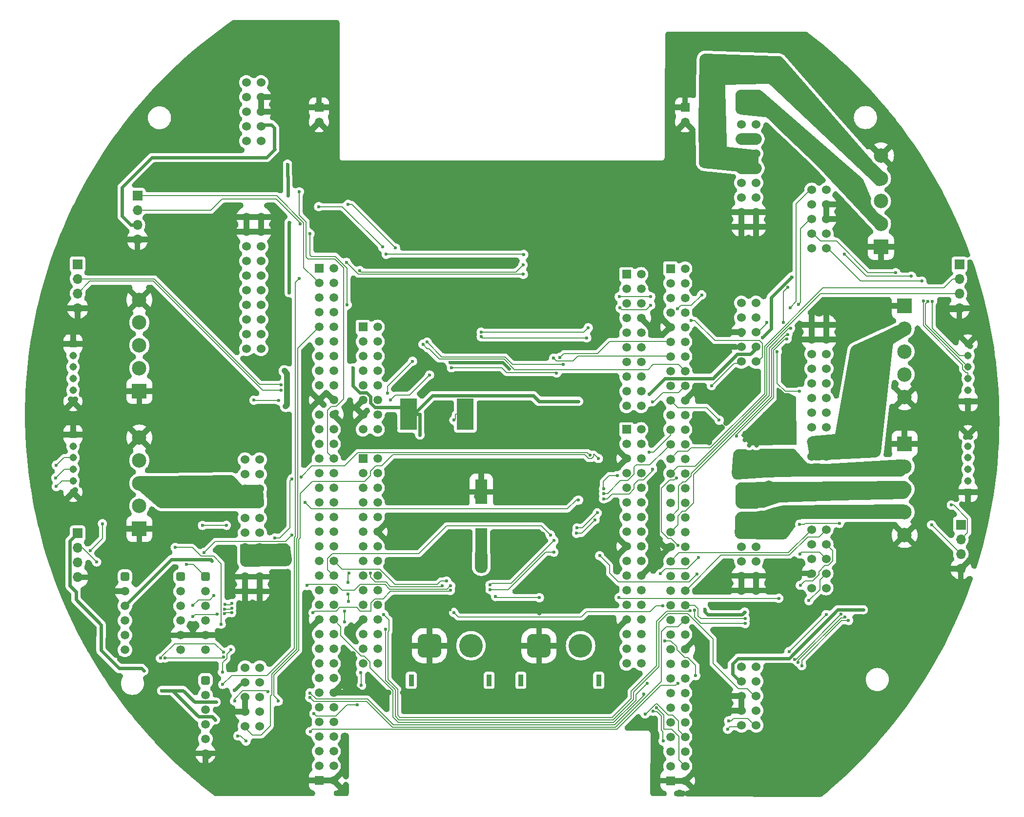
<source format=gbl>
%TF.GenerationSoftware,KiCad,Pcbnew,8.0.6*%
%TF.CreationDate,2024-11-14T20:58:14+01:00*%
%TF.ProjectId,Mainboard,4d61696e-626f-4617-9264-2e6b69636164,rev?*%
%TF.SameCoordinates,Original*%
%TF.FileFunction,Copper,L2,Bot*%
%TF.FilePolarity,Positive*%
%FSLAX46Y46*%
G04 Gerber Fmt 4.6, Leading zero omitted, Abs format (unit mm)*
G04 Created by KiCad (PCBNEW 8.0.6) date 2024-11-14 20:58:14*
%MOMM*%
%LPD*%
G01*
G04 APERTURE LIST*
G04 Aperture macros list*
%AMRoundRect*
0 Rectangle with rounded corners*
0 $1 Rounding radius*
0 $2 $3 $4 $5 $6 $7 $8 $9 X,Y pos of 4 corners*
0 Add a 4 corners polygon primitive as box body*
4,1,4,$2,$3,$4,$5,$6,$7,$8,$9,$2,$3,0*
0 Add four circle primitives for the rounded corners*
1,1,$1+$1,$2,$3*
1,1,$1+$1,$4,$5*
1,1,$1+$1,$6,$7*
1,1,$1+$1,$8,$9*
0 Add four rect primitives between the rounded corners*
20,1,$1+$1,$2,$3,$4,$5,0*
20,1,$1+$1,$4,$5,$6,$7,0*
20,1,$1+$1,$6,$7,$8,$9,0*
20,1,$1+$1,$8,$9,$2,$3,0*%
G04 Aperture macros list end*
%TA.AperFunction,ComponentPad*%
%ADD10C,1.530000*%
%TD*%
%TA.AperFunction,ComponentPad*%
%ADD11R,2.500000X2.500000*%
%TD*%
%TA.AperFunction,ComponentPad*%
%ADD12C,2.500000*%
%TD*%
%TA.AperFunction,ComponentPad*%
%ADD13RoundRect,0.380000X-0.380000X0.380000X-0.380000X-0.380000X0.380000X-0.380000X0.380000X0.380000X0*%
%TD*%
%TA.AperFunction,ComponentPad*%
%ADD14C,1.520000*%
%TD*%
%TA.AperFunction,ComponentPad*%
%ADD15R,1.700000X1.700000*%
%TD*%
%TA.AperFunction,ComponentPad*%
%ADD16O,1.700000X1.700000*%
%TD*%
%TA.AperFunction,ComponentPad*%
%ADD17R,1.508000X1.508000*%
%TD*%
%TA.AperFunction,ComponentPad*%
%ADD18C,1.508000*%
%TD*%
%TA.AperFunction,ComponentPad*%
%ADD19R,1.308000X1.308000*%
%TD*%
%TA.AperFunction,ComponentPad*%
%ADD20C,1.308000*%
%TD*%
%TA.AperFunction,ComponentPad*%
%ADD21R,0.900000X2.000000*%
%TD*%
%TA.AperFunction,ComponentPad*%
%ADD22RoundRect,1.025000X-1.025000X-1.025000X1.025000X-1.025000X1.025000X1.025000X-1.025000X1.025000X0*%
%TD*%
%TA.AperFunction,ComponentPad*%
%ADD23C,4.100000*%
%TD*%
%TA.AperFunction,SMDPad,CuDef*%
%ADD24R,2.050000X4.300000*%
%TD*%
%TA.AperFunction,SMDPad,CuDef*%
%ADD25R,2.900000X5.400000*%
%TD*%
%TA.AperFunction,ViaPad*%
%ADD26C,0.800000*%
%TD*%
%TA.AperFunction,ViaPad*%
%ADD27C,0.600000*%
%TD*%
%TA.AperFunction,ViaPad*%
%ADD28C,1.000000*%
%TD*%
%TA.AperFunction,Conductor*%
%ADD29C,0.200000*%
%TD*%
%TA.AperFunction,Conductor*%
%ADD30C,1.000000*%
%TD*%
%TA.AperFunction,Conductor*%
%ADD31C,0.600000*%
%TD*%
%TA.AperFunction,Conductor*%
%ADD32C,2.000000*%
%TD*%
%TA.AperFunction,Conductor*%
%ADD33C,1.529800*%
%TD*%
%ADD34C,0.350000*%
%ADD35C,0.300000*%
%ADD36O,0.600000X1.700000*%
G04 APERTURE END LIST*
D10*
%TO.P,J4,1,1*%
%TO.N,/SEN0374_INT*%
X238600000Y-147468000D03*
%TO.P,J4,2,2*%
%TO.N,/SEN0374_Boot*%
X241140000Y-147468000D03*
%TO.P,J4,3,3*%
%TO.N,/SEN0374_SDA*%
X238600000Y-150008000D03*
%TO.P,J4,4,4*%
%TO.N,/SEN0374_PS1*%
X241140000Y-150008000D03*
%TO.P,J4,5,5*%
%TO.N,/SEN0374_SCL*%
X238600000Y-152548000D03*
%TO.P,J4,6,6*%
%TO.N,/SEN0374_PS2*%
X241140000Y-152548000D03*
%TO.P,J4,7,7*%
%TO.N,GND*%
X238600000Y-155088000D03*
%TO.P,J4,8,8*%
%TO.N,/SEN0374_BL-IND*%
X241140000Y-155088000D03*
%TO.P,J4,9,9*%
%TO.N,3.3V*%
X238600000Y-157628000D03*
%TO.P,J4,10,10*%
%TO.N,/SEN0374_RST*%
X241140000Y-157628000D03*
%TD*%
D11*
%TO.P,J16,1,1*%
%TO.N,GND*%
X250650000Y-98390000D03*
D12*
%TO.P,J16,2,2*%
%TO.N,/M5_OUT1*%
X250650000Y-94430000D03*
%TO.P,J16,3,3*%
%TO.N,/M5_OUT2*%
X250650000Y-90470000D03*
%TO.P,J16,4,4*%
%TO.N,/M5_OUT3*%
X250650000Y-86510000D03*
%TO.P,J16,5,5*%
%TO.N,GND*%
X250650000Y-82550000D03*
%TD*%
D10*
%TO.P,J20,1,1*%
%TO.N,/M4_OUT1*%
X229000000Y-135190000D03*
%TO.P,J20,2,2*%
X226460000Y-135190000D03*
%TO.P,J20,3,3*%
X229000000Y-137730000D03*
%TO.P,J20,4,4*%
X226460000Y-137730000D03*
%TO.P,J20,5,5*%
%TO.N,/M4_OUT2*%
X229000000Y-140270000D03*
%TO.P,J20,6,6*%
X226460000Y-140270000D03*
%TO.P,J20,7,7*%
X229000000Y-142810000D03*
%TO.P,J20,8,8*%
X226460000Y-142810000D03*
%TO.P,J20,9,9*%
%TO.N,/M4_OUT3*%
X229000000Y-145350000D03*
%TO.P,J20,10,10*%
X226460000Y-145350000D03*
%TO.P,J20,11,11*%
X229000000Y-147890000D03*
%TO.P,J20,12,12*%
X226460000Y-147890000D03*
%TO.P,J20,13,13*%
%TO.N,24V*%
X229000000Y-150430000D03*
%TO.P,J20,14,14*%
X226460000Y-150430000D03*
%TO.P,J20,15,15*%
X229000000Y-152970000D03*
%TO.P,J20,16,16*%
X226460000Y-152970000D03*
%TO.P,J20,17,17*%
%TO.N,GND*%
X229000000Y-155510000D03*
%TO.P,J20,18,18*%
X226460000Y-155510000D03*
%TO.P,J20,19,19*%
X229000000Y-158050000D03*
%TO.P,J20,20,20*%
X226460000Y-158050000D03*
%TO.P,J20,21,21*%
%TO.N,/M4_H2*%
X229000000Y-171290000D03*
%TO.P,J20,22,22*%
%TO.N,/M4_H3*%
X226460000Y-171290000D03*
%TO.P,J20,23,23*%
%TO.N,/M4_H1*%
X229000000Y-173830000D03*
%TO.P,J20,24,24*%
%TO.N,5V*%
X226460000Y-173830000D03*
%TO.P,J20,25,25*%
%TO.N,/M4_RX*%
X229000000Y-176370000D03*
%TO.P,J20,26,26*%
%TO.N,GND*%
X226460000Y-176370000D03*
%TO.P,J20,27,27*%
%TO.N,5V*%
X229000000Y-178910000D03*
%TO.P,J20,28,28*%
%TO.N,GND*%
X226460000Y-178910000D03*
%TO.P,J20,29,29*%
%TO.N,/M4_TX*%
X229000000Y-181450000D03*
%TO.P,J20,30,30*%
%TO.N,/M4_PWM*%
X226460000Y-181450000D03*
%TD*%
%TO.P,J22,1,1*%
%TO.N,/M1_OUT1*%
X140575000Y-116125000D03*
%TO.P,J22,2,2*%
X143115000Y-116125000D03*
%TO.P,J22,3,3*%
X140575000Y-113585000D03*
%TO.P,J22,4,4*%
X143115000Y-113585000D03*
%TO.P,J22,5,5*%
%TO.N,/M1_OUT2*%
X140575000Y-111045000D03*
%TO.P,J22,6,6*%
X143115000Y-111045000D03*
%TO.P,J22,7,7*%
X140575000Y-108505000D03*
%TO.P,J22,8,8*%
X143115000Y-108505000D03*
%TO.P,J22,9,9*%
%TO.N,/M1_OUT3*%
X140575000Y-105965000D03*
%TO.P,J22,10,10*%
X143115000Y-105965000D03*
%TO.P,J22,11,11*%
X140575000Y-103425000D03*
%TO.P,J22,12,12*%
X143115000Y-103425000D03*
%TO.P,J22,13,13*%
%TO.N,24V*%
X140575000Y-100885000D03*
%TO.P,J22,14,14*%
X143115000Y-100885000D03*
%TO.P,J22,15,15*%
X140575000Y-98345000D03*
%TO.P,J22,16,16*%
X143115000Y-98345000D03*
%TO.P,J22,17,17*%
%TO.N,GND*%
X140575000Y-95805000D03*
%TO.P,J22,18,18*%
X143115000Y-95805000D03*
%TO.P,J22,19,19*%
X140575000Y-93265000D03*
%TO.P,J22,20,20*%
X143115000Y-93265000D03*
%TO.P,J22,21,21*%
%TO.N,/M1_H2*%
X140575000Y-80025000D03*
%TO.P,J22,22,22*%
%TO.N,/M1_H3*%
X143115000Y-80025000D03*
%TO.P,J22,23,23*%
%TO.N,/M1_H1*%
X140575000Y-77485000D03*
%TO.P,J22,24,24*%
%TO.N,5V*%
X143115000Y-77485000D03*
%TO.P,J22,25,25*%
%TO.N,/M1_RX*%
X140575000Y-74945000D03*
%TO.P,J22,26,26*%
%TO.N,GND*%
X143115000Y-74945000D03*
%TO.P,J22,27,27*%
%TO.N,5V*%
X140575000Y-72405000D03*
%TO.P,J22,28,28*%
%TO.N,GND*%
X143115000Y-72405000D03*
%TO.P,J22,29,29*%
%TO.N,/M1_TX*%
X140575000Y-69865000D03*
%TO.P,J22,30,30*%
%TO.N,/M1_PWM*%
X143115000Y-69865000D03*
%TD*%
%TO.P,J19,1,1*%
%TO.N,/M3_OUT1*%
X142880000Y-135350000D03*
%TO.P,J19,2,2*%
X140340000Y-135350000D03*
%TO.P,J19,3,3*%
X142880000Y-137890000D03*
%TO.P,J19,4,4*%
X140340000Y-137890000D03*
%TO.P,J19,5,5*%
%TO.N,/M3_OUT2*%
X142880000Y-140430000D03*
%TO.P,J19,6,6*%
X140340000Y-140430000D03*
%TO.P,J19,7,7*%
X142880000Y-142970000D03*
%TO.P,J19,8,8*%
X140340000Y-142970000D03*
%TO.P,J19,9,9*%
%TO.N,/M3_OUT3*%
X142880000Y-145510000D03*
%TO.P,J19,10,10*%
X140340000Y-145510000D03*
%TO.P,J19,11,11*%
X142880000Y-148050000D03*
%TO.P,J19,12,12*%
X140340000Y-148050000D03*
%TO.P,J19,13,13*%
%TO.N,24V*%
X142880000Y-150590000D03*
%TO.P,J19,14,14*%
X140340000Y-150590000D03*
%TO.P,J19,15,15*%
X142880000Y-153130000D03*
%TO.P,J19,16,16*%
X140340000Y-153130000D03*
%TO.P,J19,17,17*%
%TO.N,GND*%
X142880000Y-155670000D03*
%TO.P,J19,18,18*%
X140340000Y-155670000D03*
%TO.P,J19,19,19*%
X142880000Y-158210000D03*
%TO.P,J19,20,20*%
X140340000Y-158210000D03*
%TO.P,J19,21,21*%
%TO.N,/M3_H2*%
X142880000Y-171450000D03*
%TO.P,J19,22,22*%
%TO.N,/M3_H3*%
X140340000Y-171450000D03*
%TO.P,J19,23,23*%
%TO.N,/M3_H1*%
X142880000Y-173990000D03*
%TO.P,J19,24,24*%
%TO.N,5V*%
X140340000Y-173990000D03*
%TO.P,J19,25,25*%
%TO.N,/M3_RX*%
X142880000Y-176530000D03*
%TO.P,J19,26,26*%
%TO.N,GND*%
X140340000Y-176530000D03*
%TO.P,J19,27,27*%
%TO.N,5V*%
X142880000Y-179070000D03*
%TO.P,J19,28,28*%
%TO.N,GND*%
X140340000Y-179070000D03*
%TO.P,J19,29,29*%
%TO.N,/M3_TX*%
X142880000Y-181610000D03*
%TO.P,J19,30,30*%
%TO.N,/M3_PWM*%
X140340000Y-181610000D03*
%TD*%
D13*
%TO.P,J3,1,1*%
%TO.N,/VL6180_IO1*%
X133460000Y-173627500D03*
D14*
%TO.P,J3,2,2*%
%TO.N,/VL6180_IO0*%
X133460000Y-176167500D03*
%TO.P,J3,3,3*%
%TO.N,/VL6180_SCL*%
X133460000Y-178707500D03*
%TO.P,J3,4,4*%
%TO.N,/VL6180_SDA*%
X133460000Y-181247500D03*
%TO.P,J3,5,5*%
%TO.N,2.8V*%
X133460000Y-183787500D03*
%TO.P,J3,6,6*%
%TO.N,GND*%
X133460000Y-186327500D03*
%TD*%
D10*
%TO.P,J18,1,1*%
%TO.N,/M2_OUT1*%
X238630000Y-134780000D03*
%TO.P,J18,2,2*%
X241170000Y-134780000D03*
%TO.P,J18,3,3*%
X238630000Y-132240000D03*
%TO.P,J18,4,4*%
X241170000Y-132240000D03*
%TO.P,J18,5,5*%
%TO.N,/M2_OUT2*%
X238630000Y-129700000D03*
%TO.P,J18,6,6*%
X241170000Y-129700000D03*
%TO.P,J18,7,7*%
X238630000Y-127160000D03*
%TO.P,J18,8,8*%
X241170000Y-127160000D03*
%TO.P,J18,9,9*%
%TO.N,/M2_OUT3*%
X238630000Y-124620000D03*
%TO.P,J18,10,10*%
X241170000Y-124620000D03*
%TO.P,J18,11,11*%
X238630000Y-122080000D03*
%TO.P,J18,12,12*%
X241170000Y-122080000D03*
%TO.P,J18,13,13*%
%TO.N,24V*%
X238630000Y-119540000D03*
%TO.P,J18,14,14*%
X241170000Y-119540000D03*
%TO.P,J18,15,15*%
X238630000Y-117000000D03*
%TO.P,J18,16,16*%
X241170000Y-117000000D03*
%TO.P,J18,17,17*%
%TO.N,GND*%
X238630000Y-114460000D03*
%TO.P,J18,18,18*%
X241170000Y-114460000D03*
%TO.P,J18,19,19*%
X238630000Y-111920000D03*
%TO.P,J18,20,20*%
X241170000Y-111920000D03*
%TO.P,J18,21,21*%
%TO.N,/M2_H2*%
X238630000Y-98680000D03*
%TO.P,J18,22,22*%
%TO.N,/M2_H3*%
X241170000Y-98680000D03*
%TO.P,J18,23,23*%
%TO.N,/M2_H1*%
X238630000Y-96140000D03*
%TO.P,J18,24,24*%
%TO.N,5V*%
X241170000Y-96140000D03*
%TO.P,J18,25,25*%
%TO.N,/M2_RX*%
X238630000Y-93600000D03*
%TO.P,J18,26,26*%
%TO.N,GND*%
X241170000Y-93600000D03*
%TO.P,J18,27,27*%
%TO.N,5V*%
X238630000Y-91060000D03*
%TO.P,J18,28,28*%
%TO.N,GND*%
X241170000Y-91060000D03*
%TO.P,J18,29,29*%
%TO.N,/M2_TX*%
X238630000Y-88520000D03*
%TO.P,J18,30,30*%
%TO.N,/M2_PWM*%
X241170000Y-88520000D03*
%TD*%
D13*
%TO.P,J24,1,1*%
%TO.N,/VL53L4CD2_SHUT*%
X133460000Y-155640000D03*
D14*
%TO.P,J24,2,2*%
%TO.N,/VL53L4CD2_INT*%
X133460000Y-158180000D03*
%TO.P,J24,3,3*%
%TO.N,/VL53L4CD2_SCL*%
X133460000Y-160720000D03*
%TO.P,J24,4,4*%
%TO.N,/VL53L4CD2_SDA*%
X133460000Y-163260000D03*
%TO.P,J24,5,5*%
%TO.N,GND*%
X133460000Y-165800000D03*
%TO.P,J24,6,6*%
%TO.N,3.3V*%
X133460000Y-168340000D03*
%TD*%
D13*
%TO.P,J25,1,1*%
%TO.N,/ADPS-9960_VL*%
X119500000Y-155650000D03*
D14*
%TO.P,J25,2,2*%
%TO.N,GND*%
X119500000Y-158190000D03*
%TO.P,J25,3,3*%
%TO.N,3.3V*%
X119500000Y-160730000D03*
%TO.P,J25,4,4*%
%TO.N,/ADPS-9960_SDA*%
X119500000Y-163270000D03*
%TO.P,J25,5,5*%
%TO.N,/ADPS-9960_SCL*%
X119500000Y-165810000D03*
%TO.P,J25,6,6*%
%TO.N,/ADPS-9960_INT*%
X119500000Y-168350000D03*
%TD*%
D15*
%TO.P,J26,1,Pin_1*%
%TO.N,/Rpi_TX*%
X121670000Y-89530000D03*
D16*
%TO.P,J26,2,Pin_2*%
%TO.N,/Rpi_RX*%
X121670000Y-92070000D03*
%TO.P,J26,3,Pin_3*%
%TO.N,5V*%
X121670000Y-94610000D03*
%TO.P,J26,4,Pin_4*%
%TO.N,GND*%
X121670000Y-97150000D03*
%TD*%
D13*
%TO.P,J8,1,1*%
%TO.N,/VL53L4CD_SHUT*%
X129166700Y-155668000D03*
D14*
%TO.P,J8,2,2*%
%TO.N,/VL53L4CD_INT*%
X129166700Y-158208000D03*
%TO.P,J8,3,3*%
%TO.N,/VL53L4CD_SCL*%
X129166700Y-160748000D03*
%TO.P,J8,4,4*%
%TO.N,/VL53L4CD_SDA*%
X129166700Y-163288000D03*
%TO.P,J8,5,5*%
%TO.N,GND*%
X129166700Y-165828000D03*
%TO.P,J8,6,6*%
%TO.N,3.3V*%
X129166700Y-168368000D03*
%TD*%
D17*
%TO.P,U1,CN3_1,GND_CN3*%
%TO.N,GND*%
X153168300Y-74210000D03*
D18*
%TO.P,U1,CN3_2,GND_CN3*%
X153168300Y-76750000D03*
D17*
%TO.P,U1,CN4_1,GND_CN4*%
X216668300Y-74210000D03*
D18*
%TO.P,U1,CN4_2,GND_CN4*%
X216668300Y-76750000D03*
D17*
%TO.P,U1,CN7_1,D16/I2S_A_MCK*%
%TO.N,unconnected-(U1E-D16{slash}I2S_A_MCK-PadCN7_1)*%
X206508300Y-103166000D03*
D18*
%TO.P,U1,CN7_2,D15/I2C_A_SCL*%
%TO.N,unconnected-(U1E-D15{slash}I2C_A_SCL-PadCN7_2)*%
X209048300Y-103166000D03*
%TO.P,U1,CN7_3,D17/I2S_A_SD*%
%TO.N,unconnected-(U1E-D17{slash}I2S_A_SD-PadCN7_3)*%
X206508300Y-105706000D03*
%TO.P,U1,CN7_4,D14/I2C_A_SDA*%
%TO.N,unconnected-(U1E-D14{slash}I2C_A_SDA-PadCN7_4)*%
X209048300Y-105706000D03*
%TO.P,U1,CN7_5,D18/I2S_A_CK*%
%TO.N,unconnected-(U1E-D18{slash}I2S_A_CK-PadCN7_5)*%
X206508300Y-108246000D03*
%TO.P,U1,CN7_6,VREFP_CN7*%
%TO.N,unconnected-(U1E-VREFP_CN7-PadCN7_6)*%
X209048300Y-108246000D03*
%TO.P,U1,CN7_7,D19/I2S_A_WS*%
%TO.N,unconnected-(U1E-D19{slash}I2S_A_WS-PadCN7_7)*%
X206508300Y-110786000D03*
%TO.P,U1,CN7_8,GND_CN7*%
%TO.N,GND*%
X209048300Y-110786000D03*
%TO.P,U1,CN7_9,D20/I2S_B_WS*%
%TO.N,unconnected-(U1E-D20{slash}I2S_B_WS-PadCN7_9)*%
X206508300Y-113326000D03*
%TO.P,U1,CN7_10,D13/SPI_A_SCK*%
%TO.N,unconnected-(U1E-D13{slash}SPI_A_SCK-PadCN7_10)*%
X209048300Y-113326000D03*
%TO.P,U1,CN7_11,D21/I2S_B_MCK*%
%TO.N,unconnected-(U1E-D21{slash}I2S_B_MCK-PadCN7_11)*%
X206508300Y-115866000D03*
%TO.P,U1,CN7_12,D12/SPI_A_MISO*%
%TO.N,unconnected-(U1E-D12{slash}SPI_A_MISO-PadCN7_12)*%
X209048300Y-115866000D03*
%TO.P,U1,CN7_13,D22/I2S_B_SD/SPI_B_MOSI*%
%TO.N,unconnected-(U1E-D22{slash}I2S_B_SD{slash}SPI_B_MOSI-PadCN7_13)*%
X206508300Y-118406000D03*
%TO.P,U1,CN7_14,D11/SPI_A_MOSI/TIM_E_PWM1*%
%TO.N,unconnected-(U1E-D11{slash}SPI_A_MOSI{slash}TIM_E_PWM1-PadCN7_14)*%
X209048300Y-118406000D03*
%TO.P,U1,CN7_15,D23/I2S_B_CK/SPI_B_SCK*%
%TO.N,unconnected-(U1E-D23{slash}I2S_B_CK{slash}SPI_B_SCK-PadCN7_15)*%
X206508300Y-120946000D03*
%TO.P,U1,CN7_16,D10/SPI_A_CS/TIM_B_PWM3*%
%TO.N,unconnected-(U1E-D10{slash}SPI_A_CS{slash}TIM_B_PWM3-PadCN7_16)*%
X209048300Y-120946000D03*
%TO.P,U1,CN7_17,D24/SPI_B_NSS*%
%TO.N,unconnected-(U1E-D24{slash}SPI_B_NSS-PadCN7_17)*%
X206508300Y-123486000D03*
%TO.P,U1,CN7_18,D9/TIMER_B_PWM2*%
%TO.N,unconnected-(U1E-D9{slash}TIMER_B_PWM2-PadCN7_18)*%
X209048300Y-123486000D03*
%TO.P,U1,CN7_19,D25/SPI_B_MISO*%
%TO.N,unconnected-(U1E-D25{slash}SPI_B_MISO-PadCN7_19)*%
X206508300Y-126026000D03*
%TO.P,U1,CN7_20,D8/IO*%
%TO.N,unconnected-(U1E-D8{slash}IO-PadCN7_20)*%
X209048300Y-126026000D03*
D17*
%TO.P,U1,CN8_1,NC_CN8*%
%TO.N,unconnected-(U1C-NC_CN8-PadCN8_1)*%
X160788300Y-112310000D03*
D18*
%TO.P,U1,CN8_2,D43/SDMMC_D0*%
%TO.N,unconnected-(U1C-D43{slash}SDMMC_D0-PadCN8_2)*%
X163328300Y-112310000D03*
%TO.P,U1,CN8_3,IOREF_CN8*%
%TO.N,unconnected-(U1C-IOREF_CN8-PadCN8_3)*%
X160788300Y-114850000D03*
%TO.P,U1,CN8_4,D44/SDMMC_D1/I2S_A_CKIN*%
%TO.N,unconnected-(U1C-D44{slash}SDMMC_D1{slash}I2S_A_CKIN-PadCN8_4)*%
X163328300Y-114850000D03*
%TO.P,U1,CN8_5,NRST_CN8*%
%TO.N,unconnected-(U1C-NRST_CN8-PadCN8_5)*%
X160788300Y-117390000D03*
%TO.P,U1,CN8_6,D45/SDMMC_D2*%
%TO.N,unconnected-(U1C-D45{slash}SDMMC_D2-PadCN8_6)*%
X163328300Y-117390000D03*
%TO.P,U1,CN8_7,3V3_CN8*%
%TO.N,unconnected-(U1C-3V3_CN8-PadCN8_7)*%
X160788300Y-119930000D03*
%TO.P,U1,CN8_8,D46/SDMMC_D3*%
%TO.N,unconnected-(U1C-D46{slash}SDMMC_D3-PadCN8_8)*%
X163328300Y-119930000D03*
%TO.P,U1,CN8_9,5V_CN8*%
%TO.N,unconnected-(U1C-5V_CN8-PadCN8_9)*%
X160788300Y-122470000D03*
%TO.P,U1,CN8_10,D47/SDMMC_CK*%
%TO.N,unconnected-(U1C-D47{slash}SDMMC_CK-PadCN8_10)*%
X163328300Y-122470000D03*
%TO.P,U1,CN8_11,GND_CN8*%
%TO.N,GND*%
X160788300Y-125010000D03*
%TO.P,U1,CN8_12,D48/SDMMC_CMD*%
%TO.N,unconnected-(U1C-D48{slash}SDMMC_CMD-PadCN8_12)*%
X163328300Y-125010000D03*
%TO.P,U1,CN8_13,GND_CN8*%
%TO.N,GND*%
X160788300Y-127550000D03*
%TO.P,U1,CN8_14,D49/IO*%
%TO.N,unconnected-(U1C-D49{slash}IO-PadCN8_14)*%
X163328300Y-127550000D03*
%TO.P,U1,CN8_15,VIN_CN8*%
%TO.N,unconnected-(U1C-VIN_CN8-PadCN8_15)*%
X160788300Y-130090000D03*
%TO.P,U1,CN8_16,D50/IO*%
%TO.N,unconnected-(U1C-D50{slash}IO-PadCN8_16)*%
X163328300Y-130090000D03*
D17*
%TO.P,U1,CN9_1,A0/ADC12_INP15*%
%TO.N,unconnected-(U1D-A0{slash}ADC12_INP15-PadCN9_1)*%
X160788300Y-135170000D03*
D18*
%TO.P,U1,CN9_2,D51/USART_B_SCLK*%
%TO.N,unconnected-(U1D-D51{slash}USART_B_SCLK-PadCN9_2)*%
X163328300Y-135170000D03*
%TO.P,U1,CN9_3,A1/ADC123_INP10*%
%TO.N,unconnected-(U1D-A1{slash}ADC123_INP10-PadCN9_3)*%
X160788300Y-137710000D03*
%TO.P,U1,CN9_4,D52/USART_B_RX*%
%TO.N,unconnected-(U1D-D52{slash}USART_B_RX-PadCN9_4)*%
X163328300Y-137710000D03*
%TO.P,U1,CN9_5,A2/ADC12_INP13*%
%TO.N,unconnected-(U1D-A2{slash}ADC12_INP13-PadCN9_5)*%
X160788300Y-140250000D03*
%TO.P,U1,CN9_6,D53/USART_B_TX*%
%TO.N,unconnected-(U1D-D53{slash}USART_B_TX-PadCN9_6)*%
X163328300Y-140250000D03*
%TO.P,U1,CN9_7,A3/ADC12_INP5*%
%TO.N,unconnected-(U1D-A3{slash}ADC12_INP5-PadCN9_7)*%
X160788300Y-142790000D03*
%TO.P,U1,CN9_8,D54/USART_B_RTS*%
%TO.N,unconnected-(U1D-D54{slash}USART_B_RTS-PadCN9_8)*%
X163328300Y-142790000D03*
%TO.P,U1,CN9_9,A4/ADC123_INP12/I2C1_SDA*%
%TO.N,unconnected-(U1D-A4{slash}ADC123_INP12{slash}I2C1_SDA-PadCN9_9)*%
X160788300Y-145330000D03*
%TO.P,U1,CN9_10,D55/USART_B_CTS*%
%TO.N,unconnected-(U1D-D55{slash}USART_B_CTS-PadCN9_10)*%
X163328300Y-145330000D03*
%TO.P,U1,CN9_11,A5/ADC3_INP6/I2C1_SCL*%
%TO.N,unconnected-(U1D-A5{slash}ADC3_INP6{slash}I2C1_SCL-PadCN9_11)*%
X160788300Y-147870000D03*
%TO.P,U1,CN9_12,GND_CN9*%
%TO.N,GND*%
X163328300Y-147870000D03*
%TO.P,U1,CN9_13,D72/COMP1_INP*%
%TO.N,unconnected-(U1D-D72{slash}COMP1_INP-PadCN9_13)*%
X160788300Y-150410000D03*
%TO.P,U1,CN9_14,D56/SAI_A_MCLK*%
%TO.N,unconnected-(U1D-D56{slash}SAI_A_MCLK-PadCN9_14)*%
X163328300Y-150410000D03*
%TO.P,U1,CN9_15,D71/COMP2_INP*%
%TO.N,unconnected-(U1D-D71{slash}COMP2_INP-PadCN9_15)*%
X160788300Y-152950000D03*
%TO.P,U1,CN9_16,D57/SAI_A_FS*%
%TO.N,unconnected-(U1D-D57{slash}SAI_A_FS-PadCN9_16)*%
X163328300Y-152950000D03*
%TO.P,U1,CN9_17,D70/I2C_B_SMBA*%
%TO.N,unconnected-(U1D-D70{slash}I2C_B_SMBA-PadCN9_17)*%
X160788300Y-155490000D03*
%TO.P,U1,CN9_18,D58/SAI_A_SCK*%
%TO.N,unconnected-(U1D-D58{slash}SAI_A_SCK-PadCN9_18)*%
X163328300Y-155490000D03*
%TO.P,U1,CN9_19,D69/I2C_B_SCL*%
%TO.N,unconnected-(U1D-D69{slash}I2C_B_SCL-PadCN9_19)*%
X160788300Y-158030000D03*
%TO.P,U1,CN9_20,D59/SAI_A_SD*%
%TO.N,unconnected-(U1D-D59{slash}SAI_A_SD-PadCN9_20)*%
X163328300Y-158030000D03*
%TO.P,U1,CN9_21,D68/I2C_B_SDA*%
%TO.N,unconnected-(U1D-D68{slash}I2C_B_SDA-PadCN9_21)*%
X160788300Y-160570000D03*
%TO.P,U1,CN9_22,D60/SAI_B_SD*%
%TO.N,unconnected-(U1D-D60{slash}SAI_B_SD-PadCN9_22)*%
X163328300Y-160570000D03*
%TO.P,U1,CN9_23,GND_CN9*%
%TO.N,GND*%
X160788300Y-163110000D03*
%TO.P,U1,CN9_24,D61/SAI_B_SCK*%
%TO.N,unconnected-(U1D-D61{slash}SAI_B_SCK-PadCN9_24)*%
X163328300Y-163110000D03*
%TO.P,U1,CN9_25,D67/CAN_RX*%
%TO.N,unconnected-(U1D-D67{slash}CAN_RX-PadCN9_25)*%
X160788300Y-165650000D03*
%TO.P,U1,CN9_26,D62/SAI_B_MCLK*%
%TO.N,unconnected-(U1D-D62{slash}SAI_B_MCLK-PadCN9_26)*%
X163328300Y-165650000D03*
%TO.P,U1,CN9_27,D66/CAN_TX*%
%TO.N,unconnected-(U1D-D66{slash}CAN_TX-PadCN9_27)*%
X160788300Y-168190000D03*
%TO.P,U1,CN9_28,D63/SAI_B_FS*%
%TO.N,unconnected-(U1D-D63{slash}SAI_B_FS-PadCN9_28)*%
X163328300Y-168190000D03*
%TO.P,U1,CN9_29,D65/IO*%
%TO.N,unconnected-(U1D-D65{slash}IO-PadCN9_29)*%
X160788300Y-170730000D03*
%TO.P,U1,CN9_30,D64/IO*%
%TO.N,unconnected-(U1D-D64{slash}IO-PadCN9_30)*%
X163328300Y-170730000D03*
D17*
%TO.P,U1,CN10_1,AVDD*%
%TO.N,unconnected-(U1F-AVDD-PadCN10_1)*%
X206508300Y-130090000D03*
D18*
%TO.P,U1,CN10_2,D7/IO*%
%TO.N,unconnected-(U1F-D7{slash}IO-PadCN10_2)*%
X209048300Y-130090000D03*
%TO.P,U1,CN10_3,AGND_CN10*%
%TO.N,unconnected-(U1F-AGND_CN10-PadCN10_3)*%
X206508300Y-132630000D03*
%TO.P,U1,CN10_4,D6/TIMER_A_PWM1*%
%TO.N,unconnected-(U1F-D6{slash}TIMER_A_PWM1-PadCN10_4)*%
X209048300Y-132630000D03*
%TO.P,U1,CN10_5,GND_CN10*%
%TO.N,GND*%
X206508300Y-135170000D03*
%TO.P,U1,CN10_6,D5/TIMER_A_PWM2*%
%TO.N,unconnected-(U1F-D5{slash}TIMER_A_PWM2-PadCN10_6)*%
X209048300Y-135170000D03*
%TO.P,U1,CN10_7,A6/ADC_A_IN*%
%TO.N,unconnected-(U1F-A6{slash}ADC_A_IN-PadCN10_7)*%
X206508300Y-137710000D03*
%TO.P,U1,CN10_8,D4/IO*%
%TO.N,unconnected-(U1F-D4{slash}IO-PadCN10_8)*%
X209048300Y-137710000D03*
%TO.P,U1,CN10_9,A7/ADC_B_IN*%
%TO.N,unconnected-(U1F-A7{slash}ADC_B_IN-PadCN10_9)*%
X206508300Y-140250000D03*
%TO.P,U1,CN10_10,D3/TIMER_A_PWM3*%
%TO.N,unconnected-(U1F-D3{slash}TIMER_A_PWM3-PadCN10_10)*%
X209048300Y-140250000D03*
%TO.P,U1,CN10_11,A8/ADC_C_IN*%
%TO.N,unconnected-(U1F-A8{slash}ADC_C_IN-PadCN10_11)*%
X206508300Y-142790000D03*
%TO.P,U1,CN10_12,D2/IO*%
%TO.N,unconnected-(U1F-D2{slash}IO-PadCN10_12)*%
X209048300Y-142790000D03*
%TO.P,U1,CN10_13,D26/QSPI_CS*%
%TO.N,unconnected-(U1F-D26{slash}QSPI_CS-PadCN10_13)*%
X206508300Y-145330000D03*
%TO.P,U1,CN10_14,D1/USART_A_TX*%
%TO.N,unconnected-(U1F-D1{slash}USART_A_TX-PadCN10_14)*%
X209048300Y-145330000D03*
%TO.P,U1,CN10_15,D27/QSPI_CLK*%
%TO.N,unconnected-(U1F-D27{slash}QSPI_CLK-PadCN10_15)*%
X206508300Y-147870000D03*
%TO.P,U1,CN10_16,D0/USART_A_RX*%
%TO.N,unconnected-(U1F-D0{slash}USART_A_RX-PadCN10_16)*%
X209048300Y-147870000D03*
%TO.P,U1,CN10_17,GND_CN10*%
%TO.N,GND*%
X206508300Y-150410000D03*
%TO.P,U1,CN10_18,D42/TIMER_A_PWM1N*%
%TO.N,unconnected-(U1F-D42{slash}TIMER_A_PWM1N-PadCN10_18)*%
X209048300Y-150410000D03*
%TO.P,U1,CN10_19,D28/QSPI_BK1_IO3*%
%TO.N,unconnected-(U1F-D28{slash}QSPI_BK1_IO3-PadCN10_19)*%
X206508300Y-152950000D03*
%TO.P,U1,CN10_20,D41/TIMER_A_ETR*%
%TO.N,unconnected-(U1F-D41{slash}TIMER_A_ETR-PadCN10_20)*%
X209048300Y-152950000D03*
%TO.P,U1,CN10_21,D29/QSPI_BK1_IO1*%
%TO.N,unconnected-(U1F-D29{slash}QSPI_BK1_IO1-PadCN10_21)*%
X206508300Y-155490000D03*
%TO.P,U1,CN10_22,GND_CN10*%
%TO.N,GND*%
X209048300Y-155490000D03*
%TO.P,U1,CN10_23,D30/QSPI_BK1_IO0*%
%TO.N,unconnected-(U1F-D30{slash}QSPI_BK1_IO0-PadCN10_23)*%
X206508300Y-158030000D03*
%TO.P,U1,CN10_24,D40/TIMER_A_PWM2N*%
%TO.N,unconnected-(U1F-D40{slash}TIMER_A_PWM2N-PadCN10_24)*%
X209048300Y-158030000D03*
%TO.P,U1,CN10_25,D31/QSPI_BK1_IO2*%
%TO.N,unconnected-(U1F-D31{slash}QSPI_BK1_IO2-PadCN10_25)*%
X206508300Y-160570000D03*
%TO.P,U1,CN10_26,D39/TIMER_A_PWM3N*%
%TO.N,unconnected-(U1F-D39{slash}TIMER_A_PWM3N-PadCN10_26)*%
X209048300Y-160570000D03*
%TO.P,U1,CN10_27,GND_CN10*%
%TO.N,GND*%
X206508300Y-163110000D03*
%TO.P,U1,CN10_28,D38/TIMER_A_BKIN2*%
%TO.N,unconnected-(U1F-D38{slash}TIMER_A_BKIN2-PadCN10_28)*%
X209048300Y-163110000D03*
%TO.P,U1,CN10_29,D32/TIMER_C_PWM1*%
%TO.N,unconnected-(U1F-D32{slash}TIMER_C_PWM1-PadCN10_29)*%
X206508300Y-165650000D03*
%TO.P,U1,CN10_30,D37/TIMER_A_BKIN1*%
%TO.N,unconnected-(U1F-D37{slash}TIMER_A_BKIN1-PadCN10_30)*%
X209048300Y-165650000D03*
%TO.P,U1,CN10_31,D33/TIMER_D_PWM1*%
%TO.N,unconnected-(U1F-D33{slash}TIMER_D_PWM1-PadCN10_31)*%
X206508300Y-168190000D03*
%TO.P,U1,CN10_32,D36/TIMER_C_PWM2*%
%TO.N,unconnected-(U1F-D36{slash}TIMER_C_PWM2-PadCN10_32)*%
X209048300Y-168190000D03*
%TO.P,U1,CN10_33,D34/TIMER_B_ETR*%
%TO.N,unconnected-(U1F-D34{slash}TIMER_B_ETR-PadCN10_33)*%
X206508300Y-170730000D03*
%TO.P,U1,CN10_34,D35/TIMER_C_PWM3*%
%TO.N,unconnected-(U1F-D35{slash}TIMER_C_PWM3-PadCN10_34)*%
X209048300Y-170730000D03*
D17*
%TO.P,U1,CN11_1,PC10*%
%TO.N,/M5_TX*%
X153168300Y-102150000D03*
D18*
%TO.P,U1,CN11_2,PC11*%
%TO.N,/M5_RX*%
X155708300Y-102150000D03*
%TO.P,U1,CN11_3,PC12*%
%TO.N,/Rpi_TX*%
X153168300Y-104690000D03*
%TO.P,U1,CN11_4,PD2*%
%TO.N,unconnected-(U1A-PD2-PadCN11_4)*%
X155708300Y-104690000D03*
%TO.P,U1,CN11_5,3V3_VDD*%
%TO.N,unconnected-(U1A-3V3_VDD-PadCN11_5)*%
X153168300Y-107230000D03*
%TO.P,U1,CN11_6,5V_EXT*%
%TO.N,unconnected-(U1A-5V_EXT-PadCN11_6)*%
X155708300Y-107230000D03*
%TO.P,U1,CN11_7,BOOT0*%
%TO.N,unconnected-(U1A-BOOT0-PadCN11_7)*%
X153168300Y-109770000D03*
%TO.P,U1,CN11_8,GND_CN11*%
%TO.N,GND*%
X155708300Y-109770000D03*
%TO.P,U1,CN11_9,PF6*%
%TO.N,/M3_PWM*%
X153168300Y-112310000D03*
%TO.P,U1,CN11_10,NC*%
%TO.N,unconnected-(U1A-NC-PadCN11_10)*%
X155708300Y-112310000D03*
%TO.P,U1,CN11_11,PF7*%
%TO.N,unconnected-(U1A-PF7-PadCN11_11)*%
X153168300Y-114850000D03*
%TO.P,U1,CN11_12,IOREF*%
%TO.N,unconnected-(U1A-IOREF-PadCN11_12)*%
X155708300Y-114850000D03*
%TO.P,U1,CN11_13,PA13*%
%TO.N,unconnected-(U1A-PA13-PadCN11_13)*%
X153168300Y-117390000D03*
%TO.P,U1,CN11_14,NRST*%
%TO.N,unconnected-(U1A-NRST-PadCN11_14)*%
X155708300Y-117390000D03*
%TO.P,U1,CN11_15,PA14*%
%TO.N,unconnected-(U1A-PA14-PadCN11_15)*%
X153168300Y-119930000D03*
%TO.P,U1,CN11_16,3V3*%
%TO.N,3.3V*%
X155708300Y-119930000D03*
%TO.P,U1,CN11_17,PA15*%
%TO.N,/M1_Encoder_A*%
X153168300Y-122470000D03*
%TO.P,U1,CN11_18,5V*%
%TO.N,unconnected-(U1A-5V-PadCN11_18)*%
X155708300Y-122470000D03*
%TO.P,U1,CN11_19,GND_CN11*%
%TO.N,GND*%
X153168300Y-125010000D03*
%TO.P,U1,CN11_20,GND_CN11*%
X155708300Y-125010000D03*
%TO.P,U1,CN11_21,PB7*%
%TO.N,/M3_Encoder_B*%
X153168300Y-127550000D03*
%TO.P,U1,CN11_22,GND_CN11*%
%TO.N,GND*%
X155708300Y-127550000D03*
%TO.P,U1,CN11_23,PC13*%
%TO.N,unconnected-(U1A-PC13-PadCN11_23)*%
X153168300Y-130090000D03*
%TO.P,U1,CN11_24,VIN*%
%TO.N,unconnected-(U1A-VIN-PadCN11_24)*%
X155708300Y-130090000D03*
%TO.P,U1,CN11_25,PC14*%
%TO.N,unconnected-(U1A-PC14-PadCN11_25)*%
X153168300Y-132630000D03*
%TO.P,U1,CN11_26,NC*%
%TO.N,unconnected-(U1A-NC-PadCN11_26)*%
X155708300Y-132630000D03*
%TO.P,U1,CN11_27,PC15*%
%TO.N,unconnected-(U1A-PC15-PadCN11_27)*%
X153168300Y-135170000D03*
%TO.P,U1,CN11_28,PA0*%
%TO.N,/M1_PWM*%
X155708300Y-135170000D03*
%TO.P,U1,CN11_29,PH0*%
%TO.N,unconnected-(U1A-PH0-PadCN11_29)*%
X153168300Y-137710000D03*
%TO.P,U1,CN11_30,PA1*%
%TO.N,/M1_Encoder_B*%
X155708300Y-137710000D03*
%TO.P,U1,CN11_31,PH1*%
%TO.N,unconnected-(U1A-PH1-PadCN11_31)*%
X153168300Y-140250000D03*
%TO.P,U1,CN11_32,PA4*%
%TO.N,WSENS_CS*%
X155708300Y-140250000D03*
%TO.P,U1,CN11_33,VBAT*%
%TO.N,unconnected-(U1A-VBAT-PadCN11_33)*%
X153168300Y-142790000D03*
%TO.P,U1,CN11_34,PB0*%
%TO.N,unconnected-(U1A-PB0-PadCN11_34)*%
X155708300Y-142790000D03*
%TO.P,U1,CN11_35,PC2*%
%TO.N,RF_MISO*%
X153168300Y-145330000D03*
%TO.P,U1,CN11_36,PC1*%
%TO.N,unconnected-(U1A-PC1-PadCN11_36)*%
X155708300Y-145330000D03*
%TO.P,U1,CN11_37,PC3*%
%TO.N,RF_MOSI*%
X153168300Y-147870000D03*
%TO.P,U1,CN11_38,PC0*%
%TO.N,unconnected-(U1A-PC0-PadCN11_38)*%
X155708300Y-147870000D03*
%TO.P,U1,CN11_39,PD4*%
%TO.N,unconnected-(U1A-PD4-PadCN11_39)*%
X153168300Y-150410000D03*
%TO.P,U1,CN11_40,PD3*%
%TO.N,RF_SCK*%
X155708300Y-150410000D03*
%TO.P,U1,CN11_41,PD5*%
%TO.N,unconnected-(U1A-PD5-PadCN11_41)*%
X153168300Y-152950000D03*
%TO.P,U1,CN11_42,PG2*%
%TO.N,/SEN0374_PS2*%
X155708300Y-152950000D03*
%TO.P,U1,CN11_43,PD6*%
%TO.N,unconnected-(U1A-PD6-PadCN11_43)*%
X153168300Y-155490000D03*
%TO.P,U1,CN11_44,PG3*%
%TO.N,/SEN0374_BL-IND*%
X155708300Y-155490000D03*
%TO.P,U1,CN11_45,PD7*%
%TO.N,WSENS_SDA*%
X153168300Y-158030000D03*
%TO.P,U1,CN11_46,PE2*%
%TO.N,/M4_RX*%
X155708300Y-158030000D03*
%TO.P,U1,CN11_47,PE3*%
%TO.N,/M4_TX*%
X153168300Y-160570000D03*
%TO.P,U1,CN11_48,PE4*%
%TO.N,unconnected-(U1A-PE4-PadCN11_48)*%
X155708300Y-160570000D03*
%TO.P,U1,CN11_49,GND_CN11*%
%TO.N,GND*%
X153168300Y-163110000D03*
%TO.P,U1,CN11_50,PE5*%
%TO.N,/M2_PWM*%
X155708300Y-163110000D03*
%TO.P,U1,CN11_51,PF1*%
%TO.N,/VL53L4CD2_SCL*%
X153168300Y-165650000D03*
%TO.P,U1,CN11_52,PF2*%
%TO.N,/VL53L4CD_SHUT*%
X155708300Y-165650000D03*
%TO.P,U1,CN11_53,PF0*%
%TO.N,/VL53L4CD2_SDA*%
X153168300Y-168190000D03*
%TO.P,U1,CN11_54,PF8*%
%TO.N,unconnected-(U1A-PF8-PadCN11_54)*%
X155708300Y-168190000D03*
%TO.P,U1,CN11_55,PD1*%
%TO.N,unconnected-(U1A-PD1-PadCN11_55)*%
X153168300Y-170730000D03*
%TO.P,U1,CN11_56,PF9*%
%TO.N,unconnected-(U1A-PF9-PadCN11_56)*%
X155708300Y-170730000D03*
%TO.P,U1,CN11_57,PD0*%
%TO.N,unconnected-(U1A-PD0-PadCN11_57)*%
X153168300Y-173270000D03*
%TO.P,U1,CN11_58,PG1*%
%TO.N,unconnected-(U1A-PG1-PadCN11_58)*%
X155708300Y-173270000D03*
%TO.P,U1,CN11_59,PG0*%
%TO.N,unconnected-(U1A-PG0-PadCN11_59)*%
X153168300Y-175810000D03*
%TO.P,U1,CN11_60,GND_CN11*%
%TO.N,GND*%
X155708300Y-175810000D03*
%TO.P,U1,CN11_61,PE1*%
%TO.N,unconnected-(U1A-PE1-PadCN11_61)*%
X153168300Y-178350000D03*
%TO.P,U1,CN11_62,PE6*%
%TO.N,unconnected-(U1A-PE6-PadCN11_62)*%
X155708300Y-178350000D03*
%TO.P,U1,CN11_63,PG9*%
%TO.N,/M3_RX*%
X153168300Y-180890000D03*
%TO.P,U1,CN11_64,PG15*%
%TO.N,unconnected-(U1A-PG15-PadCN11_64)*%
X155708300Y-180890000D03*
%TO.P,U1,CN11_65,PG12*%
%TO.N,unconnected-(U1A-PG12-PadCN11_65)*%
X153168300Y-183430000D03*
%TO.P,U1,CN11_66,PG10*%
%TO.N,unconnected-(U1A-PG10-PadCN11_66)*%
X155708300Y-183430000D03*
%TO.P,U1,CN11_67,NC*%
%TO.N,unconnected-(U1A-NC-PadCN11_67)*%
X153168300Y-185970000D03*
%TO.P,U1,CN11_68,PG13*%
%TO.N,unconnected-(U1A-PG13-PadCN11_68)*%
X155708300Y-185970000D03*
%TO.P,U1,CN11_69,PD9*%
%TO.N,unconnected-(U1A-PD9-PadCN11_69)*%
X153168300Y-188510000D03*
%TO.P,U1,CN11_70,PG11*%
%TO.N,unconnected-(U1A-PG11-PadCN11_70)*%
X155708300Y-188510000D03*
D17*
%TO.P,U1,CN12_1,PC9*%
%TO.N,/VL6180_SDA*%
X214128300Y-102170000D03*
D18*
%TO.P,U1,CN12_2,PC8*%
%TO.N,/VL6180_IO0*%
X216668300Y-102170000D03*
%TO.P,U1,CN12_3,PB8*%
%TO.N,/SEN0374_SCL*%
X214128300Y-104710000D03*
%TO.P,U1,CN12_4,PC6*%
%TO.N,/M4_Encoder_A*%
X216668300Y-104710000D03*
%TO.P,U1,CN12_5,PB9*%
%TO.N,/SEN0374_SDA*%
X214128300Y-107250000D03*
%TO.P,U1,CN12_6,PC5*%
%TO.N,unconnected-(U1B-PC5-PadCN12_6)*%
X216668300Y-107250000D03*
%TO.P,U1,CN12_7,VREFP*%
%TO.N,unconnected-(U1B-VREFP-PadCN12_7)*%
X214128300Y-109790000D03*
%TO.P,U1,CN12_8,5V_USB_STLK*%
%TO.N,unconnected-(U1B-5V_USB_STLK-PadCN12_8)*%
X216668300Y-109790000D03*
%TO.P,U1,CN12_9,GND_CN12*%
%TO.N,GND*%
X214128300Y-112330000D03*
%TO.P,U1,CN12_10,PD8*%
%TO.N,unconnected-(U1B-PD8-PadCN12_10)*%
X216668300Y-112330000D03*
%TO.P,U1,CN12_11,PA5*%
%TO.N,WSENS_SCL*%
X214128300Y-114870000D03*
%TO.P,U1,CN12_12,PA12*%
%TO.N,unconnected-(U1B-PA12-PadCN12_12)*%
X216668300Y-114870000D03*
%TO.P,U1,CN12_13,PA6*%
%TO.N,WSENS_SAO*%
X214128300Y-117410000D03*
%TO.P,U1,CN12_14,PA11*%
%TO.N,unconnected-(U1B-PA11-PadCN12_14)*%
X216668300Y-117410000D03*
%TO.P,U1,CN12_15,PA7*%
%TO.N,unconnected-(U1B-PA7-PadCN12_15)*%
X214128300Y-119950000D03*
%TO.P,U1,CN12_16,PB12*%
%TO.N,/Rpi_RX*%
X216668300Y-119950000D03*
%TO.P,U1,CN12_17,PB6*%
%TO.N,/M1_TX*%
X214128300Y-122490000D03*
%TO.P,U1,CN12_18,PB11*%
%TO.N,/VL53L4CD_SDA*%
X216668300Y-122490000D03*
%TO.P,U1,CN12_19,PC7*%
%TO.N,/M4_Encoder_B*%
X214128300Y-125030000D03*
%TO.P,U1,CN12_20,GND_CN12*%
%TO.N,GND*%
X216668300Y-125030000D03*
%TO.P,U1,CN12_21,PA9*%
%TO.N,unconnected-(U1B-PA9-PadCN12_21)*%
X214128300Y-127570000D03*
%TO.P,U1,CN12_22,PB2*%
%TO.N,unconnected-(U1B-PB2-PadCN12_22)*%
X216668300Y-127570000D03*
%TO.P,U1,CN12_23,PA8*%
%TO.N,/VL6180_SCL*%
X214128300Y-130110000D03*
%TO.P,U1,CN12_24,PB1*%
%TO.N,unconnected-(U1B-PB1-PadCN12_24)*%
X216668300Y-130110000D03*
%TO.P,U1,CN12_25,PB10*%
%TO.N,/VL53L4CD_SCL*%
X214128300Y-132650000D03*
%TO.P,U1,CN12_26,PB15*%
%TO.N,/M1_RX*%
X216668300Y-132650000D03*
%TO.P,U1,CN12_27,PB4*%
%TO.N,/M2_Encoder_A*%
X214128300Y-135190000D03*
%TO.P,U1,CN12_28,PB14*%
%TO.N,/M5_PWM*%
X216668300Y-135190000D03*
%TO.P,U1,CN12_29,PB5*%
%TO.N,/M2_Encoder_B*%
X214128300Y-137730000D03*
%TO.P,U1,CN12_30,PB13*%
%TO.N,unconnected-(U1B-PB13-PadCN12_30)*%
X216668300Y-137730000D03*
%TO.P,U1,CN12_31,PB3*%
%TO.N,unconnected-(U1B-PB3-PadCN12_31)*%
X214128300Y-140270000D03*
%TO.P,U1,CN12_32,AGND_CN12*%
%TO.N,GND*%
X216668300Y-140270000D03*
%TO.P,U1,CN12_33,PA10*%
%TO.N,unconnected-(U1B-PA10-PadCN12_33)*%
X214128300Y-142810000D03*
%TO.P,U1,CN12_34,PC4*%
%TO.N,unconnected-(U1B-PC4-PadCN12_34)*%
X216668300Y-142810000D03*
%TO.P,U1,CN12_35,PA2*%
%TO.N,/M2_TX*%
X214128300Y-145350000D03*
%TO.P,U1,CN12_36,PF5*%
%TO.N,/VL53L4CD2_SHUT*%
X216668300Y-145350000D03*
%TO.P,U1,CN12_37,PA3*%
%TO.N,/M2_RX*%
X214128300Y-147890000D03*
%TO.P,U1,CN12_38,PF4*%
%TO.N,/VL53L4CD2_INT*%
X216668300Y-147890000D03*
%TO.P,U1,CN12_39,GND_CN12*%
%TO.N,GND*%
X214128300Y-150430000D03*
%TO.P,U1,CN12_40,PE8*%
%TO.N,unconnected-(U1B-PE8-PadCN12_40)*%
X216668300Y-150430000D03*
%TO.P,U1,CN12_41,PD13*%
%TO.N,/SEN0374_INT*%
X214128300Y-152970000D03*
%TO.P,U1,CN12_42,PF10*%
%TO.N,unconnected-(U1B-PF10-PadCN12_42)*%
X216668300Y-152970000D03*
%TO.P,U1,CN12_43,PD12*%
%TO.N,/M3_Encoder_A*%
X214128300Y-155510000D03*
%TO.P,U1,CN12_44,PE7*%
%TO.N,unconnected-(U1B-PE7-PadCN12_44)*%
X216668300Y-155510000D03*
%TO.P,U1,CN12_45,PD11*%
%TO.N,unconnected-(U1B-PD11-PadCN12_45)*%
X214128300Y-158050000D03*
%TO.P,U1,CN12_46,PD14*%
%TO.N,/SEN0374_Boot*%
X216668300Y-158050000D03*
%TO.P,U1,CN12_47,PE10*%
%TO.N,unconnected-(U1B-PE10-PadCN12_47)*%
X214128300Y-160590000D03*
%TO.P,U1,CN12_48,PD15*%
%TO.N,/SEN0374_PS1*%
X216668300Y-160590000D03*
%TO.P,U1,CN12_49,PE12*%
%TO.N,unconnected-(U1B-PE12-PadCN12_49)*%
X214128300Y-163130000D03*
%TO.P,U1,CN12_50,PF14*%
%TO.N,/ADPS-9960_SCL*%
X216668300Y-163130000D03*
%TO.P,U1,CN12_51,PE14*%
%TO.N,unconnected-(U1B-PE14-PadCN12_51)*%
X214128300Y-165670000D03*
%TO.P,U1,CN12_52,PE9*%
%TO.N,unconnected-(U1B-PE9-PadCN12_52)*%
X216668300Y-165670000D03*
%TO.P,U1,CN12_53,PE15*%
%TO.N,RF_CS*%
X214128300Y-168210000D03*
%TO.P,U1,CN12_54,GND_CN12*%
%TO.N,GND*%
X216668300Y-168210000D03*
%TO.P,U1,CN12_55,PE13*%
%TO.N,unconnected-(U1B-PE13-PadCN12_55)*%
X214128300Y-170750000D03*
%TO.P,U1,CN12_56,PE11*%
%TO.N,unconnected-(U1B-PE11-PadCN12_56)*%
X216668300Y-170750000D03*
%TO.P,U1,CN12_57,PF13*%
%TO.N,unconnected-(U1B-PF13-PadCN12_57)*%
X214128300Y-173290000D03*
%TO.P,U1,CN12_58,PF3*%
%TO.N,/VL53L4CD_INT*%
X216668300Y-173290000D03*
%TO.P,U1,CN12_59,PF12*%
%TO.N,unconnected-(U1B-PF12-PadCN12_59)*%
X214128300Y-175830000D03*
%TO.P,U1,CN12_60,PF15*%
%TO.N,/ADPS-9960_SDA*%
X216668300Y-175830000D03*
%TO.P,U1,CN12_61,PG14*%
%TO.N,/M3_TX*%
X214128300Y-178370000D03*
%TO.P,U1,CN12_62,PF11*%
%TO.N,/M4_PWM*%
X216668300Y-178370000D03*
%TO.P,U1,CN12_63,GND_CN12*%
%TO.N,GND*%
X214128300Y-180910000D03*
%TO.P,U1,CN12_64,PE0*%
%TO.N,unconnected-(U1B-PE0-PadCN12_64)*%
X216668300Y-180910000D03*
%TO.P,U1,CN12_65,PD10*%
%TO.N,unconnected-(U1B-PD10-PadCN12_65)*%
X214128300Y-183450000D03*
%TO.P,U1,CN12_66,PG8*%
%TO.N,/VL6180_IO1*%
X216668300Y-183450000D03*
%TO.P,U1,CN12_67,PG7*%
%TO.N,unconnected-(U1B-PG7-PadCN12_67)*%
X214128300Y-185990000D03*
%TO.P,U1,CN12_68,PG5*%
%TO.N,/ADPS-9960_VL*%
X216668300Y-185990000D03*
%TO.P,U1,CN12_69,PG4*%
%TO.N,/SEN0374_RST*%
X214128300Y-188530000D03*
%TO.P,U1,CN12_70,PG6*%
%TO.N,/ADPS-9960_INT*%
X216668300Y-188530000D03*
D17*
%TO.P,U1,CN15_1,GND_CN15*%
%TO.N,GND*%
X214128300Y-191070000D03*
D18*
%TO.P,U1,CN15_2,GND_CN15*%
X216668300Y-191070000D03*
D17*
%TO.P,U1,CN16_1,GND_CN16*%
X153168300Y-191050000D03*
D18*
%TO.P,U1,CN16_2,GND_CN16*%
X155708300Y-191050000D03*
%TD*%
D10*
%TO.P,J21,1,1*%
%TO.N,/M5_OUT1*%
X228970000Y-72050000D03*
%TO.P,J21,2,2*%
X226430000Y-72050000D03*
%TO.P,J21,3,3*%
X228970000Y-74590000D03*
%TO.P,J21,4,4*%
X226430000Y-74590000D03*
%TO.P,J21,5,5*%
%TO.N,/M5_OUT2*%
X228970000Y-77130000D03*
%TO.P,J21,6,6*%
X226430000Y-77130000D03*
%TO.P,J21,7,7*%
X228970000Y-79670000D03*
%TO.P,J21,8,8*%
X226430000Y-79670000D03*
%TO.P,J21,9,9*%
%TO.N,/M5_OUT3*%
X228970000Y-82210000D03*
%TO.P,J21,10,10*%
X226430000Y-82210000D03*
%TO.P,J21,11,11*%
X228970000Y-84750000D03*
%TO.P,J21,12,12*%
X226430000Y-84750000D03*
%TO.P,J21,13,13*%
%TO.N,24V*%
X228970000Y-87290000D03*
%TO.P,J21,14,14*%
X226430000Y-87290000D03*
%TO.P,J21,15,15*%
X228970000Y-89830000D03*
%TO.P,J21,16,16*%
X226430000Y-89830000D03*
%TO.P,J21,17,17*%
%TO.N,GND*%
X228970000Y-92370000D03*
%TO.P,J21,18,18*%
X226430000Y-92370000D03*
%TO.P,J21,19,19*%
X228970000Y-94910000D03*
%TO.P,J21,20,20*%
X226430000Y-94910000D03*
%TO.P,J21,21,21*%
%TO.N,unconnected-(J21-Pad21)*%
X228970000Y-108150000D03*
%TO.P,J21,22,22*%
%TO.N,unconnected-(J21-Pad22)*%
X226430000Y-108150000D03*
%TO.P,J21,23,23*%
%TO.N,unconnected-(J21-Pad23)*%
X228970000Y-110690000D03*
%TO.P,J21,24,24*%
%TO.N,5V*%
X226430000Y-110690000D03*
%TO.P,J21,25,25*%
%TO.N,/M5_RX*%
X228970000Y-113230000D03*
%TO.P,J21,26,26*%
%TO.N,GND*%
X226430000Y-113230000D03*
%TO.P,J21,27,27*%
%TO.N,5V*%
X228970000Y-115770000D03*
%TO.P,J21,28,28*%
%TO.N,GND*%
X226430000Y-115770000D03*
%TO.P,J21,29,29*%
%TO.N,/M5_TX*%
X228970000Y-118310000D03*
%TO.P,J21,30,30*%
%TO.N,/M5_PWM*%
X226430000Y-118310000D03*
%TD*%
D11*
%TO.P,J14,1,1*%
%TO.N,GND*%
X254750000Y-132580000D03*
D12*
%TO.P,J14,2,2*%
%TO.N,/M4_OUT1*%
X254750000Y-136540000D03*
%TO.P,J14,3,3*%
%TO.N,/M4_OUT2*%
X254750000Y-140500000D03*
%TO.P,J14,4,4*%
%TO.N,/M4_OUT3*%
X254750000Y-144460000D03*
%TO.P,J14,5,5*%
%TO.N,GND*%
X254750000Y-148420000D03*
%TD*%
D19*
%TO.P,J5,1,1*%
%TO.N,GND*%
X110500000Y-115250000D03*
D20*
%TO.P,J5,2,2*%
%TO.N,5V*%
X110500000Y-117250000D03*
%TO.P,J5,3,3*%
%TO.N,/M1_H1*%
X110500000Y-119250000D03*
%TO.P,J5,4,4*%
%TO.N,/M1_H2*%
X110500000Y-121250000D03*
%TO.P,J5,5,5*%
%TO.N,/M1_H3*%
X110500000Y-123250000D03*
%TO.P,J5,6,6*%
%TO.N,GND*%
X110500000Y-125250000D03*
%TD*%
D21*
%TO.P,J1,*%
%TO.N,*%
X188190000Y-173640000D03*
X201690000Y-173640000D03*
D22*
%TO.P,J1,1,1*%
%TO.N,GND*%
X191340000Y-167640000D03*
D23*
%TO.P,J1,2,2*%
%TO.N,/24V_1*%
X198540000Y-167640000D03*
%TD*%
D15*
%TO.P,J27,1,Pin_1*%
%TO.N,5V*%
X264500000Y-146630000D03*
D16*
%TO.P,J27,2,Pin_2*%
%TO.N,/M4_Encoder_A*%
X264500000Y-149170000D03*
%TO.P,J27,3,Pin_3*%
%TO.N,/M4_Encoder_B*%
X264500000Y-151710000D03*
%TO.P,J27,4,Pin_4*%
%TO.N,GND*%
X264500000Y-154250000D03*
%TD*%
D11*
%TO.P,J12,1,1*%
%TO.N,GND*%
X122000000Y-147350000D03*
D12*
%TO.P,J12,2,2*%
%TO.N,/M3_OUT1*%
X122000000Y-143390000D03*
%TO.P,J12,3,3*%
%TO.N,/M3_OUT2*%
X122000000Y-139430000D03*
%TO.P,J12,4,4*%
%TO.N,/M3_OUT3*%
X122000000Y-135470000D03*
%TO.P,J12,5,5*%
%TO.N,GND*%
X122000000Y-131510000D03*
%TD*%
D21*
%TO.P,J2,*%
%TO.N,*%
X169180000Y-173640000D03*
X182680000Y-173640000D03*
D22*
%TO.P,J2,1,1*%
%TO.N,GND*%
X172330000Y-167640000D03*
D23*
%TO.P,J2,2,2*%
%TO.N,/24V_2*%
X179530000Y-167640000D03*
%TD*%
D15*
%TO.P,J17,1,Pin_1*%
%TO.N,5V*%
X111300000Y-101420000D03*
D16*
%TO.P,J17,2,Pin_2*%
%TO.N,/M1_Encoder_A*%
X111300000Y-103960000D03*
%TO.P,J17,3,Pin_3*%
%TO.N,/M1_Encoder_B*%
X111300000Y-106500000D03*
%TO.P,J17,4,Pin_4*%
%TO.N,GND*%
X111300000Y-109040000D03*
%TD*%
D19*
%TO.P,J11,1,1*%
%TO.N,GND*%
X110500000Y-131000000D03*
D20*
%TO.P,J11,2,2*%
%TO.N,5V*%
X110500000Y-133000000D03*
%TO.P,J11,3,3*%
%TO.N,/M3_H1*%
X110500000Y-135000000D03*
%TO.P,J11,4,4*%
%TO.N,/M3_H2*%
X110500000Y-137000000D03*
%TO.P,J11,5,5*%
%TO.N,/M3_H3*%
X110500000Y-139000000D03*
%TO.P,J11,6,6*%
%TO.N,GND*%
X110500000Y-141000000D03*
%TD*%
D15*
%TO.P,J23,1,Pin_1*%
%TO.N,5V*%
X111310000Y-148130000D03*
D16*
%TO.P,J23,2,Pin_2*%
%TO.N,/M3_Encoder_A*%
X111310000Y-150670000D03*
%TO.P,J23,3,Pin_3*%
%TO.N,/M3_Encoder_B*%
X111310000Y-153210000D03*
%TO.P,J23,4,Pin_4*%
%TO.N,GND*%
X111310000Y-155750000D03*
%TD*%
D19*
%TO.P,J13,1,1*%
%TO.N,GND*%
X265750000Y-141000000D03*
D20*
%TO.P,J13,2,2*%
%TO.N,5V*%
X265750000Y-139000000D03*
%TO.P,J13,3,3*%
%TO.N,/M4_H1*%
X265750000Y-137000000D03*
%TO.P,J13,4,4*%
%TO.N,/M4_H2*%
X265750000Y-135000000D03*
%TO.P,J13,5,5*%
%TO.N,/M4_H3*%
X265750000Y-133000000D03*
%TO.P,J13,6,6*%
%TO.N,GND*%
X265750000Y-131000000D03*
%TD*%
D24*
%TO.P,C5,1*%
%TO.N,24V*%
X181320000Y-149340000D03*
%TO.P,C5,2*%
%TO.N,GND*%
X181320000Y-140940000D03*
%TD*%
D11*
%TO.P,J10,1,1*%
%TO.N,GND*%
X254750000Y-108660000D03*
D12*
%TO.P,J10,2,2*%
%TO.N,/M2_OUT1*%
X254750000Y-112620000D03*
%TO.P,J10,3,3*%
%TO.N,/M2_OUT2*%
X254750000Y-116580000D03*
%TO.P,J10,4,4*%
%TO.N,/M2_OUT3*%
X254750000Y-120540000D03*
%TO.P,J10,5,5*%
%TO.N,GND*%
X254750000Y-124500000D03*
%TD*%
D19*
%TO.P,J7,1,1*%
%TO.N,GND*%
X265750000Y-125250000D03*
D20*
%TO.P,J7,2,2*%
%TO.N,5V*%
X265750000Y-123250000D03*
%TO.P,J7,3,3*%
%TO.N,/M2_H1*%
X265750000Y-121250000D03*
%TO.P,J7,4,4*%
%TO.N,/M2_H2*%
X265750000Y-119250000D03*
%TO.P,J7,5,5*%
%TO.N,/M2_H3*%
X265750000Y-117250000D03*
%TO.P,J7,6,6*%
%TO.N,GND*%
X265750000Y-115250000D03*
%TD*%
D25*
%TO.P,L1,1,1*%
%TO.N,Net-(IC7-SW)*%
X178560000Y-127440000D03*
%TO.P,L1,2,2*%
%TO.N,5V*%
X168660000Y-127440000D03*
%TD*%
D15*
%TO.P,J9,1,Pin_1*%
%TO.N,5V*%
X264250000Y-101450000D03*
D16*
%TO.P,J9,2,Pin_2*%
%TO.N,/M2_Encoder_A*%
X264250000Y-103990000D03*
%TO.P,J9,3,Pin_3*%
%TO.N,/M2_Encoder_B*%
X264250000Y-106530000D03*
%TO.P,J9,4,Pin_4*%
%TO.N,GND*%
X264250000Y-109070000D03*
%TD*%
D11*
%TO.P,J6,1,1*%
%TO.N,GND*%
X122000000Y-123430000D03*
D12*
%TO.P,J6,2,2*%
%TO.N,/M1_OUT1*%
X122000000Y-119470000D03*
%TO.P,J6,3,3*%
%TO.N,/M1_OUT2*%
X122000000Y-115510000D03*
%TO.P,J6,4,4*%
%TO.N,/M1_OUT3*%
X122000000Y-111550000D03*
%TO.P,J6,5,5*%
%TO.N,GND*%
X122000000Y-107590000D03*
%TD*%
D26*
%TO.N,GND*%
X165200000Y-175810000D03*
D27*
X175460000Y-150690000D03*
X175896324Y-161372095D03*
D26*
X261200000Y-109220000D03*
X172154800Y-128772700D03*
D27*
X170120000Y-133020000D03*
D26*
X158010000Y-171010000D03*
X223740000Y-110830000D03*
X192000000Y-148300000D03*
X159140000Y-173190000D03*
X200110000Y-139840000D03*
X166377500Y-129876300D03*
X191410000Y-161940000D03*
X159050000Y-169120000D03*
X196400000Y-146600000D03*
X179410000Y-161040000D03*
X197360000Y-161040000D03*
X181053600Y-132096200D03*
X211320000Y-184830000D03*
X218870000Y-118550000D03*
X168567000Y-140983300D03*
X220830000Y-132340000D03*
X198060000Y-160540000D03*
X212050000Y-131340000D03*
X201130000Y-115710000D03*
D27*
X173480000Y-145300000D03*
D26*
X167600000Y-175800000D03*
X212490000Y-135780000D03*
X218840000Y-127490000D03*
D28*
X145910000Y-163110000D03*
D26*
X168567000Y-122877500D03*
X198435500Y-121975000D03*
D28*
X144250000Y-163120000D03*
D26*
X159080000Y-109470000D03*
D27*
%TO.N,/SEN0374_PS2*%
X205200000Y-159300000D03*
X191400000Y-159300000D03*
X236570000Y-151730000D03*
X183809900Y-159104000D03*
X232920000Y-159400000D03*
X175300000Y-156400000D03*
%TO.N,/SEN0374_BL-IND*%
X238150000Y-159810000D03*
X218761800Y-155207200D03*
X193303700Y-148407100D03*
X227100000Y-163790000D03*
X218301991Y-161459827D03*
X201850000Y-152000000D03*
%TO.N,Net-(IC7-SW)*%
X176571000Y-128488100D03*
%TO.N,/SEN0374_PS1*%
X227100000Y-162941470D03*
X236650000Y-157150000D03*
%TO.N,/SEN0374_RST*%
X234700000Y-168660000D03*
X241140000Y-162240000D03*
%TO.N,/VL53L4CD_SDA*%
X193903700Y-151400000D03*
X138024265Y-161900000D03*
X211030000Y-136970000D03*
X135524265Y-162175735D03*
X197850951Y-148131639D03*
X152142904Y-161883715D03*
X202534600Y-142150000D03*
X201050000Y-145800000D03*
X131310000Y-162610000D03*
X182840000Y-157900000D03*
X136800000Y-162100003D03*
X175957265Y-158042735D03*
X210990000Y-125300000D03*
%TO.N,/VL53L4CD_INT*%
X138024265Y-161099997D03*
X217511700Y-161584100D03*
X164400000Y-162225000D03*
X136800000Y-161300000D03*
%TO.N,/VL53L4CD_SCL*%
X201425735Y-144575735D03*
X202534600Y-141200000D03*
X136824265Y-160475735D03*
X193903700Y-149400000D03*
X138024265Y-160299994D03*
X134925000Y-158940000D03*
X176003219Y-157244054D03*
X131310000Y-160620000D03*
X182831304Y-157085503D03*
X197934744Y-147200000D03*
X151110000Y-157180000D03*
%TO.N,/ADPS-9960_SCL*%
X136600000Y-169590000D03*
X151574265Y-176625735D03*
X126475000Y-169770000D03*
%TO.N,/VL6180_SDA*%
X215144900Y-138507100D03*
X139100000Y-183300000D03*
X151650000Y-182544000D03*
X215398300Y-150169800D03*
X140500000Y-184200000D03*
X215398300Y-174150000D03*
%TO.N,/ADPS-9960_VL*%
X212870000Y-184170000D03*
X211152283Y-179007188D03*
%TO.N,/ADPS-9960_INT*%
X136600000Y-168789997D03*
X209525735Y-176000735D03*
X125667614Y-169811143D03*
X211717970Y-178441500D03*
X151607139Y-175826408D03*
%TO.N,/VL6180_SCL*%
X138520686Y-177220686D03*
X146100000Y-177260000D03*
X201634265Y-135135735D03*
X144350000Y-175640000D03*
X210400000Y-134000000D03*
%TO.N,WSENS_SCL*%
X194978000Y-117587800D03*
%TO.N,WSENS_CS*%
X169390000Y-118260000D03*
X165040000Y-123760000D03*
X171915544Y-114942228D03*
X195540000Y-118789600D03*
%TO.N,WSENS_SAO*%
X193875600Y-117735400D03*
%TO.N,WSENS_SDA*%
X172350000Y-120650000D03*
X176142847Y-119388525D03*
X194386500Y-120313200D03*
X165581000Y-124994500D03*
D26*
%TO.N,24V*%
X230525000Y-127475000D03*
D27*
X181800000Y-152350000D03*
D26*
X229575000Y-128450000D03*
X232400000Y-129450000D03*
X232200000Y-127730000D03*
D27*
X180910000Y-154380000D03*
D28*
X147610000Y-152850000D03*
D27*
X180910000Y-152350000D03*
D26*
X227060000Y-131950000D03*
D28*
X145860000Y-151090000D03*
D27*
X181800000Y-153390000D03*
D26*
X232975000Y-132000000D03*
X227800000Y-132825000D03*
D28*
X147400000Y-151040000D03*
D26*
X229025000Y-132825000D03*
X234700000Y-130950000D03*
X147400000Y-126090000D03*
X233225000Y-130275000D03*
D27*
X180910000Y-153390000D03*
D26*
X231530000Y-126840000D03*
X230400000Y-129200000D03*
X233110000Y-128580000D03*
X227025000Y-130775000D03*
X234625000Y-128525000D03*
X147170000Y-119940000D03*
D28*
X145740000Y-152850000D03*
D26*
X234500000Y-126425000D03*
X231225000Y-130050000D03*
D27*
X181800000Y-154380000D03*
D26*
X231325000Y-128450000D03*
X232125000Y-131125000D03*
D27*
%TO.N,3.3V*%
X220050000Y-161300000D03*
X175900000Y-118500000D03*
X134604000Y-152900700D03*
X186110735Y-119559265D03*
X227000219Y-161800219D03*
%TO.N,/M1_RX*%
X181300000Y-114000000D03*
X153100000Y-91430000D03*
X199600000Y-114200000D03*
X164200000Y-98420000D03*
%TO.N,/M1_PWM*%
X149757108Y-88842892D03*
%TO.N,/M1_TX*%
X166430000Y-98600000D03*
X158225000Y-91025000D03*
X199870000Y-112440000D03*
X181300000Y-113199997D03*
%TO.N,/M2_H3*%
X257750000Y-104330000D03*
X259575183Y-107857067D03*
%TO.N,/M2_H2*%
X244300000Y-99630000D03*
X258775898Y-107890938D03*
X255930000Y-103480000D03*
%TO.N,/M2_H1*%
X253220000Y-102880000D03*
X257980000Y-107810000D03*
%TO.N,/M4_H2*%
X244375032Y-162685040D03*
X236303821Y-170492023D03*
%TO.N,/M4_H3*%
X243747169Y-162189265D03*
X235676086Y-169996086D03*
%TO.N,/M4_H1*%
X236903821Y-171098483D03*
X245017454Y-163266455D03*
%TO.N,/M2_PWM*%
X225614213Y-131251274D03*
X234520686Y-105390686D03*
X233690000Y-111530000D03*
X212350000Y-155160000D03*
X218950000Y-152300000D03*
X210088235Y-174163235D03*
X234340539Y-114391812D03*
%TO.N,/M2_RX*%
X234484951Y-113604951D03*
X236354401Y-108354128D03*
%TO.N,/M2_TX*%
X234890000Y-108970000D03*
X234959265Y-112564951D03*
%TO.N,/M3_H3*%
X107600000Y-140000000D03*
%TO.N,/M3_H1*%
X107600000Y-136300000D03*
%TO.N,/M3_H2*%
X107500000Y-138500000D03*
%TO.N,/M4_RX*%
X164725000Y-164800000D03*
%TO.N,/M4_TX*%
X212784700Y-160700100D03*
X176533000Y-161856500D03*
X162058300Y-155061200D03*
X218520000Y-172830000D03*
X213177800Y-166774400D03*
X224220000Y-180680000D03*
X174500000Y-157200000D03*
%TO.N,/M4_PWM*%
X224050000Y-182130000D03*
%TO.N,/M5_TX*%
X210710000Y-108520000D03*
X205400000Y-109010000D03*
X157925000Y-101094300D03*
X188610000Y-103170000D03*
X217680000Y-111150000D03*
%TO.N,/M5_PWM*%
X221250700Y-122515900D03*
%TO.N,/M5_RX*%
X219543415Y-106736585D03*
X210710000Y-107040000D03*
X230810000Y-111560000D03*
X160225000Y-102524100D03*
X215389715Y-109119939D03*
X188560000Y-101540000D03*
X205250000Y-107040000D03*
%TO.N,/Rpi_RX*%
X171200000Y-115300000D03*
X151600000Y-96110000D03*
X158050000Y-108475000D03*
X149901000Y-94439300D03*
%TO.N,/VL6180_IO0*%
X164830000Y-99700000D03*
X136470000Y-174360000D03*
X188680000Y-99720000D03*
X149710000Y-103900000D03*
%TO.N,/VL6180_IO1*%
X136400000Y-172200000D03*
X137848528Y-168300000D03*
X209725000Y-179475000D03*
%TO.N,/M4_Encoder_A*%
X262850000Y-143220000D03*
X232662600Y-116610637D03*
X236550000Y-123480000D03*
%TO.N,/M4_Encoder_B*%
X236546200Y-146560000D03*
X222579400Y-128488100D03*
X259440000Y-146660000D03*
X243440000Y-146410000D03*
%TO.N,/M1_Encoder_A*%
X146600000Y-122330000D03*
%TO.N,/M1_Encoder_B*%
X146630000Y-123330000D03*
%TO.N,/M3_Encoder_A*%
X136200000Y-163900000D03*
X128225000Y-150575000D03*
X114600000Y-153100000D03*
%TO.N,/M3_Encoder_B*%
X115600000Y-146450000D03*
X113474265Y-151125735D03*
X141880000Y-125020000D03*
X146150000Y-125050000D03*
%TO.N,5V*%
X129440000Y-82900000D03*
X170686800Y-131068500D03*
X247579265Y-161389265D03*
X210445150Y-123945150D03*
X125870700Y-175420700D03*
X138500000Y-175400000D03*
X147980000Y-106350000D03*
X147700000Y-84050000D03*
X135311129Y-177427500D03*
X148025000Y-94150000D03*
X198200000Y-125200000D03*
X147775000Y-89525000D03*
X135200000Y-180500000D03*
X122800000Y-171990000D03*
X159075200Y-119410400D03*
X235150000Y-103630000D03*
X230105215Y-114130000D03*
%TO.N,2.8V*%
X152275000Y-179447000D03*
X157600000Y-161650000D03*
X158200000Y-158660000D03*
X160375000Y-172325000D03*
X159775000Y-177896000D03*
X160525000Y-174550000D03*
X158200000Y-156660000D03*
X157575000Y-163500000D03*
X158250000Y-159910000D03*
X158340000Y-155000000D03*
%TO.N,/VL53L4CD2_SHUT*%
X202534600Y-140399997D03*
X204900000Y-138100000D03*
X148470000Y-148400000D03*
X150730000Y-142780000D03*
X198200000Y-142350000D03*
X133260000Y-151450000D03*
X130214100Y-153538100D03*
%TO.N,/VL53L4CD2_INT*%
X150070000Y-138340000D03*
X145540000Y-148923300D03*
X132950000Y-146750000D03*
X200163086Y-134536914D03*
X137099598Y-146740000D03*
X148470000Y-138660000D03*
%TD*%
D29*
%TO.N,/M4_Encoder_A*%
X236550000Y-123480000D02*
X234040000Y-123480000D01*
X234040000Y-123480000D02*
X232662600Y-122102600D01*
X232662600Y-122102600D02*
X232662600Y-116610637D01*
%TO.N,/M4_PWM*%
X224050000Y-182130000D02*
X224450000Y-181730000D01*
X224450000Y-181730000D02*
X226460000Y-181730000D01*
%TO.N,/M4_TX*%
X224660000Y-180680000D02*
X225110000Y-180230000D01*
X225110000Y-180230000D02*
X227500000Y-180230000D01*
X227500000Y-180230000D02*
X229000000Y-181730000D01*
X224220000Y-180680000D02*
X224660000Y-180680000D01*
%TO.N,/VL6180_SCL*%
X149870000Y-141260000D02*
X152020000Y-139110000D01*
X162120000Y-137380000D02*
X163050000Y-136450000D01*
X149870000Y-148979901D02*
X149870000Y-141260000D01*
X149675000Y-149174901D02*
X149870000Y-148979901D01*
X145350000Y-172710372D02*
X149675000Y-168385372D01*
X145350000Y-176264215D02*
X145350000Y-172710372D01*
X149675000Y-168385372D02*
X149675000Y-149174901D01*
X146100000Y-177260000D02*
X146100000Y-177014215D01*
X163050000Y-136450000D02*
X164000000Y-136450000D01*
X161090000Y-139110000D02*
X162120000Y-138080000D01*
X199914557Y-135136914D02*
X200411615Y-135136914D01*
X146100000Y-177014215D02*
X145350000Y-176264215D01*
X152020000Y-139110000D02*
X161090000Y-139110000D01*
X162120000Y-138080000D02*
X162120000Y-137380000D01*
X164000000Y-136450000D02*
X165950000Y-134500000D01*
X165950000Y-134500000D02*
X199277643Y-134500000D01*
X199277643Y-134500000D02*
X199914557Y-135136914D01*
X200411615Y-135136914D02*
X200763086Y-134785443D01*
X200763086Y-134785443D02*
X200763086Y-134400000D01*
X200763086Y-134400000D02*
X200898530Y-134400000D01*
X200898530Y-134400000D02*
X201634265Y-135135735D01*
D30*
%TO.N,GND*%
X212260000Y-136010000D02*
X212490000Y-135780000D01*
X220830000Y-132340000D02*
X220830000Y-129480000D01*
X153168300Y-191050000D02*
X153310000Y-191050000D01*
D29*
X175896324Y-161372095D02*
X176388419Y-160880000D01*
D30*
X238271893Y-155416107D02*
X238600000Y-155088000D01*
X159140000Y-174750000D02*
X160200000Y-175810000D01*
X129166700Y-165828000D02*
X133432000Y-165828000D01*
X165200000Y-175810000D02*
X160200000Y-175810000D01*
D29*
X179250000Y-160880000D02*
X179410000Y-161040000D01*
D30*
X180550000Y-141710000D02*
X181320000Y-140940000D01*
X261200000Y-109220000D02*
X264100000Y-109220000D01*
X134290000Y-186390000D02*
X133830000Y-186850000D01*
X214128300Y-150430000D02*
X213061983Y-150430000D01*
X134330000Y-186390000D02*
X134290000Y-186390000D01*
X155708300Y-175810000D02*
X160200000Y-175810000D01*
X159050000Y-169970000D02*
X158010000Y-171010000D01*
X133432000Y-165828000D02*
X133460000Y-165800000D01*
X159140000Y-173190000D02*
X159140000Y-174750000D01*
X153610000Y-191050000D02*
X155708300Y-191050000D01*
D29*
X176388419Y-160880000D02*
X179250000Y-160880000D01*
D30*
X159050000Y-169120000D02*
X159050000Y-169970000D01*
X153310000Y-191050000D02*
X153460000Y-190900000D01*
X153460000Y-190900000D02*
X153610000Y-191050000D01*
X211767900Y-149135917D02*
X211767900Y-138176314D01*
X214128300Y-191070000D02*
X216668300Y-191070000D01*
X264100000Y-109220000D02*
X264250000Y-109070000D01*
X264500000Y-154250000D02*
X267110000Y-151640000D01*
X213061983Y-150430000D02*
X211767900Y-149135917D01*
X220830000Y-129480000D02*
X218840000Y-127490000D01*
X211767900Y-138176314D02*
X212260000Y-137684214D01*
X212260000Y-137684214D02*
X212260000Y-136010000D01*
D29*
%TO.N,/SEN0374_PS2*%
X236863300Y-151436700D02*
X237132000Y-151436700D01*
X240028700Y-151436700D02*
X241140000Y-152548000D01*
X237132000Y-151436700D02*
X240028700Y-151436700D01*
X157158300Y-154400000D02*
X155708300Y-152950000D01*
X173700000Y-157000000D02*
X166328882Y-157000000D01*
X183809900Y-159104000D02*
X184005900Y-159300000D01*
X175300000Y-156400000D02*
X174300000Y-156400000D01*
X205200000Y-159300000D02*
X205300000Y-159400000D01*
X174300000Y-156400000D02*
X173700000Y-157000000D01*
X163728882Y-154400000D02*
X157158300Y-154400000D01*
X166328882Y-157000000D02*
X163728882Y-154400000D01*
X184005900Y-159300000D02*
X191400000Y-159300000D01*
X205300000Y-159400000D02*
X232920000Y-159400000D01*
X240075000Y-151483000D02*
X241140000Y-152548000D01*
X236570000Y-151730000D02*
X236863300Y-151436700D01*
%TO.N,/SEN0374_BL-IND*%
X155469000Y-151680000D02*
X154638300Y-152510700D01*
X205100000Y-156582500D02*
X217386500Y-156582500D01*
X217386500Y-156582500D02*
X218761800Y-155207200D01*
X238150000Y-159810000D02*
X240043800Y-157916200D01*
X175284900Y-146837000D02*
X170441900Y-151680000D01*
X203550000Y-155032500D02*
X205100000Y-156582500D01*
X154638300Y-152510700D02*
X154638300Y-154420000D01*
X193303700Y-148407100D02*
X191733600Y-146837000D01*
X240043800Y-156184200D02*
X241140000Y-155088000D01*
X218301991Y-161459827D02*
X218301991Y-162677205D01*
X203550000Y-153700000D02*
X203550000Y-155032500D01*
X201850000Y-152000000D02*
X203550000Y-153700000D01*
X154638300Y-154420000D02*
X155708300Y-155490000D01*
X240043800Y-157916200D02*
X240043800Y-156184200D01*
X170441900Y-151680000D02*
X155469000Y-151680000D01*
X219414786Y-163790000D02*
X227100000Y-163790000D01*
X218301991Y-162677205D02*
X219414786Y-163790000D01*
X191733600Y-146837000D02*
X175284900Y-146837000D01*
%TO.N,/SEN0374_Boot*%
X237929600Y-148738000D02*
X239870000Y-148738000D01*
X234762600Y-151905000D02*
X237929600Y-148738000D01*
X216769900Y-158050000D02*
X222914900Y-151905000D01*
X226906138Y-151910000D02*
X228553862Y-151910000D01*
X222914900Y-151905000D02*
X226901138Y-151905000D01*
X239870000Y-148738000D02*
X241140000Y-147468000D01*
X228558862Y-151905000D02*
X234762600Y-151905000D01*
X228553862Y-151910000D02*
X228558862Y-151905000D01*
X216668300Y-158050000D02*
X216769900Y-158050000D01*
X226901138Y-151905000D02*
X226906138Y-151910000D01*
%TO.N,/SEN0374_INT*%
X215603300Y-151495000D02*
X214128300Y-152970000D01*
X238600000Y-147468000D02*
X234573000Y-151495000D01*
X234573000Y-151495000D02*
X228558862Y-151495000D01*
X228558862Y-151495000D02*
X228553862Y-151490000D01*
X228553862Y-151490000D02*
X226906138Y-151490000D01*
X226901138Y-151495000D02*
X215603300Y-151495000D01*
X226906138Y-151490000D02*
X226901138Y-151495000D01*
%TO.N,Net-(IC7-SW)*%
X176808300Y-128250800D02*
X176808300Y-127440000D01*
X176571000Y-128488100D02*
X176808300Y-128250800D01*
X178560000Y-127440000D02*
X176808300Y-127440000D01*
%TO.N,/SEN0374_PS1*%
X218280693Y-160590000D02*
X216668300Y-160590000D01*
X218901991Y-161211298D02*
X218280693Y-160590000D01*
X242272600Y-151140600D02*
X241140000Y-150008000D01*
X239870000Y-155326800D02*
X239870000Y-154773700D01*
X242272600Y-152962800D02*
X242272600Y-151140600D01*
X218901991Y-162451991D02*
X218901991Y-161211298D01*
X227100000Y-162941470D02*
X219391470Y-162941470D01*
X241519900Y-153715500D02*
X242272600Y-152962800D01*
X238838800Y-156358000D02*
X239870000Y-155326800D01*
X237442000Y-156358000D02*
X238838800Y-156358000D01*
X240928200Y-153715500D02*
X241519900Y-153715500D01*
X239870000Y-154773700D02*
X240928200Y-153715500D01*
X219391470Y-162941470D02*
X218901991Y-162451991D01*
X236650000Y-157150000D02*
X237442000Y-156358000D01*
%TO.N,/SEN0374_RST*%
X234700000Y-168660000D02*
X234870000Y-168490000D01*
X234890000Y-168490000D02*
X241140000Y-162240000D01*
X234870000Y-168490000D02*
X234890000Y-168490000D01*
%TO.N,/VL53L4CD_SDA*%
X211200000Y-125300000D02*
X212820000Y-123680000D01*
X207850000Y-139590000D02*
X208610000Y-138830000D01*
X162891718Y-159516000D02*
X162176000Y-160231718D01*
X156144882Y-161624000D02*
X152402619Y-161624000D01*
X165600000Y-158200000D02*
X164284000Y-159516000D01*
X210990000Y-125300000D02*
X211200000Y-125300000D01*
X211030000Y-137218882D02*
X211030000Y-136970000D01*
X216073000Y-123085000D02*
X216073300Y-123085000D01*
X164284000Y-159516000D02*
X162891718Y-159516000D01*
X135524265Y-162175735D02*
X135500000Y-162200000D01*
X156788882Y-160980000D02*
X156144882Y-161624000D01*
X162176000Y-160231718D02*
X162176000Y-161624000D01*
X209418882Y-138830000D02*
X211030000Y-137218882D01*
X136800000Y-162100003D02*
X137000003Y-161900000D01*
X212820000Y-123680000D02*
X215478000Y-123680000D01*
X135500000Y-162200000D02*
X131720000Y-162200000D01*
X198718361Y-148131639D02*
X201050000Y-145800000D01*
X185969386Y-157900000D02*
X182840000Y-157900000D01*
X216073000Y-123085000D02*
X216668000Y-122490000D01*
X160351718Y-161624000D02*
X159707718Y-160980000D01*
X192469386Y-151400000D02*
X185969386Y-157900000D01*
X203118000Y-142150000D02*
X203964000Y-141304000D01*
X159707718Y-160980000D02*
X156788882Y-160980000D01*
X175957265Y-158042735D02*
X175800000Y-158200000D01*
X175800000Y-158200000D02*
X165600000Y-158200000D01*
X131720000Y-162200000D02*
X131310000Y-162610000D01*
X197850951Y-148131639D02*
X198718361Y-148131639D01*
X206944882Y-141304000D02*
X207850000Y-140398882D01*
X216073300Y-123085000D02*
X216668300Y-122490000D01*
X215478000Y-123680000D02*
X216073000Y-123085000D01*
X193903700Y-151400000D02*
X192469386Y-151400000D01*
X203964000Y-141304000D02*
X206944882Y-141304000D01*
X208610000Y-138830000D02*
X209418882Y-138830000D01*
X162176000Y-161624000D02*
X160351718Y-161624000D01*
X152402619Y-161624000D02*
X152142904Y-161883715D01*
X202534600Y-142150000D02*
X203118000Y-142150000D01*
X207850000Y-140398882D02*
X207850000Y-139590000D01*
X137000003Y-161900000D02*
X138024265Y-161900000D01*
%TO.N,/VL53L4CD_INT*%
X207325000Y-175512255D02*
X211750000Y-171087255D01*
X207325000Y-176787256D02*
X207325000Y-175512255D01*
X137824262Y-161300000D02*
X136800000Y-161300000D01*
X165125000Y-173472257D02*
X166800000Y-175147257D01*
X211750000Y-171087255D02*
X211750000Y-163406314D01*
X211750000Y-163406314D02*
X213498214Y-161658100D01*
X165325000Y-163150000D02*
X165325000Y-165048529D01*
X213498214Y-161658100D02*
X217437700Y-161658100D01*
X166800000Y-179693628D02*
X167206372Y-180100000D01*
X165325000Y-165048529D02*
X165125000Y-165248529D01*
X166800000Y-175147257D02*
X166800000Y-179693628D01*
X138024265Y-161099997D02*
X137824262Y-161300000D01*
X164400000Y-162225000D02*
X165325000Y-163150000D01*
X167206372Y-180100000D02*
X204012256Y-180100000D01*
X217437700Y-161658100D02*
X217511700Y-161584100D01*
X165125000Y-165248529D02*
X165125000Y-173472257D01*
X204012256Y-180100000D02*
X207325000Y-176787256D01*
%TO.N,/VL53L4CD_SCL*%
X132270000Y-159660000D02*
X131310000Y-160620000D01*
X208216000Y-136224000D02*
X210554000Y-136224000D01*
X176003219Y-157244054D02*
X175907417Y-157244054D01*
X213285000Y-133493000D02*
X213285300Y-133493000D01*
X157158882Y-157990000D02*
X156144882Y-156976000D01*
X186503700Y-156800000D02*
X183116807Y-156800000D01*
X175351471Y-157800000D02*
X165434314Y-157800000D01*
X156144882Y-156976000D02*
X151314000Y-156976000D01*
X193903700Y-149400000D02*
X186503700Y-156800000D01*
X207850000Y-137858882D02*
X207850000Y-136590000D01*
X164610314Y-156976000D02*
X160351718Y-156976000D01*
X203240000Y-141200000D02*
X205460000Y-138980000D01*
X205460000Y-138980000D02*
X206728882Y-138980000D01*
X175907417Y-157244054D02*
X175351471Y-157800000D01*
X202534600Y-141200000D02*
X203240000Y-141200000D01*
X213285300Y-133493000D02*
X214128300Y-132650000D01*
X138024265Y-160299994D02*
X137824259Y-160500000D01*
X136848530Y-160500000D02*
X136824265Y-160475735D01*
X201425735Y-144575735D02*
X198801470Y-147200000D01*
X151314000Y-156976000D02*
X151110000Y-157180000D01*
X210554000Y-136224000D02*
X213285000Y-133493000D01*
X183116807Y-156800000D02*
X182831304Y-157085503D01*
X134205000Y-159660000D02*
X132270000Y-159660000D01*
X159337718Y-157990000D02*
X157158882Y-157990000D01*
X160351718Y-156976000D02*
X159337718Y-157990000D01*
X134925000Y-158940000D02*
X134205000Y-159660000D01*
X165434314Y-157800000D02*
X164610314Y-156976000D01*
X206728882Y-138980000D02*
X207850000Y-137858882D01*
X213285000Y-133493000D02*
X214128000Y-132650000D01*
X207850000Y-136590000D02*
X208216000Y-136224000D01*
X198801470Y-147200000D02*
X197934744Y-147200000D01*
X137824259Y-160500000D02*
X136848530Y-160500000D01*
%TO.N,/ADPS-9960_SCL*%
X213400000Y-164380000D02*
X215418000Y-164380000D01*
X216043000Y-163755000D02*
X216043300Y-163755000D01*
X212550000Y-173825000D02*
X212550000Y-165230000D01*
X165869314Y-181760000D02*
X204615000Y-181760000D01*
X216043000Y-163755000D02*
X216668000Y-163130000D01*
X136420000Y-169770000D02*
X126475000Y-169770000D01*
X152244530Y-177296000D02*
X161405314Y-177296000D01*
X215418000Y-164380000D02*
X216043000Y-163755000D01*
X204615000Y-181760000D02*
X212550000Y-173825000D01*
X151574265Y-176625735D02*
X152244530Y-177296000D01*
X216043300Y-163755000D02*
X216668300Y-163130000D01*
X136600000Y-169590000D02*
X136420000Y-169770000D01*
X161405314Y-177296000D02*
X165869314Y-181760000D01*
X212550000Y-165230000D02*
X213400000Y-164380000D01*
%TO.N,/VL6180_SDA*%
X212567900Y-147841700D02*
X212567900Y-140298000D01*
X214213400Y-148984900D02*
X213711100Y-148984900D01*
X212567900Y-140298000D02*
X214007500Y-138858400D01*
X204815000Y-182160000D02*
X212475000Y-174500000D01*
X213711100Y-148984900D02*
X212567900Y-147841700D01*
X152034000Y-182160000D02*
X204815000Y-182160000D01*
X151650000Y-182544000D02*
X152034000Y-182160000D01*
X139600000Y-183300000D02*
X139100000Y-183300000D01*
X215048300Y-174500000D02*
X215398300Y-174150000D01*
X140500000Y-184200000D02*
X139600000Y-183300000D01*
X215398300Y-150169800D02*
X214213400Y-148984900D01*
X214007500Y-138858400D02*
X214793600Y-138858400D01*
X214793600Y-138858400D02*
X215144900Y-138507100D01*
X212475000Y-174500000D02*
X215048300Y-174500000D01*
%TO.N,/ADPS-9960_VL*%
X211832925Y-179122141D02*
X212575000Y-179864216D01*
X211267236Y-179122141D02*
X211832925Y-179122141D01*
X212800000Y-182550685D02*
X212800000Y-184100000D01*
X212800000Y-184100000D02*
X212870000Y-184170000D01*
X212575000Y-179864216D02*
X212575000Y-182325685D01*
X211152283Y-179007188D02*
X211267236Y-179122141D01*
X212575000Y-182325685D02*
X212800000Y-182550685D01*
%TO.N,/ADPS-9960_INT*%
X209525735Y-176283579D02*
X209525735Y-176000735D01*
X216119300Y-187981000D02*
X216668300Y-188530000D01*
X216119000Y-187981000D02*
X216119300Y-187981000D01*
X211717970Y-178441500D02*
X212975000Y-179698530D01*
X215570000Y-187432000D02*
X216119000Y-187981000D01*
X151607139Y-175826408D02*
X151623467Y-175826408D01*
X152693059Y-176896000D02*
X161571000Y-176896000D01*
X161571000Y-176896000D02*
X166035000Y-181360000D01*
X125875000Y-169521471D02*
X125875000Y-169603757D01*
X214329000Y-182160000D02*
X215570000Y-183401000D01*
X216119000Y-187981000D02*
X216668000Y-188530000D01*
X215570000Y-183401000D02*
X215570000Y-187432000D01*
X204449314Y-181360000D02*
X209525735Y-176283579D01*
X151623467Y-175826408D02*
X152693059Y-176896000D01*
X212975000Y-179698530D02*
X212975000Y-182160000D01*
X136600000Y-168789997D02*
X135090003Y-167280000D01*
X125875000Y-169603757D02*
X125667614Y-169811143D01*
X166035000Y-181360000D02*
X204449314Y-181360000D01*
X212975000Y-182160000D02*
X214329000Y-182160000D01*
X128116471Y-167280000D02*
X125875000Y-169521471D01*
X135090003Y-167280000D02*
X128116471Y-167280000D01*
%TO.N,/VL6180_SCL*%
X210400000Y-134000000D02*
X211210000Y-134000000D01*
X214128000Y-130596000D02*
X214128300Y-130595700D01*
X139898862Y-175465000D02*
X138520686Y-176843176D01*
X144175000Y-175465000D02*
X139898862Y-175465000D01*
X214128000Y-131082000D02*
X214128000Y-130596000D01*
X214128300Y-130595700D02*
X214128300Y-130110000D01*
X144350000Y-175640000D02*
X144175000Y-175465000D01*
X214128000Y-130596000D02*
X214128000Y-130110000D01*
X211210000Y-134000000D02*
X214128000Y-131082000D01*
X138520686Y-176843176D02*
X138520686Y-177220686D01*
%TO.N,WSENS_SCL*%
X203618500Y-114801500D02*
X201478500Y-116941500D01*
X214128300Y-114870000D02*
X214059800Y-114801500D01*
X201478500Y-116941500D02*
X195624300Y-116941500D01*
X214059800Y-114801500D02*
X203618500Y-114801500D01*
X195624300Y-116941500D02*
X194978000Y-117587800D01*
%TO.N,WSENS_CS*%
X171915544Y-114942228D02*
X174473316Y-117500000D01*
X169390000Y-118260000D02*
X165040000Y-122610000D01*
X165040000Y-122610000D02*
X165040000Y-123760000D01*
X174473316Y-117500000D02*
X185465686Y-117500000D01*
X186755286Y-118789600D02*
X195540000Y-118789600D01*
X185465686Y-117500000D02*
X186755286Y-118789600D01*
%TO.N,WSENS_SAO*%
X197222900Y-118189600D02*
X194329800Y-118189600D01*
X214059800Y-117341500D02*
X198071000Y-117341500D01*
X198071000Y-117341500D02*
X197222900Y-118189600D01*
X194329800Y-118189600D02*
X193875600Y-117735400D01*
X214128300Y-117410000D02*
X214059800Y-117341500D01*
%TO.N,WSENS_SDA*%
X168849700Y-124150300D02*
X166425200Y-124150300D01*
X184888525Y-119388525D02*
X185700000Y-120200000D01*
X185700000Y-120200000D02*
X194273300Y-120200000D01*
X176142847Y-119388525D02*
X184888525Y-119388525D01*
X172350000Y-120650000D02*
X168849700Y-124150300D01*
X166425200Y-124150300D02*
X165581000Y-124994500D01*
X194273300Y-120200000D02*
X194386500Y-120313200D01*
D30*
%TO.N,24V*%
X181320000Y-152897000D02*
X181320000Y-149340000D01*
X147400000Y-126090000D02*
X147630000Y-125860000D01*
X147630000Y-120400000D02*
X147170000Y-119940000D01*
X147630000Y-125860000D02*
X147630000Y-120400000D01*
D31*
%TO.N,3.3V*%
X185051470Y-118500000D02*
X175900000Y-118500000D01*
X227000219Y-161800219D02*
X226550438Y-162250000D01*
X226550438Y-162250000D02*
X220600000Y-162250000D01*
X127545100Y-152684900D02*
X119500000Y-160730000D01*
X220600000Y-162250000D02*
X220050000Y-161700000D01*
X134388200Y-152684900D02*
X127545100Y-152684900D01*
X220050000Y-161700000D02*
X220050000Y-161300000D01*
X134604000Y-152900700D02*
X134388200Y-152684900D01*
X186110735Y-119559265D02*
X185051470Y-118500000D01*
D29*
%TO.N,/M1_RX*%
X181500000Y-114200000D02*
X199600000Y-114200000D01*
X181300000Y-114000000D02*
X181500000Y-114200000D01*
X157210000Y-91430000D02*
X164200000Y-98420000D01*
X153100000Y-91430000D02*
X157210000Y-91430000D01*
%TO.N,/M1_PWM*%
X154654300Y-134116000D02*
X155708300Y-135170000D01*
X155900000Y-100500000D02*
X157450000Y-102050000D01*
X151225000Y-100500000D02*
X155900000Y-100500000D01*
X150920000Y-94044314D02*
X150920000Y-100195000D01*
X154654300Y-126735700D02*
X154654300Y-134116000D01*
X155708300Y-134511700D02*
X155708300Y-135169700D01*
X157450000Y-102050000D02*
X157450000Y-124800000D01*
X149757108Y-92881422D02*
X150920000Y-94044314D01*
X155708300Y-135169700D02*
X155708000Y-135170000D01*
X155326000Y-126064000D02*
X154654300Y-126735700D01*
X157450000Y-124800000D02*
X156186000Y-126064000D01*
X149757108Y-88842892D02*
X149757108Y-92881422D01*
X155708300Y-135169700D02*
X155708300Y-135170000D01*
X156186000Y-126064000D02*
X155326000Y-126064000D01*
X150920000Y-100195000D02*
X151225000Y-100500000D01*
%TO.N,/M1_TX*%
X181300003Y-113200000D02*
X199110000Y-113200000D01*
X158225000Y-91025000D02*
X158855000Y-91025000D01*
X181300000Y-113199997D02*
X181300003Y-113200000D01*
X158855000Y-91025000D02*
X166430000Y-98600000D01*
X199110000Y-113200000D02*
X199870000Y-112440000D01*
%TO.N,/M2_H3*%
X259573015Y-107859235D02*
X259573015Y-112507329D01*
X259573015Y-112507329D02*
X264315686Y-117250000D01*
X259575183Y-107857067D02*
X259573015Y-107859235D01*
X264315686Y-117250000D02*
X265750000Y-117250000D01*
X257750000Y-104330000D02*
X247100000Y-104330000D01*
X247100000Y-104330000D02*
X241170000Y-98400000D01*
%TO.N,/M2_H2*%
X255930000Y-103480000D02*
X248150000Y-103480000D01*
X258775898Y-107890938D02*
X258380000Y-108286836D01*
X258380000Y-111880000D02*
X265750000Y-119250000D01*
X248150000Y-103480000D02*
X244300000Y-99630000D01*
X258380000Y-108286836D02*
X258380000Y-111880000D01*
%TO.N,/M2_H1*%
X242928529Y-97410000D02*
X240180000Y-97410000D01*
X248398529Y-102880000D02*
X242928529Y-97410000D01*
X265354840Y-120204000D02*
X264796000Y-119645160D01*
X253220000Y-102880000D02*
X248398529Y-102880000D01*
X264796000Y-118861686D02*
X257980000Y-112045686D01*
X265750000Y-121250000D02*
X265750000Y-120204000D01*
X240180000Y-97410000D02*
X238630000Y-95860000D01*
X265750000Y-120204000D02*
X265354840Y-120204000D01*
X264796000Y-119645160D02*
X264796000Y-118861686D01*
X257980000Y-112045686D02*
X257980000Y-107810000D01*
%TO.N,/M4_H2*%
X244375032Y-162685040D02*
X244270807Y-162789265D01*
X243712855Y-162789265D02*
X236303821Y-170198299D01*
X236303821Y-170198299D02*
X236303821Y-170492023D01*
X244270807Y-162789265D02*
X243712855Y-162789265D01*
%TO.N,/M4_H3*%
X235676086Y-169996086D02*
X235940348Y-169996086D01*
X235940348Y-169996086D02*
X243747169Y-162189265D01*
%TO.N,/M4_H1*%
X245017454Y-163266455D02*
X244998869Y-163285040D01*
X244998869Y-163285040D02*
X243782766Y-163285040D01*
X243782766Y-163285040D02*
X236903821Y-170163985D01*
X236903821Y-170163985D02*
X236903821Y-171098483D01*
D32*
%TO.N,/M4_OUT3*%
X254750000Y-144460000D02*
X235608500Y-144460000D01*
X235608500Y-144460000D02*
X234993300Y-145075200D01*
D33*
X229000000Y-145350000D02*
X234718500Y-145350000D01*
D32*
X226460000Y-145350000D02*
X229000000Y-145350000D01*
D33*
X234718500Y-145350000D02*
X234993300Y-145075200D01*
D32*
X226460000Y-147890000D02*
X229000000Y-147890000D01*
%TO.N,/M4_OUT1*%
X232956500Y-135190000D02*
X229000000Y-135190000D01*
X226460000Y-135190000D02*
X229000000Y-135190000D01*
X254750000Y-136540000D02*
X254012400Y-137277600D01*
X235044100Y-137277600D02*
X232956500Y-135190000D01*
X254012400Y-137277600D02*
X235044100Y-137277600D01*
D33*
%TO.N,/M4_OUT2*%
X229274800Y-139995200D02*
X229000000Y-140270000D01*
X231151500Y-139995200D02*
X229274800Y-139995200D01*
D32*
X226460000Y-142810000D02*
X229000000Y-142810000D01*
X254750000Y-140500000D02*
X231656300Y-140500000D01*
X231656300Y-140500000D02*
X231151500Y-139995200D01*
%TO.N,/M5_OUT3*%
X226430000Y-84750000D02*
X228970000Y-84750000D01*
%TO.N,/M5_OUT2*%
X226430000Y-79670000D02*
X228970000Y-79670000D01*
D29*
%TO.N,/M2_PWM*%
X162015000Y-170466118D02*
X160998882Y-169450000D01*
X162015000Y-171493629D02*
X162015000Y-170466118D01*
X232062600Y-124520044D02*
X225614213Y-130968431D01*
X217010000Y-154240000D02*
X213270000Y-154240000D01*
X166935000Y-180960000D02*
X166000000Y-180025000D01*
X156950000Y-165888629D02*
X156950000Y-164351700D01*
X166000000Y-180025000D02*
X166000000Y-175478629D01*
X225614213Y-130968431D02*
X225614213Y-131251274D01*
X233690000Y-111530000D02*
X233690000Y-106221372D01*
X208125000Y-176126470D02*
X208125000Y-177118628D01*
X204283628Y-180960000D02*
X166935000Y-180960000D01*
X232062600Y-116310144D02*
X232062600Y-124520044D01*
X160511371Y-169450000D02*
X156950000Y-165888629D01*
X166000000Y-175478629D02*
X162015000Y-171493629D01*
X208125000Y-177118628D02*
X204283628Y-180960000D01*
X160998882Y-169450000D02*
X160511371Y-169450000D01*
X156950000Y-164351700D02*
X155708300Y-163110000D01*
X233980932Y-114391812D02*
X232062600Y-116310144D01*
X234340539Y-114391812D02*
X233980932Y-114391812D01*
X233690000Y-106221372D02*
X234520686Y-105390686D01*
X218950000Y-152300000D02*
X217010000Y-154240000D01*
X210088235Y-174163235D02*
X208125000Y-176126470D01*
X213270000Y-154240000D02*
X212350000Y-155160000D01*
%TO.N,/M2_RX*%
X234202107Y-113604951D02*
X231662600Y-116144458D01*
X215400000Y-146618300D02*
X214128300Y-147890000D01*
X236690000Y-95260000D02*
X238630000Y-93320000D01*
X231662600Y-116144458D02*
X231662600Y-124354358D01*
X234484951Y-113604951D02*
X234202107Y-113604951D01*
X236690000Y-108018529D02*
X236690000Y-95260000D01*
X216693882Y-144275000D02*
X216225000Y-144275000D01*
X215400000Y-145100000D02*
X215400000Y-146618300D01*
X231662600Y-124354358D02*
X218122300Y-137894658D01*
X218122300Y-137894658D02*
X218122300Y-142846582D01*
X216225000Y-144275000D02*
X215400000Y-145100000D01*
X218122300Y-142846582D02*
X216693882Y-144275000D01*
X236354401Y-108354128D02*
X236690000Y-108018529D01*
%TO.N,/M2_TX*%
X217722300Y-138166582D02*
X216713882Y-139175000D01*
X216713882Y-139175000D02*
X216272718Y-139175000D01*
X235940000Y-107920000D02*
X235940000Y-90930000D01*
X234959265Y-112564951D02*
X234676421Y-112564951D01*
X231262600Y-124188672D02*
X217722300Y-137728972D01*
X215550000Y-143928300D02*
X214128300Y-145350000D01*
X217722300Y-137728972D02*
X217722300Y-138166582D01*
X234890000Y-108970000D02*
X235940000Y-107920000D01*
X215550000Y-139897718D02*
X215550000Y-143928300D01*
X234676421Y-112564951D02*
X231262600Y-115978772D01*
X216272718Y-139175000D02*
X215550000Y-139897718D01*
X231262600Y-115978772D02*
X231262600Y-124188672D01*
X235940000Y-90930000D02*
X238630000Y-88240000D01*
%TO.N,/M3_H3*%
X108600000Y-139000000D02*
X110500000Y-139000000D01*
X107600000Y-140000000D02*
X108600000Y-139000000D01*
%TO.N,/M3_PWM*%
X152325300Y-113153000D02*
X153168300Y-112310000D01*
X152325000Y-113153000D02*
X153168000Y-112310000D01*
X149470000Y-148814215D02*
X149470000Y-116008000D01*
X140340000Y-181890000D02*
X141580000Y-183130000D01*
X149470000Y-116008000D02*
X152325000Y-113153000D01*
X144950000Y-172544686D02*
X149275000Y-168219686D01*
X152325000Y-113153000D02*
X152325300Y-113153000D01*
X141580000Y-183130000D02*
X143146138Y-183130000D01*
X144700000Y-176348529D02*
X144950000Y-176098529D01*
X149275000Y-168219686D02*
X149275000Y-149009215D01*
X149275000Y-149009215D02*
X149470000Y-148814215D01*
X144700000Y-181576138D02*
X144700000Y-176348529D01*
X144950000Y-176098529D02*
X144950000Y-172544686D01*
X143146138Y-183130000D02*
X144700000Y-181576138D01*
%TO.N,/M3_H1*%
X107600000Y-136300000D02*
X108900000Y-135000000D01*
X108900000Y-135000000D02*
X110500000Y-135000000D01*
%TO.N,/M3_H2*%
X107500000Y-138500000D02*
X109000000Y-137000000D01*
X109000000Y-137000000D02*
X110500000Y-137000000D01*
%TO.N,/M4_RX*%
X204177942Y-180500000D02*
X207725000Y-176952942D01*
X212150000Y-171252941D02*
X212150000Y-163572000D01*
X164725000Y-164800000D02*
X164725000Y-173637943D01*
X227460000Y-175110000D02*
X229000000Y-176650000D01*
X167040686Y-180500000D02*
X204177942Y-180500000D01*
X212150000Y-163572000D02*
X213648300Y-162073700D01*
X207725000Y-176952942D02*
X207725000Y-175677941D01*
X213648300Y-162073700D02*
X217132800Y-162073700D01*
X164725000Y-173637943D02*
X166400000Y-175312943D01*
X217132800Y-162073700D02*
X221513400Y-166454300D01*
X166400000Y-179859314D02*
X167040686Y-180500000D01*
X225948900Y-175110000D02*
X227460000Y-175110000D01*
X221513400Y-166454300D02*
X221513400Y-170674500D01*
X221513400Y-170674500D02*
X225948900Y-175110000D01*
X166400000Y-175312943D02*
X166400000Y-179859314D01*
X207725000Y-175677941D02*
X212150000Y-171252941D01*
%TO.N,/M4_TX*%
X214200100Y-166774500D02*
X213177800Y-166774500D01*
X216613400Y-169694300D02*
X215256800Y-168337700D01*
X218519300Y-172829300D02*
X218520000Y-172830000D01*
X218519300Y-172823100D02*
X218519300Y-171045600D01*
X174300000Y-157400000D02*
X165600000Y-157400000D01*
X162058300Y-155724900D02*
X162058300Y-155061200D01*
X162909400Y-156576000D02*
X162058300Y-155724900D01*
X211648300Y-160700100D02*
X210608200Y-161740200D01*
X177320000Y-162643500D02*
X176533000Y-161856500D01*
X215256800Y-168337700D02*
X215256800Y-167831200D01*
X174500000Y-157200000D02*
X174300000Y-157400000D01*
X210608200Y-161740200D02*
X199575300Y-161740200D01*
X164776000Y-156576000D02*
X162909400Y-156576000D01*
X217168000Y-169694300D02*
X216613400Y-169694300D01*
X199575300Y-161740200D02*
X198672000Y-162643500D01*
X218519300Y-172823100D02*
X218519300Y-172829300D01*
X165600000Y-157400000D02*
X164776000Y-156576000D01*
X215256800Y-167831200D02*
X214200100Y-166774500D01*
X218519300Y-171045600D02*
X217168000Y-169694300D01*
X212784700Y-160700100D02*
X211648300Y-160700100D01*
X198672000Y-162643500D02*
X177320000Y-162643500D01*
X213177800Y-166774500D02*
X213177800Y-166774400D01*
%TO.N,/M5_TX*%
X205400000Y-109010000D02*
X205690000Y-109300000D01*
X230062600Y-115172600D02*
X229560000Y-114670000D01*
X205690000Y-109300000D02*
X209930000Y-109300000D01*
X230062600Y-117497400D02*
X230062600Y-115172600D01*
X228970000Y-118590000D02*
X230062600Y-117497400D01*
X209930000Y-109300000D02*
X210710000Y-108520000D01*
X218354200Y-111150000D02*
X217680000Y-111150000D01*
X229560000Y-114670000D02*
X221874200Y-114670000D01*
X160000700Y-103170000D02*
X188610000Y-103170000D01*
X221874200Y-114670000D02*
X218354200Y-111150000D01*
X157925000Y-101094300D02*
X160000700Y-103170000D01*
%TO.N,/M5_PWM*%
X226430000Y-118590000D02*
X225176600Y-118590000D01*
X225176600Y-118590000D02*
X221250700Y-122515900D01*
%TO.N,/M5_RX*%
X215939654Y-108570000D02*
X217710000Y-108570000D01*
X230810000Y-111670000D02*
X228970000Y-113510000D01*
X160225000Y-102524100D02*
X160470900Y-102770000D01*
X205250000Y-107040000D02*
X210710000Y-107040000D01*
X230810000Y-111560000D02*
X230810000Y-111670000D01*
X187330000Y-102770000D02*
X188560000Y-101540000D01*
X160470900Y-102770000D02*
X187330000Y-102770000D01*
X217710000Y-108570000D02*
X219543415Y-106736585D01*
X215389715Y-109119939D02*
X215939654Y-108570000D01*
%TO.N,/Rpi_RX*%
X171951471Y-116100000D02*
X172234314Y-116100000D01*
X151825000Y-100050000D02*
X151600000Y-99825000D01*
X171200000Y-115348529D02*
X171951471Y-116100000D01*
X216108300Y-119390000D02*
X216668300Y-119950000D01*
X174034314Y-117900000D02*
X185300000Y-117900000D01*
X216108000Y-119390000D02*
X216668000Y-119950000D01*
X121670000Y-92070000D02*
X134410000Y-92070000D01*
X172234314Y-116100000D02*
X174034314Y-117900000D01*
X185300000Y-117900000D02*
X187090000Y-119690000D01*
X210250000Y-119690000D02*
X211110000Y-118830000D01*
X158050000Y-102084314D02*
X156015686Y-100050000D01*
X151600000Y-99825000D02*
X151600000Y-96110000D01*
X216108000Y-119390000D02*
X216108300Y-119390000D01*
X187090000Y-119690000D02*
X210250000Y-119690000D01*
X145780000Y-90130000D02*
X149901000Y-94250700D01*
X149901000Y-94250700D02*
X149901000Y-94439300D01*
X156015686Y-100050000D02*
X151825000Y-100050000D01*
X158050000Y-108475000D02*
X158050000Y-102084314D01*
X136350000Y-90130000D02*
X145780000Y-90130000D01*
X215548000Y-118830000D02*
X216108000Y-119390000D01*
X211110000Y-118830000D02*
X215548000Y-118830000D01*
X171200000Y-115300000D02*
X171200000Y-115348529D01*
X134410000Y-92070000D02*
X136350000Y-90130000D01*
%TO.N,/Rpi_TX*%
X150520000Y-94210000D02*
X150520000Y-102042000D01*
X152325000Y-103847000D02*
X152325300Y-103847000D01*
X152325000Y-103847000D02*
X153168000Y-104690000D01*
X150520000Y-102042000D02*
X152325000Y-103847000D01*
X152325300Y-103847000D02*
X153168300Y-104690000D01*
X121670000Y-89530000D02*
X145840000Y-89530000D01*
X145840000Y-89530000D02*
X150520000Y-94210000D01*
%TO.N,/VL6180_IO0*%
X148875000Y-148843529D02*
X149070000Y-148648529D01*
X148875000Y-168054000D02*
X148875000Y-148843529D01*
X149070000Y-104540000D02*
X149710000Y-103900000D01*
X164830000Y-99700000D02*
X188660000Y-99700000D01*
X138035000Y-172795000D02*
X144134000Y-172795000D01*
X216668300Y-102170000D02*
X216668000Y-102170000D01*
X149070000Y-148648529D02*
X149070000Y-104540000D01*
X144134000Y-172795000D02*
X148875000Y-168054000D01*
X188660000Y-99700000D02*
X188680000Y-99720000D01*
X136470000Y-174360000D02*
X138035000Y-172795000D01*
%TO.N,/VL6180_IO1*%
X214480000Y-179650000D02*
X215540000Y-180710000D01*
X215540000Y-180710000D02*
X215540000Y-182322000D01*
X213775000Y-179650000D02*
X214480000Y-179650000D01*
X215540000Y-182322000D02*
X216219000Y-183001000D01*
X136848529Y-170190000D02*
X136810000Y-170190000D01*
X216219000Y-183001000D02*
X216219300Y-183001000D01*
X136400000Y-170600000D02*
X136400000Y-172200000D01*
X216219000Y-183001000D02*
X216668000Y-183450000D01*
X216219300Y-183001000D02*
X216668300Y-183450000D01*
X137848528Y-168300000D02*
X137848528Y-168451472D01*
X209725000Y-179475000D02*
X209835941Y-179475000D01*
X136810000Y-170190000D02*
X136400000Y-170600000D01*
X211825000Y-177700000D02*
X213775000Y-179650000D01*
X137200000Y-169838529D02*
X136848529Y-170190000D01*
X209835941Y-179475000D02*
X211610941Y-177700000D01*
X137848528Y-168451472D02*
X137200000Y-169100000D01*
X137200000Y-169100000D02*
X137200000Y-169838529D01*
X211610941Y-177700000D02*
X211825000Y-177700000D01*
%TO.N,/M4_Encoder_A*%
X265680000Y-147990000D02*
X264500000Y-149170000D01*
X265680000Y-145636400D02*
X265680000Y-147990000D01*
X262850000Y-143220000D02*
X263263600Y-143220000D01*
X263263600Y-143220000D02*
X265680000Y-145636400D01*
%TO.N,/M4_Encoder_B*%
X259440000Y-146660000D02*
X259450000Y-146660000D01*
X264500000Y-151710000D02*
X263810000Y-151710000D01*
X236546200Y-146560000D02*
X237350000Y-146560000D01*
X214128300Y-125030000D02*
X215398300Y-126300000D01*
X237350000Y-146560000D02*
X237508700Y-146401300D01*
X237508700Y-146401300D02*
X243431300Y-146401300D01*
X220391300Y-126300000D02*
X222579400Y-128488100D01*
X259450000Y-146660000D02*
X264500000Y-151710000D01*
X215398300Y-126300000D02*
X220391300Y-126300000D01*
X243431300Y-146401300D02*
X243440000Y-146410000D01*
%TO.N,/M2_Encoder_A*%
X214128300Y-135190000D02*
X215418300Y-133900000D01*
X261565900Y-105522400D02*
X263098300Y-103990000D01*
X217690000Y-133320000D02*
X220999900Y-133320000D01*
X230462600Y-115647400D02*
X240587600Y-105522400D01*
X240587600Y-105522400D02*
X261565900Y-105522400D01*
X263098300Y-103990000D02*
X264250000Y-103990000D01*
X230462600Y-123857300D02*
X230462600Y-115647400D01*
X215418300Y-133900000D02*
X217110000Y-133900000D01*
X217110000Y-133900000D02*
X217690000Y-133320000D01*
X220999900Y-133320000D02*
X230462600Y-123857300D01*
%TO.N,/M2_Encoder_B*%
X240145686Y-106530000D02*
X264250000Y-106530000D01*
X230862600Y-115813086D02*
X240145686Y-106530000D01*
X230862600Y-124022986D02*
X230862600Y-115813086D01*
X214128300Y-137730000D02*
X215398300Y-136460000D01*
X215398300Y-136460000D02*
X218425586Y-136460000D01*
X218425586Y-136460000D02*
X230862600Y-124022986D01*
%TO.N,/M1_Encoder_A*%
X142910000Y-122270000D02*
X146540000Y-122270000D01*
X124600000Y-103960000D02*
X142910000Y-122270000D01*
X111300000Y-103960000D02*
X124600000Y-103960000D01*
X146540000Y-122270000D02*
X146600000Y-122330000D01*
%TO.N,/M1_Encoder_B*%
X113440000Y-104360000D02*
X124434000Y-104360000D01*
X143404000Y-123330000D02*
X146630000Y-123330000D01*
X124434000Y-104360000D02*
X143404000Y-123330000D01*
X111300000Y-106500000D02*
X113440000Y-104360000D01*
%TO.N,/M3_Encoder_A*%
X112170000Y-150670000D02*
X111310000Y-150670000D01*
X114600000Y-153100000D02*
X112170000Y-150670000D01*
X132704000Y-152080000D02*
X131199000Y-150575000D01*
X136200000Y-163900000D02*
X136200000Y-153400000D01*
X134880000Y-152080000D02*
X132704000Y-152080000D01*
X136200000Y-153400000D02*
X134880000Y-152080000D01*
X131199000Y-150575000D02*
X128225000Y-150575000D01*
%TO.N,/M3_Encoder_B*%
X141910000Y-125050000D02*
X141880000Y-125020000D01*
X146150000Y-125050000D02*
X141910000Y-125050000D01*
X115600000Y-146450000D02*
X115600000Y-149000000D01*
X115600000Y-149000000D02*
X113474265Y-151125735D01*
D31*
%TO.N,5V*%
X144885000Y-77205000D02*
X145450000Y-77770000D01*
X159075200Y-122530324D02*
X160268876Y-123724000D01*
X134667500Y-179967500D02*
X135200000Y-180500000D01*
X119000000Y-88070000D02*
X119000000Y-93100000D01*
X126210000Y-82900000D02*
X124170000Y-82900000D01*
X119000000Y-93100000D02*
X120510000Y-94610000D01*
X115380000Y-164000000D02*
X115380000Y-166120000D01*
X129440000Y-82900000D02*
X126210000Y-82900000D01*
X145450000Y-77770000D02*
X145450000Y-81450000D01*
X247579265Y-161389265D02*
X243151535Y-161389265D01*
X231610000Y-112625215D02*
X231610000Y-107170000D01*
X109960000Y-149480000D02*
X109960000Y-157206626D01*
X111004238Y-158250864D02*
X111004238Y-159624238D01*
X169635900Y-127440000D02*
X170611700Y-127440000D01*
X225665000Y-117045000D02*
X227975000Y-117045000D01*
X170611700Y-130993400D02*
X170686800Y-131068500D01*
X132266100Y-179967500D02*
X134667500Y-179967500D01*
X190338300Y-124238300D02*
X172837600Y-124238300D01*
X115330000Y-168430000D02*
X118490000Y-171590000D01*
X172837600Y-124238300D02*
X169635900Y-127440000D01*
X170611700Y-127440000D02*
X170611700Y-130993400D01*
X127719300Y-175420700D02*
X129612300Y-175420700D01*
X213170300Y-121220000D02*
X221490000Y-121220000D01*
X225835900Y-169844100D02*
X224910000Y-170770000D01*
X162074300Y-125529424D02*
X162824876Y-126280000D01*
X118490000Y-171590000D02*
X122040000Y-171590000D01*
X139630000Y-174270000D02*
X140340000Y-174270000D01*
X122040000Y-171590000D02*
X122400000Y-171590000D01*
X147700000Y-86150000D02*
X147775000Y-86225000D01*
X159075200Y-119410400D02*
X159075200Y-122530324D01*
X234696700Y-169844100D02*
X225835900Y-169844100D01*
X129612300Y-175420700D02*
X131619100Y-177427500D01*
X122400000Y-171590000D02*
X122800000Y-171990000D01*
X129440000Y-82900000D02*
X126210000Y-82900000D01*
X162824876Y-126280000D02*
X167500000Y-126280000D01*
X230105215Y-114130000D02*
X231610000Y-112625215D01*
X131619100Y-177427500D02*
X135311129Y-177427500D01*
X198200000Y-125200000D02*
X191300000Y-125200000D01*
X224910000Y-170770000D02*
X224910000Y-172560000D01*
X111004238Y-159624238D02*
X115380000Y-164000000D01*
X148025000Y-94150000D02*
X147980000Y-94195000D01*
X167500000Y-126280000D02*
X168660000Y-127440000D01*
X160268876Y-123724000D02*
X161424000Y-123724000D01*
X224910000Y-172560000D02*
X226460000Y-174110000D01*
X243151535Y-161389265D02*
X234696700Y-169844100D01*
X138500000Y-175400000D02*
X139630000Y-174270000D01*
X191300000Y-125200000D02*
X190338300Y-124238300D01*
X162074300Y-124374300D02*
X162074300Y-125529424D01*
X145450000Y-81450000D02*
X145500000Y-81500000D01*
X147700000Y-84050000D02*
X147700000Y-86150000D01*
X147775000Y-86225000D02*
X147775000Y-89525000D01*
X129800000Y-82900000D02*
X129440000Y-82900000D01*
X227975000Y-117045000D02*
X228970000Y-116050000D01*
X210445150Y-123945150D02*
X213170300Y-121220000D01*
X127719300Y-175420700D02*
X132266100Y-179967500D01*
X125870700Y-175420700D02*
X127719300Y-175420700D01*
X124170000Y-82900000D02*
X119000000Y-88070000D01*
X231610000Y-107170000D02*
X235150000Y-103630000D01*
X143115000Y-77205000D02*
X144885000Y-77205000D01*
X147980000Y-94195000D02*
X147980000Y-106350000D01*
X115380000Y-166120000D02*
X115330000Y-166170000D01*
X168660000Y-127440000D02*
X169635900Y-127440000D01*
X111310000Y-148130000D02*
X109960000Y-149480000D01*
X145500000Y-81500000D02*
X144100000Y-82900000D01*
X120510000Y-94610000D02*
X121670000Y-94610000D01*
X115330000Y-166170000D02*
X115330000Y-168430000D01*
X109960000Y-157206626D02*
X111004238Y-158250864D01*
X129800000Y-82900000D02*
X129440000Y-82900000D01*
X221490000Y-121220000D02*
X225665000Y-117045000D01*
X161424000Y-123724000D02*
X162074300Y-124374300D01*
X144100000Y-82900000D02*
X129800000Y-82900000D01*
D29*
%TO.N,2.8V*%
X157600000Y-161650000D02*
X157575000Y-161675000D01*
X159771000Y-177900000D02*
X159775000Y-177896000D01*
X156064000Y-179836000D02*
X158000000Y-177900000D01*
X152275000Y-179447000D02*
X152664000Y-179836000D01*
X158250000Y-158710000D02*
X158200000Y-158660000D01*
X152664000Y-179836000D02*
X156064000Y-179836000D01*
X158000000Y-177900000D02*
X159771000Y-177900000D01*
X160525000Y-172475000D02*
X160375000Y-172325000D01*
X160525000Y-174550000D02*
X160525000Y-172475000D01*
X157575000Y-161675000D02*
X157575000Y-163500000D01*
X158250000Y-159910000D02*
X158250000Y-158710000D01*
X158200000Y-155140000D02*
X158340000Y-155000000D01*
X158200000Y-156660000D02*
X158200000Y-155140000D01*
%TO.N,/VL53L4CD2_SHUT*%
X147346700Y-149523300D02*
X135186700Y-149523300D01*
X197800000Y-142350000D02*
X196250400Y-143899600D01*
X148470000Y-148400000D02*
X147346700Y-149523300D01*
X135186700Y-149523300D02*
X133260000Y-151450000D01*
X131358100Y-153538100D02*
X133460000Y-155640000D01*
X198200000Y-142350000D02*
X197800000Y-142350000D01*
X202534600Y-140399997D02*
X202499014Y-140364411D01*
X130214100Y-153538100D02*
X131358100Y-153538100D01*
X203534600Y-138100000D02*
X204900000Y-138100000D01*
X202499014Y-140364411D02*
X202499014Y-139135586D01*
X202499014Y-139135586D02*
X203534600Y-138100000D01*
X151849600Y-143899600D02*
X150730000Y-142780000D01*
X196250400Y-143899600D02*
X151849600Y-143899600D01*
%TO.N,/VL53L4CD2_INT*%
X137089598Y-146750000D02*
X137099598Y-146740000D01*
X200163086Y-134536914D02*
X199726172Y-134100000D01*
X159922300Y-134100000D02*
X157582300Y-136440000D01*
X148110000Y-147140000D02*
X148110000Y-139020000D01*
X151970000Y-136440000D02*
X150070000Y-138340000D01*
X199726172Y-134100000D02*
X159922300Y-134100000D01*
X157582300Y-136440000D02*
X151970000Y-136440000D01*
X132950000Y-146750000D02*
X137089598Y-146750000D01*
X145540000Y-148923300D02*
X146326700Y-148923300D01*
X146326700Y-148923300D02*
X148110000Y-147140000D01*
X148110000Y-139020000D02*
X148470000Y-138660000D01*
%TD*%
%TA.AperFunction,Conductor*%
%TO.N,/M4_OUT3*%
G36*
X254634263Y-143128739D02*
G01*
X254823061Y-143147210D01*
X254848463Y-143152421D01*
X255023054Y-143207797D01*
X255046822Y-143218183D01*
X255206058Y-143308673D01*
X255227150Y-143323781D01*
X255364068Y-143445423D01*
X255381555Y-143464590D01*
X255490163Y-143612059D01*
X255503279Y-143634445D01*
X255578825Y-143801291D01*
X255586995Y-143825916D01*
X255626167Y-144004823D01*
X255629035Y-144030610D01*
X255630159Y-144220302D01*
X255629555Y-144233278D01*
X255580201Y-144730768D01*
X255578232Y-144743664D01*
X255539619Y-144930189D01*
X255531686Y-144955007D01*
X255457592Y-145123342D01*
X255444649Y-145145953D01*
X255337022Y-145295084D01*
X255319640Y-145314492D01*
X255183226Y-145437844D01*
X255162172Y-145453192D01*
X255002990Y-145545319D01*
X254979194Y-145555928D01*
X254804287Y-145612757D01*
X254778799Y-145618161D01*
X254589331Y-145637869D01*
X254576303Y-145638534D01*
X243593108Y-145620923D01*
X243579424Y-145620143D01*
X243440004Y-145604435D01*
X243439996Y-145604435D01*
X243304875Y-145619658D01*
X243290794Y-145620438D01*
X237287531Y-145610813D01*
X237287522Y-145610813D01*
X236780000Y-145610000D01*
X236664240Y-145767733D01*
X236546204Y-145754435D01*
X236546196Y-145754435D01*
X236366950Y-145774630D01*
X236366945Y-145774631D01*
X236196676Y-145834211D01*
X236043937Y-145930184D01*
X235916384Y-146057737D01*
X235820411Y-146210476D01*
X235760831Y-146380745D01*
X235760830Y-146380750D01*
X235740635Y-146559996D01*
X235740635Y-146560003D01*
X235760830Y-146739249D01*
X235760833Y-146739262D01*
X235800733Y-146853287D01*
X235804295Y-146923066D01*
X235783660Y-146967607D01*
X234466934Y-148761773D01*
X234459541Y-148770905D01*
X234345366Y-148899028D01*
X234328163Y-148914994D01*
X234196591Y-149015710D01*
X234176688Y-149028148D01*
X234028486Y-149102274D01*
X234006595Y-149110740D01*
X233847088Y-149155610D01*
X233823995Y-149159799D01*
X233721565Y-149168491D01*
X233652992Y-149174310D01*
X233641272Y-149174747D01*
X232351737Y-149161693D01*
X231797123Y-149156078D01*
X226279417Y-149100218D01*
X226267244Y-149099495D01*
X226090183Y-149080207D01*
X226066342Y-149075203D01*
X225902318Y-149023514D01*
X225879916Y-149013945D01*
X225729170Y-148931191D01*
X225709071Y-148917428D01*
X225577402Y-148806792D01*
X225560381Y-148789364D01*
X225452890Y-148655129D01*
X225439605Y-148634711D01*
X225360426Y-148482042D01*
X225351394Y-148459436D01*
X225303586Y-148294217D01*
X225299149Y-148270277D01*
X225284045Y-148092815D01*
X225283609Y-148080627D01*
X225298616Y-146967607D01*
X225317472Y-145569146D01*
X225318349Y-145556019D01*
X225341403Y-145364726D01*
X225347314Y-145339066D01*
X225408094Y-145163253D01*
X225419297Y-145139414D01*
X225515853Y-144980418D01*
X225531843Y-144959482D01*
X225547448Y-144943020D01*
X225659814Y-144824479D01*
X225679854Y-144807404D01*
X225833477Y-144702482D01*
X225856678Y-144690025D01*
X226028988Y-144619939D01*
X226054299Y-144612664D01*
X226244089Y-144579421D01*
X226257170Y-144577843D01*
X226463346Y-144564020D01*
X228830670Y-144405319D01*
X228830678Y-144405318D01*
X228830680Y-144405318D01*
X228830680Y-144405317D01*
X228830709Y-144405314D01*
X228910000Y-144400000D01*
X229713800Y-144215521D01*
X229738290Y-144212422D01*
X230238623Y-144199362D01*
X230248003Y-144198942D01*
X230257363Y-144198524D01*
X230257366Y-144198523D01*
X230257384Y-144198523D01*
X230266589Y-144197940D01*
X230285382Y-144196398D01*
X230419600Y-144182856D01*
X230456888Y-144177684D01*
X230475050Y-144174472D01*
X230511803Y-144166553D01*
X230642520Y-144133254D01*
X230660666Y-144128270D01*
X230669520Y-144125660D01*
X230687468Y-144120004D01*
X231886394Y-143717506D01*
X231898098Y-143714206D01*
X233679925Y-143305262D01*
X233686491Y-143303944D01*
X233784024Y-143287099D01*
X233797448Y-143285528D01*
X233896214Y-143279409D01*
X233902960Y-143279176D01*
X254621297Y-143128154D01*
X254634263Y-143128739D01*
G37*
%TD.AperFunction*%
%TD*%
%TA.AperFunction,Conductor*%
%TO.N,24V*%
G36*
X232752164Y-122863582D02*
G01*
X233227063Y-123101031D01*
X233259287Y-123124258D01*
X233855489Y-123720460D01*
X233924012Y-123760022D01*
X234000438Y-123780500D01*
X234079562Y-123780500D01*
X234556728Y-123780500D01*
X234612182Y-123793591D01*
X235857140Y-124416070D01*
X235908299Y-124463657D01*
X235925681Y-124525865D01*
X235998879Y-132675267D01*
X235979797Y-132742481D01*
X235927406Y-132788708D01*
X235875262Y-132800380D01*
X227859051Y-132824819D01*
X227791952Y-132805339D01*
X227762642Y-132779268D01*
X226421521Y-131137552D01*
X226394354Y-131073180D01*
X226406301Y-131004340D01*
X226430584Y-130970715D01*
X232550000Y-124950000D01*
X232572723Y-122973066D01*
X232593177Y-122906259D01*
X232646503Y-122861114D01*
X232715772Y-122851966D01*
X232752164Y-122863582D01*
G37*
%TD.AperFunction*%
%TD*%
%TA.AperFunction,Conductor*%
%TO.N,24V*%
G36*
X181377506Y-150806339D02*
G01*
X181569530Y-150824216D01*
X181571713Y-150824636D01*
X181756103Y-150879192D01*
X181758164Y-150880027D01*
X181928503Y-150969249D01*
X181930369Y-150970472D01*
X182080205Y-151090980D01*
X182081801Y-151092542D01*
X182205469Y-151239776D01*
X182206734Y-151241620D01*
X182299558Y-151410013D01*
X182300442Y-151412068D01*
X182358906Y-151595239D01*
X182359376Y-151597426D01*
X182381337Y-151789018D01*
X182381410Y-151790136D01*
X182418130Y-153988125D01*
X182418094Y-153989255D01*
X182402208Y-154183345D01*
X182401803Y-154185568D01*
X182348441Y-154372251D01*
X182347610Y-154374351D01*
X182258784Y-154547002D01*
X182257558Y-154548900D01*
X182136694Y-154700858D01*
X182135121Y-154702479D01*
X181986885Y-154827877D01*
X181985026Y-154829159D01*
X181815140Y-154923160D01*
X181813065Y-154924055D01*
X181628074Y-154983034D01*
X181625865Y-154983505D01*
X181432355Y-155005247D01*
X181431226Y-155005318D01*
X181221776Y-155008149D01*
X181220644Y-155008108D01*
X181026231Y-154991531D01*
X181024005Y-154991118D01*
X180837146Y-154936938D01*
X180835045Y-154936097D01*
X180662416Y-154846366D01*
X180660520Y-154845129D01*
X180508815Y-154723325D01*
X180507198Y-154721741D01*
X180489710Y-154700858D01*
X180382284Y-154572576D01*
X180381015Y-154570715D01*
X180287742Y-154399977D01*
X180286857Y-154397894D01*
X180278845Y-154372251D01*
X180228829Y-154212181D01*
X180228373Y-154209978D01*
X180207784Y-154015919D01*
X180207723Y-154014827D01*
X180192045Y-151814812D01*
X180192092Y-151813724D01*
X180209822Y-151619865D01*
X180210245Y-151617657D01*
X180265351Y-151431550D01*
X180266199Y-151429466D01*
X180356607Y-151257717D01*
X180357844Y-151255842D01*
X180480070Y-151105069D01*
X180481647Y-151103473D01*
X180630983Y-150979485D01*
X180632834Y-150978233D01*
X180803527Y-150885812D01*
X180805587Y-150884946D01*
X180991039Y-150827662D01*
X180993243Y-150827213D01*
X181186866Y-150807214D01*
X181187983Y-150807154D01*
X181297066Y-150806653D01*
X181309085Y-150806598D01*
X181376408Y-150806290D01*
X181377506Y-150806339D01*
G37*
%TD.AperFunction*%
%TD*%
%TA.AperFunction,Conductor*%
%TO.N,24V*%
G36*
X147212247Y-149882705D02*
G01*
X147403143Y-149898314D01*
X147428871Y-149903194D01*
X147605904Y-149956648D01*
X147630036Y-149966824D01*
X147791889Y-150056278D01*
X147813342Y-150071295D01*
X147952787Y-150192751D01*
X147970614Y-150211948D01*
X148081429Y-150359986D01*
X148094824Y-150382498D01*
X148172067Y-150550513D01*
X148180434Y-150575338D01*
X148222092Y-150762273D01*
X148224264Y-150775208D01*
X148444258Y-152706266D01*
X148445050Y-152719178D01*
X148446762Y-152908069D01*
X148444303Y-152933789D01*
X148408127Y-153112547D01*
X148400392Y-153137199D01*
X148327955Y-153304586D01*
X148315279Y-153327099D01*
X148209733Y-153475834D01*
X148192666Y-153495233D01*
X148058581Y-153618872D01*
X148037866Y-153634312D01*
X147881075Y-153727479D01*
X147857610Y-153738292D01*
X147684913Y-153796946D01*
X147659716Y-153802661D01*
X147500354Y-153821662D01*
X147472141Y-153825026D01*
X147459242Y-153825884D01*
X145150243Y-153858906D01*
X140492587Y-153925518D01*
X140480376Y-153925091D01*
X140302537Y-153910067D01*
X140278534Y-153905628D01*
X140112995Y-153857766D01*
X140090327Y-153848711D01*
X139937370Y-153769348D01*
X139916919Y-153756031D01*
X139782466Y-153648238D01*
X139765020Y-153631172D01*
X139654291Y-153499132D01*
X139640524Y-153478976D01*
X139557809Y-153327810D01*
X139548256Y-153305347D01*
X139496755Y-153140900D01*
X139491788Y-153117002D01*
X139472844Y-152939526D01*
X139472149Y-152927345D01*
X139450947Y-150192208D01*
X139470111Y-150125020D01*
X139522559Y-150078857D01*
X139571933Y-150067285D01*
X144781570Y-149940955D01*
X147199144Y-149882330D01*
X147212247Y-149882705D01*
G37*
%TD.AperFunction*%
%TD*%
%TA.AperFunction,Conductor*%
%TO.N,/M4_OUT2*%
G36*
X254606972Y-139039991D02*
G01*
X254786116Y-139056177D01*
X254810270Y-139060809D01*
X254976761Y-139110280D01*
X254999531Y-139119593D01*
X255152970Y-139200955D01*
X255173456Y-139214580D01*
X255307813Y-139324635D01*
X255325204Y-139342035D01*
X255435189Y-139476448D01*
X255448803Y-139496939D01*
X255530089Y-139650423D01*
X255539389Y-139673197D01*
X255559472Y-139740912D01*
X255588774Y-139839707D01*
X255593395Y-139863872D01*
X255609489Y-140043029D01*
X255609979Y-140055328D01*
X255608803Y-140175742D01*
X255599458Y-141132142D01*
X255598774Y-141143991D01*
X255580514Y-141316385D01*
X255575774Y-141339616D01*
X255526783Y-141499677D01*
X255517708Y-141521582D01*
X255439144Y-141669395D01*
X255426066Y-141689171D01*
X255320807Y-141819327D01*
X255304203Y-141836254D01*
X255176097Y-141943994D01*
X255156575Y-141957450D01*
X255010301Y-142038840D01*
X254988574Y-142048335D01*
X254829480Y-142100395D01*
X254806345Y-142105580D01*
X254773939Y-142109643D01*
X254634322Y-142127151D01*
X254622524Y-142128060D01*
X243103000Y-142462183D01*
X233328466Y-142745693D01*
X233328447Y-142745694D01*
X233328442Y-142745694D01*
X233180000Y-142750000D01*
X233039210Y-142797264D01*
X233039206Y-142797266D01*
X233039174Y-142797276D01*
X230526588Y-143640788D01*
X230517734Y-143643398D01*
X230387017Y-143676697D01*
X230368855Y-143679909D01*
X230234637Y-143693451D01*
X230225432Y-143694034D01*
X226427723Y-143793170D01*
X226415395Y-143792879D01*
X226388565Y-143790905D01*
X226235709Y-143779661D01*
X226211434Y-143775420D01*
X226043887Y-143728601D01*
X226020930Y-143719643D01*
X225865953Y-143640618D01*
X225845221Y-143627298D01*
X225708929Y-143519186D01*
X225691241Y-143502030D01*
X225579018Y-143369103D01*
X225565075Y-143348793D01*
X225481351Y-143196291D01*
X225471699Y-143173624D01*
X225419783Y-143007572D01*
X225414807Y-142983450D01*
X225396108Y-142804244D01*
X225395440Y-142791938D01*
X225392496Y-142128062D01*
X225384439Y-140311228D01*
X225384978Y-140299141D01*
X225401512Y-140122716D01*
X225406120Y-140098926D01*
X225454909Y-139934942D01*
X225464051Y-139912512D01*
X225543809Y-139761139D01*
X225557138Y-139740918D01*
X225664817Y-139607945D01*
X225681821Y-139590708D01*
X225813304Y-139481220D01*
X225833335Y-139467618D01*
X225983607Y-139385793D01*
X226005905Y-139376346D01*
X226169212Y-139325313D01*
X226192936Y-139320381D01*
X226369119Y-139301433D01*
X226381196Y-139300729D01*
X254594668Y-139039494D01*
X254606972Y-139039991D01*
G37*
%TD.AperFunction*%
%TD*%
%TA.AperFunction,Conductor*%
%TO.N,GND*%
G36*
X266306791Y-100623289D02*
G01*
X266426274Y-100700077D01*
X266519284Y-100807416D01*
X266571376Y-100914920D01*
X266875815Y-101800189D01*
X266879196Y-101810377D01*
X267431338Y-103535762D01*
X267434500Y-103546021D01*
X267949410Y-105282926D01*
X267952350Y-105293250D01*
X268429772Y-107040806D01*
X268432490Y-107051191D01*
X268591934Y-107688439D01*
X268871386Y-108805326D01*
X268872220Y-108808657D01*
X268874713Y-108819099D01*
X269276527Y-110585578D01*
X269278795Y-110596070D01*
X269642516Y-112370788D01*
X269644558Y-112381327D01*
X269970017Y-114163451D01*
X269971832Y-114174031D01*
X270258883Y-115962758D01*
X270260470Y-115973375D01*
X270508978Y-117767874D01*
X270510336Y-117778523D01*
X270720179Y-119577917D01*
X270721308Y-119588592D01*
X270892399Y-121392113D01*
X270893298Y-121402810D01*
X271025554Y-123209619D01*
X271026222Y-123220333D01*
X271119578Y-125029508D01*
X271120016Y-125040234D01*
X271174432Y-126851035D01*
X271174639Y-126861768D01*
X271190091Y-128673316D01*
X271190067Y-128684051D01*
X271166545Y-130495513D01*
X271166290Y-130506245D01*
X271103807Y-132316790D01*
X271103324Y-132327463D01*
X271001903Y-134136344D01*
X271001192Y-134146963D01*
X270983424Y-134375705D01*
X270860891Y-135953126D01*
X270859945Y-135963818D01*
X270680823Y-137766557D01*
X270679647Y-137777228D01*
X270461782Y-139575731D01*
X270460376Y-139586373D01*
X270203883Y-141379703D01*
X270202249Y-141390313D01*
X269907232Y-143177750D01*
X269905370Y-143188322D01*
X269571974Y-144968987D01*
X269569885Y-144979517D01*
X269198258Y-146752606D01*
X269195943Y-146763088D01*
X268786263Y-148527768D01*
X268783723Y-148538198D01*
X268336173Y-150293667D01*
X268333411Y-150304032D01*
X267848414Y-152048713D01*
X267848210Y-152049446D01*
X267845223Y-152059757D01*
X267322584Y-153794341D01*
X267319377Y-153804585D01*
X267276668Y-153936026D01*
X267214000Y-154063484D01*
X267117962Y-154168122D01*
X266996334Y-154241465D01*
X266858970Y-154277571D01*
X266716997Y-154273514D01*
X266581919Y-154229623D01*
X266464678Y-154149454D01*
X266374772Y-154039502D01*
X266319485Y-153908674D01*
X266314495Y-153887891D01*
X266279597Y-153727464D01*
X266187116Y-153479514D01*
X266060297Y-153247262D01*
X265901705Y-153035409D01*
X265787563Y-152921267D01*
X265702447Y-152807566D01*
X265652813Y-152674491D01*
X265642680Y-152532823D01*
X265672871Y-152394038D01*
X265688155Y-152357549D01*
X265773903Y-152173663D01*
X265835063Y-151945408D01*
X265855659Y-151710000D01*
X265835063Y-151474592D01*
X265773903Y-151246337D01*
X265761970Y-151220747D01*
X265674036Y-151032172D01*
X265588490Y-150910000D01*
X265538495Y-150838599D01*
X265538494Y-150838598D01*
X265538491Y-150838594D01*
X265492743Y-150792846D01*
X265407627Y-150679145D01*
X265357993Y-150546070D01*
X265347860Y-150404402D01*
X265378051Y-150265617D01*
X265446119Y-150140960D01*
X265492743Y-150087154D01*
X265538488Y-150041409D01*
X265538492Y-150041404D01*
X265538495Y-150041401D01*
X265674035Y-149847830D01*
X265773903Y-149633663D01*
X265835063Y-149405408D01*
X265855659Y-149170000D01*
X265835196Y-148936115D01*
X265843079Y-148794310D01*
X265890595Y-148660464D01*
X265973895Y-148545426D01*
X265979387Y-148539846D01*
X266007630Y-148511604D01*
X266007640Y-148511596D01*
X266160517Y-148358719D01*
X266160520Y-148358716D01*
X266211399Y-148270591D01*
X266239577Y-148221785D01*
X266280501Y-148069057D01*
X266280501Y-147910943D01*
X266280501Y-147880353D01*
X266280500Y-147880335D01*
X266280500Y-145755689D01*
X266280501Y-145755676D01*
X266280501Y-145557342D01*
X266266792Y-145506182D01*
X266239577Y-145404616D01*
X266160520Y-145267684D01*
X264956355Y-144063519D01*
X264344877Y-143452041D01*
X264259761Y-143338340D01*
X264210127Y-143205265D01*
X264199994Y-143063597D01*
X264230185Y-142924812D01*
X264298253Y-142800155D01*
X264398683Y-142699725D01*
X264523340Y-142631657D01*
X264662125Y-142601466D01*
X264803793Y-142611599D01*
X264835000Y-142619449D01*
X264918670Y-142643390D01*
X265038003Y-142654000D01*
X265250000Y-142654000D01*
X266250000Y-142654000D01*
X266461997Y-142654000D01*
X266581329Y-142643390D01*
X266776862Y-142587441D01*
X266776868Y-142587439D01*
X266957127Y-142493279D01*
X266957131Y-142493277D01*
X267114753Y-142364753D01*
X267243277Y-142207131D01*
X267243279Y-142207127D01*
X267337439Y-142026868D01*
X267337441Y-142026862D01*
X267393390Y-141831329D01*
X267404000Y-141711996D01*
X267404000Y-141500000D01*
X266250000Y-141500000D01*
X266250000Y-142654000D01*
X265250000Y-142654000D01*
X265250000Y-141500000D01*
X264096000Y-141500000D01*
X264096000Y-141711996D01*
X264106609Y-141831329D01*
X264169520Y-142051192D01*
X264167230Y-142051847D01*
X264192468Y-142156245D01*
X264185595Y-142298109D01*
X264139034Y-142432290D01*
X264056555Y-142547918D01*
X263944841Y-142635625D01*
X263812942Y-142688307D01*
X263671544Y-142701694D01*
X263532103Y-142674702D01*
X263504729Y-142664293D01*
X263465170Y-142647907D01*
X263466314Y-142645142D01*
X263382475Y-142609237D01*
X263376159Y-142604820D01*
X263375989Y-142605093D01*
X263347896Y-142587441D01*
X263284996Y-142547918D01*
X263199526Y-142494213D01*
X263199524Y-142494212D01*
X263199522Y-142494211D01*
X263029255Y-142434632D01*
X263029254Y-142434631D01*
X263029252Y-142434631D01*
X263029246Y-142434630D01*
X262850005Y-142414435D01*
X262849995Y-142414435D01*
X262670753Y-142434630D01*
X262670747Y-142434631D01*
X262592127Y-142462141D01*
X262500478Y-142494211D01*
X262500476Y-142494211D01*
X262500473Y-142494213D01*
X262347736Y-142590185D01*
X262347733Y-142590187D01*
X262220187Y-142717733D01*
X262220185Y-142717736D01*
X262124213Y-142870473D01*
X262124211Y-142870479D01*
X262064631Y-143040747D01*
X262064630Y-143040753D01*
X262044435Y-143219995D01*
X262044435Y-143220004D01*
X262064630Y-143399246D01*
X262064631Y-143399252D01*
X262064631Y-143399254D01*
X262064632Y-143399255D01*
X262124211Y-143569522D01*
X262124212Y-143569524D01*
X262124213Y-143569526D01*
X262158587Y-143624231D01*
X262205163Y-143698357D01*
X262220185Y-143722263D01*
X262220187Y-143722266D01*
X262347733Y-143849812D01*
X262347736Y-143849814D01*
X262347738Y-143849816D01*
X262500478Y-143945789D01*
X262670745Y-144005368D01*
X262670751Y-144005368D01*
X262670753Y-144005369D01*
X262849995Y-144025565D01*
X262849999Y-144025565D01*
X262849999Y-144025564D01*
X262850000Y-144025565D01*
X262943677Y-144015010D01*
X263085635Y-144019355D01*
X263220625Y-144063519D01*
X263337703Y-144143925D01*
X263352391Y-144158026D01*
X263676485Y-144482120D01*
X263761601Y-144595821D01*
X263811235Y-144728896D01*
X263821368Y-144870564D01*
X263791177Y-145009349D01*
X263723109Y-145134006D01*
X263622679Y-145234436D01*
X263498023Y-145302503D01*
X263407676Y-145336200D01*
X263407665Y-145336206D01*
X263292454Y-145422454D01*
X263206206Y-145537665D01*
X263206201Y-145537675D01*
X263155909Y-145672514D01*
X263149500Y-145732130D01*
X263149500Y-147527875D01*
X263149501Y-147527880D01*
X263155908Y-147587480D01*
X263155909Y-147587484D01*
X263206202Y-147722326D01*
X263206206Y-147722334D01*
X263313841Y-147866115D01*
X263312750Y-147866931D01*
X263370805Y-147944482D01*
X263420439Y-148077557D01*
X263430572Y-148219225D01*
X263400381Y-148358010D01*
X263341602Y-148469838D01*
X263325965Y-148492170D01*
X263325964Y-148492171D01*
X263247253Y-148660967D01*
X263169520Y-148779837D01*
X263061445Y-148871993D01*
X262931786Y-148929967D01*
X262791045Y-148949063D01*
X262650626Y-148927735D01*
X262521903Y-148867710D01*
X262442160Y-148802925D01*
X260358189Y-146718954D01*
X260273073Y-146605253D01*
X260235776Y-146506792D01*
X260234623Y-146507196D01*
X260225368Y-146480747D01*
X260225368Y-146480745D01*
X260165789Y-146310478D01*
X260159808Y-146300960D01*
X260145019Y-146277423D01*
X260069816Y-146157738D01*
X260069814Y-146157736D01*
X260069812Y-146157733D01*
X259942266Y-146030187D01*
X259942263Y-146030185D01*
X259942262Y-146030184D01*
X259830002Y-145959646D01*
X259789526Y-145934213D01*
X259789524Y-145934212D01*
X259789522Y-145934211D01*
X259619255Y-145874632D01*
X259619254Y-145874631D01*
X259619252Y-145874631D01*
X259619246Y-145874630D01*
X259440005Y-145854435D01*
X259439995Y-145854435D01*
X259260753Y-145874630D01*
X259260747Y-145874631D01*
X259182127Y-145902141D01*
X259090478Y-145934211D01*
X259090476Y-145934211D01*
X259090473Y-145934213D01*
X258937736Y-146030185D01*
X258937733Y-146030187D01*
X258810187Y-146157733D01*
X258810185Y-146157736D01*
X258714213Y-146310473D01*
X258714211Y-146310476D01*
X258714211Y-146310478D01*
X258708584Y-146326560D01*
X258654631Y-146480747D01*
X258654630Y-146480753D01*
X258634435Y-146659995D01*
X258634435Y-146660004D01*
X258654630Y-146839246D01*
X258654631Y-146839252D01*
X258654631Y-146839254D01*
X258654632Y-146839255D01*
X258714211Y-147009522D01*
X258714212Y-147009524D01*
X258714213Y-147009526D01*
X258746270Y-147060544D01*
X258809077Y-147160501D01*
X258810185Y-147162263D01*
X258810187Y-147162266D01*
X258937733Y-147289812D01*
X258937736Y-147289814D01*
X258937738Y-147289816D01*
X259090478Y-147385789D01*
X259260745Y-147445368D01*
X259260750Y-147445368D01*
X259283060Y-147450461D01*
X259415622Y-147501450D01*
X259524869Y-147584104D01*
X263020548Y-151079783D01*
X263105664Y-151193484D01*
X263155298Y-151326559D01*
X263165431Y-151468227D01*
X263164803Y-151476120D01*
X263144355Y-151709839D01*
X263144341Y-151710000D01*
X263149298Y-151766653D01*
X263164937Y-151945409D01*
X263226097Y-152173663D01*
X263311838Y-152357535D01*
X263352932Y-152493490D01*
X263354059Y-152635516D01*
X263315126Y-152772106D01*
X263239289Y-152892195D01*
X263212438Y-152921266D01*
X263098291Y-153035413D01*
X262939702Y-153247262D01*
X262812882Y-153479516D01*
X262720402Y-153727465D01*
X262715499Y-153749999D01*
X262715500Y-153750000D01*
X264434174Y-153750000D01*
X264307007Y-153784075D01*
X264192993Y-153849901D01*
X264099901Y-153942993D01*
X264034075Y-154057007D01*
X264000000Y-154184174D01*
X264000000Y-154315826D01*
X264034075Y-154442993D01*
X264099901Y-154557007D01*
X264192993Y-154650099D01*
X264307007Y-154715925D01*
X264434174Y-154750000D01*
X264565826Y-154750000D01*
X264692993Y-154715925D01*
X264807007Y-154650099D01*
X264900099Y-154557007D01*
X264965925Y-154442993D01*
X265000000Y-154315826D01*
X265000000Y-156034498D01*
X265022539Y-156029595D01*
X265270483Y-155937117D01*
X265502737Y-155810297D01*
X265714592Y-155651704D01*
X265728057Y-155640037D01*
X265729439Y-155641632D01*
X265824129Y-155570739D01*
X265957201Y-155521097D01*
X266098869Y-155510956D01*
X266237655Y-155541139D01*
X266362316Y-155609199D01*
X266462752Y-155709624D01*
X266530828Y-155834277D01*
X266561027Y-155973059D01*
X266550903Y-156114728D01*
X266534449Y-156173063D01*
X266159355Y-157248190D01*
X266155710Y-157258288D01*
X265522285Y-158955557D01*
X265518424Y-158965573D01*
X264848632Y-160648832D01*
X264844556Y-160658763D01*
X264138702Y-162327242D01*
X264134413Y-162337082D01*
X263392870Y-163989909D01*
X263388371Y-163999656D01*
X262611412Y-165636213D01*
X262606704Y-165645860D01*
X261794721Y-167265325D01*
X261789807Y-167274869D01*
X260943174Y-168876494D01*
X260938055Y-168885930D01*
X260057191Y-170468923D01*
X260051871Y-170478247D01*
X259137119Y-172041992D01*
X259131599Y-172051199D01*
X258183455Y-173594850D01*
X258177739Y-173603936D01*
X257196576Y-175126883D01*
X257190665Y-175135844D01*
X256176998Y-176637289D01*
X256170896Y-176646121D01*
X255125149Y-178125437D01*
X255118858Y-178134136D01*
X254041539Y-179590602D01*
X254035063Y-179599163D01*
X252926656Y-181032125D01*
X252919997Y-181040545D01*
X251781040Y-182449310D01*
X251774202Y-182457585D01*
X250605155Y-183841582D01*
X250598164Y-183849679D01*
X249604032Y-184976507D01*
X249399665Y-185208153D01*
X249392477Y-185216126D01*
X248164980Y-186548559D01*
X248157622Y-186556375D01*
X246901796Y-187862044D01*
X246894272Y-187869700D01*
X245610627Y-189148074D01*
X245602939Y-189155567D01*
X244292115Y-190406011D01*
X244284269Y-190413337D01*
X242983532Y-191601777D01*
X242946840Y-191635301D01*
X242938837Y-191642456D01*
X241575450Y-192835352D01*
X241567296Y-192842334D01*
X240450750Y-193777624D01*
X240330000Y-193852404D01*
X240193073Y-193890136D01*
X240128084Y-193894092D01*
X217043083Y-193790616D01*
X216902591Y-193769773D01*
X216773661Y-193710193D01*
X216666740Y-193616703D01*
X216654233Y-193597049D01*
X216592374Y-193667467D01*
X216472372Y-193743441D01*
X216335826Y-193782529D01*
X216265931Y-193787132D01*
X215228394Y-193782482D01*
X215087901Y-193761639D01*
X214958972Y-193702059D01*
X214852050Y-193608569D01*
X214775799Y-193488743D01*
X214736396Y-193352288D01*
X214737032Y-193210259D01*
X214777657Y-193074163D01*
X214854979Y-192955025D01*
X214962734Y-192862497D01*
X215092193Y-192804075D01*
X215093358Y-192803740D01*
X215255158Y-192757443D01*
X215255171Y-192757438D01*
X215452750Y-192654231D01*
X215586717Y-192607056D01*
X215728548Y-192599536D01*
X215866753Y-192632278D01*
X215900297Y-192646942D01*
X216025692Y-192707330D01*
X216276909Y-192784818D01*
X216276912Y-192784819D01*
X216342535Y-192794710D01*
X216478537Y-192835649D01*
X216597496Y-192913246D01*
X216656930Y-192982785D01*
X216669669Y-192963158D01*
X216777425Y-192870630D01*
X216906883Y-192812209D01*
X216970950Y-192798194D01*
X217059689Y-192784818D01*
X217059690Y-192784818D01*
X217310901Y-192707332D01*
X217505035Y-192613841D01*
X216361293Y-191470099D01*
X216475307Y-191535925D01*
X216602474Y-191570000D01*
X216734126Y-191570000D01*
X216861293Y-191535925D01*
X216975307Y-191470099D01*
X217068399Y-191377007D01*
X217134225Y-191262993D01*
X217168300Y-191135826D01*
X217168300Y-191070000D01*
X217375407Y-191070000D01*
X218211134Y-191905727D01*
X218211135Y-191905727D01*
X218253026Y-191833171D01*
X218253032Y-191833160D01*
X218349073Y-191588452D01*
X218407570Y-191332158D01*
X218407570Y-191332157D01*
X218427217Y-191070000D01*
X218407570Y-190807842D01*
X218407570Y-190807841D01*
X218349073Y-190551547D01*
X218253029Y-190306833D01*
X218253029Y-190306832D01*
X218211135Y-190234271D01*
X217375407Y-191070000D01*
X217168300Y-191070000D01*
X217168300Y-191004174D01*
X217134225Y-190877007D01*
X217068399Y-190762993D01*
X216975307Y-190669901D01*
X216861293Y-190604075D01*
X216734126Y-190570000D01*
X216602474Y-190570000D01*
X216475307Y-190604075D01*
X216361293Y-190669901D01*
X216314019Y-190717174D01*
X216314039Y-190717152D01*
X216668300Y-190362892D01*
X217566712Y-189464480D01*
X217571713Y-189445691D01*
X217622001Y-189355126D01*
X217632969Y-189339461D01*
X217632974Y-189339457D01*
X217758879Y-189159646D01*
X217851647Y-188960703D01*
X217857008Y-188940696D01*
X217908459Y-188748684D01*
X217908459Y-188748679D01*
X217908461Y-188748674D01*
X217927592Y-188530000D01*
X217908461Y-188311326D01*
X217908459Y-188311321D01*
X217908459Y-188311315D01*
X217851649Y-188099303D01*
X217851645Y-188099293D01*
X217812384Y-188015096D01*
X217758879Y-187900354D01*
X217758877Y-187900351D01*
X217758876Y-187900349D01*
X217632975Y-187720544D01*
X217632967Y-187720535D01*
X217525278Y-187612846D01*
X217440162Y-187499145D01*
X217390528Y-187366070D01*
X217380395Y-187224402D01*
X217410586Y-187085617D01*
X217478654Y-186960960D01*
X217525278Y-186907154D01*
X217632967Y-186799465D01*
X217632971Y-186799460D01*
X217632974Y-186799457D01*
X217758879Y-186619646D01*
X217851647Y-186420703D01*
X217858630Y-186394643D01*
X217908459Y-186208684D01*
X217908459Y-186208679D01*
X217908461Y-186208674D01*
X217927592Y-185990000D01*
X217908461Y-185771326D01*
X217908459Y-185771321D01*
X217908459Y-185771315D01*
X217851649Y-185559303D01*
X217851645Y-185559293D01*
X217842319Y-185539293D01*
X217758879Y-185360354D01*
X217758877Y-185360351D01*
X217758876Y-185360349D01*
X217632975Y-185180544D01*
X217632967Y-185180535D01*
X217525278Y-185072846D01*
X217440162Y-184959145D01*
X217390528Y-184826070D01*
X217380395Y-184684402D01*
X217410586Y-184545617D01*
X217478654Y-184420960D01*
X217525278Y-184367154D01*
X217632967Y-184259465D01*
X217632971Y-184259460D01*
X217632974Y-184259457D01*
X217758879Y-184079646D01*
X217851647Y-183880703D01*
X217859952Y-183849708D01*
X217908459Y-183668684D01*
X217908459Y-183668679D01*
X217908461Y-183668674D01*
X217927592Y-183450000D01*
X217908461Y-183231326D01*
X217908459Y-183231321D01*
X217908459Y-183231315D01*
X217851649Y-183019303D01*
X217851645Y-183019293D01*
X217830605Y-182974173D01*
X217758879Y-182820354D01*
X217758877Y-182820351D01*
X217758876Y-182820349D01*
X217632975Y-182640544D01*
X217632967Y-182640535D01*
X217525278Y-182532846D01*
X217440162Y-182419145D01*
X217390528Y-182286070D01*
X217380395Y-182144402D01*
X217410586Y-182005617D01*
X217478654Y-181880960D01*
X217525278Y-181827154D01*
X217632967Y-181719465D01*
X217632971Y-181719460D01*
X217632974Y-181719457D01*
X217758879Y-181539646D01*
X217851647Y-181340703D01*
X217857127Y-181320252D01*
X217908459Y-181128684D01*
X217908459Y-181128679D01*
X217908461Y-181128674D01*
X217927592Y-180910000D01*
X217908461Y-180691326D01*
X217908459Y-180691321D01*
X217908459Y-180691315D01*
X217851649Y-180479303D01*
X217851645Y-180479293D01*
X217850944Y-180477789D01*
X217758879Y-180280354D01*
X217758877Y-180280351D01*
X217758876Y-180280349D01*
X217632975Y-180100544D01*
X217632967Y-180100535D01*
X217525278Y-179992846D01*
X217440162Y-179879145D01*
X217390528Y-179746070D01*
X217380395Y-179604402D01*
X217410586Y-179465617D01*
X217478654Y-179340960D01*
X217525278Y-179287154D01*
X217632967Y-179179465D01*
X217632971Y-179179460D01*
X217632974Y-179179457D01*
X217758879Y-178999646D01*
X217851647Y-178800703D01*
X217857006Y-178780703D01*
X217908459Y-178588684D01*
X217908459Y-178588679D01*
X217908461Y-178588674D01*
X217924093Y-178410000D01*
X224763732Y-178410000D01*
X225960000Y-178410000D01*
X225960000Y-176870000D01*
X224763732Y-176870000D01*
X224768685Y-176891702D01*
X224768687Y-176891708D01*
X224865327Y-177137945D01*
X224865330Y-177137950D01*
X225006935Y-177383217D01*
X225004618Y-177384554D01*
X225054551Y-177486481D01*
X225078569Y-177626466D01*
X225062177Y-177767547D01*
X225006701Y-177898295D01*
X225000413Y-177908078D01*
X224865330Y-178142049D01*
X224865327Y-178142054D01*
X224768687Y-178388291D01*
X224768685Y-178388297D01*
X224763732Y-178410000D01*
X217924093Y-178410000D01*
X217927592Y-178370000D01*
X217908461Y-178151326D01*
X217908459Y-178151321D01*
X217908459Y-178151315D01*
X217851649Y-177939303D01*
X217851645Y-177939293D01*
X217837089Y-177908078D01*
X217758879Y-177740354D01*
X217758877Y-177740351D01*
X217758876Y-177740349D01*
X217632975Y-177560544D01*
X217632967Y-177560535D01*
X217525278Y-177452846D01*
X217440162Y-177339145D01*
X217390528Y-177206070D01*
X217380395Y-177064402D01*
X217410586Y-176925617D01*
X217478654Y-176800960D01*
X217525278Y-176747154D01*
X217632967Y-176639465D01*
X217632971Y-176639460D01*
X217632974Y-176639457D01*
X217758879Y-176459646D01*
X217851647Y-176260703D01*
X217857127Y-176240252D01*
X217908459Y-176048684D01*
X217908460Y-176048676D01*
X217908461Y-176048674D01*
X217926602Y-175841319D01*
X217927592Y-175830001D01*
X217927592Y-175829998D01*
X217923277Y-175780678D01*
X217908461Y-175611326D01*
X217908459Y-175611317D01*
X217908459Y-175611315D01*
X217851649Y-175399303D01*
X217851645Y-175399293D01*
X217758879Y-175200354D01*
X217758877Y-175200351D01*
X217758876Y-175200349D01*
X217632975Y-175020544D01*
X217632967Y-175020535D01*
X217525278Y-174912846D01*
X217440162Y-174799145D01*
X217390528Y-174666070D01*
X217380395Y-174524402D01*
X217410586Y-174385617D01*
X217478654Y-174260960D01*
X217525278Y-174207154D01*
X217632967Y-174099465D01*
X217632971Y-174099460D01*
X217632974Y-174099457D01*
X217758879Y-173919646D01*
X217772750Y-173889897D01*
X217850479Y-173771031D01*
X217958552Y-173678873D01*
X218088210Y-173620897D01*
X218228950Y-173601798D01*
X218336045Y-173614295D01*
X218340740Y-173615366D01*
X218340745Y-173615368D01*
X218340750Y-173615368D01*
X218340752Y-173615369D01*
X218519995Y-173635565D01*
X218520000Y-173635565D01*
X218520005Y-173635565D01*
X218699246Y-173615369D01*
X218699245Y-173615369D01*
X218699255Y-173615368D01*
X218869522Y-173555789D01*
X219022262Y-173459816D01*
X219149816Y-173332262D01*
X219245789Y-173179522D01*
X219305368Y-173009255D01*
X219312938Y-172942071D01*
X219325565Y-172830004D01*
X219325565Y-172829995D01*
X219305369Y-172650753D01*
X219305368Y-172650747D01*
X219305368Y-172650745D01*
X219245789Y-172480478D01*
X219196284Y-172401692D01*
X219138604Y-172271902D01*
X219119800Y-172136208D01*
X219119800Y-171164889D01*
X219119801Y-171164876D01*
X219119801Y-170966543D01*
X219078877Y-170813815D01*
X219042033Y-170750000D01*
X218999820Y-170676884D01*
X218171573Y-169848638D01*
X218086462Y-169734943D01*
X218036828Y-169601868D01*
X218026695Y-169460199D01*
X218056886Y-169321415D01*
X218112140Y-169214687D01*
X218121590Y-169200826D01*
X218253028Y-168973167D01*
X218253036Y-168973152D01*
X218349072Y-168728455D01*
X218349072Y-168728453D01*
X218407570Y-168472158D01*
X218407570Y-168472157D01*
X218427217Y-168210000D01*
X218407570Y-167947842D01*
X218407570Y-167947841D01*
X218349073Y-167691547D01*
X218253029Y-167446833D01*
X218253029Y-167446832D01*
X218211134Y-167374270D01*
X217068400Y-168517004D01*
X217134225Y-168402993D01*
X217168300Y-168275826D01*
X217168300Y-168144174D01*
X217134225Y-168017007D01*
X217068399Y-167902993D01*
X216975307Y-167809901D01*
X216861293Y-167744075D01*
X216734126Y-167710000D01*
X216602474Y-167710000D01*
X216475307Y-167744075D01*
X216361293Y-167809901D01*
X216322603Y-167848590D01*
X216322610Y-167848583D01*
X217566712Y-166604480D01*
X217571713Y-166585691D01*
X217622001Y-166495126D01*
X217632969Y-166479461D01*
X217632974Y-166479457D01*
X217758879Y-166299646D01*
X217851647Y-166100703D01*
X217867603Y-166041157D01*
X217908459Y-165888684D01*
X217908459Y-165888679D01*
X217908461Y-165888674D01*
X217927592Y-165670000D01*
X217926578Y-165658415D01*
X217921343Y-165598573D01*
X217908461Y-165451326D01*
X217908459Y-165451321D01*
X217908459Y-165451315D01*
X217851649Y-165239303D01*
X217851645Y-165239293D01*
X217836388Y-165206574D01*
X217758879Y-165040354D01*
X217758877Y-165040351D01*
X217758876Y-165040349D01*
X217632975Y-164860544D01*
X217632967Y-164860535D01*
X217525278Y-164752846D01*
X217440162Y-164639145D01*
X217390528Y-164506070D01*
X217380395Y-164364402D01*
X217410586Y-164225617D01*
X217478654Y-164100960D01*
X217525264Y-164047167D01*
X217538291Y-164034139D01*
X217651986Y-163949022D01*
X217785059Y-163899383D01*
X217926727Y-163889245D01*
X218065513Y-163919430D01*
X218190172Y-163987493D01*
X218243994Y-164034129D01*
X220766746Y-166556881D01*
X220851862Y-166670582D01*
X220901496Y-166803657D01*
X220912900Y-166909727D01*
X220912900Y-170564835D01*
X220912899Y-170564853D01*
X220912899Y-170753559D01*
X220953822Y-170906283D01*
X220953824Y-170906288D01*
X220978275Y-170948638D01*
X220978290Y-170948662D01*
X220978297Y-170948674D01*
X221032880Y-171043216D01*
X221032881Y-171043217D01*
X221032883Y-171043220D01*
X221173120Y-171183457D01*
X221173134Y-171183469D01*
X224860456Y-174870791D01*
X224945572Y-174984492D01*
X224995206Y-175117567D01*
X225005339Y-175259235D01*
X224975148Y-175398020D01*
X224939758Y-175473135D01*
X224865329Y-175602050D01*
X224865327Y-175602054D01*
X224768687Y-175848291D01*
X224768685Y-175848297D01*
X224763732Y-175870000D01*
X226355536Y-175870000D01*
X226263147Y-175894755D01*
X226146853Y-175961898D01*
X226051898Y-176056853D01*
X225984755Y-176173147D01*
X225950000Y-176302857D01*
X225950000Y-176437143D01*
X225984755Y-176566853D01*
X226051898Y-176683147D01*
X226146853Y-176778102D01*
X226263147Y-176845245D01*
X226392857Y-176880000D01*
X226527143Y-176880000D01*
X226656853Y-176845245D01*
X226773147Y-176778102D01*
X226868102Y-176683147D01*
X226935245Y-176566853D01*
X226960000Y-176474464D01*
X226960000Y-178805535D01*
X226935245Y-178713147D01*
X226868102Y-178596853D01*
X226773147Y-178501898D01*
X226656853Y-178434755D01*
X226527143Y-178400000D01*
X226392857Y-178400000D01*
X226263147Y-178434755D01*
X226146853Y-178501898D01*
X226051898Y-178596853D01*
X225984755Y-178713147D01*
X225950000Y-178842857D01*
X225950000Y-178977143D01*
X225984755Y-179106853D01*
X226051898Y-179223147D01*
X226146853Y-179318102D01*
X226263147Y-179385245D01*
X226355536Y-179410000D01*
X224763732Y-179410000D01*
X224733363Y-179448080D01*
X224713301Y-179545048D01*
X224646507Y-179670391D01*
X224547104Y-179771839D01*
X224423147Y-179841173D01*
X224284677Y-179872775D01*
X224244012Y-179874435D01*
X224219995Y-179874435D01*
X224040753Y-179894630D01*
X224040747Y-179894631D01*
X223962127Y-179922141D01*
X223870478Y-179954211D01*
X223870476Y-179954211D01*
X223870473Y-179954213D01*
X223717736Y-180050185D01*
X223717733Y-180050187D01*
X223590187Y-180177733D01*
X223590185Y-180177736D01*
X223494213Y-180330473D01*
X223494211Y-180330479D01*
X223434631Y-180500747D01*
X223434630Y-180500753D01*
X223414435Y-180679995D01*
X223414435Y-180680004D01*
X223434630Y-180859246D01*
X223434631Y-180859252D01*
X223434631Y-180859254D01*
X223434632Y-180859255D01*
X223494211Y-181029522D01*
X223494215Y-181029528D01*
X223506372Y-181054774D01*
X223503322Y-181056242D01*
X223542458Y-181144321D01*
X223561225Y-181285106D01*
X223539568Y-181425475D01*
X223479242Y-181554057D01*
X223437310Y-181605548D01*
X223437658Y-181605826D01*
X223420185Y-181627736D01*
X223324213Y-181780473D01*
X223324211Y-181780476D01*
X223324211Y-181780478D01*
X223306676Y-181830591D01*
X223264631Y-181950747D01*
X223264630Y-181950753D01*
X223244435Y-182129995D01*
X223244435Y-182130004D01*
X223264630Y-182309246D01*
X223264631Y-182309252D01*
X223264631Y-182309254D01*
X223264632Y-182309255D01*
X223324211Y-182479522D01*
X223324212Y-182479524D01*
X223324213Y-182479526D01*
X223373189Y-182557470D01*
X223414722Y-182623570D01*
X223420185Y-182632263D01*
X223420187Y-182632266D01*
X223547733Y-182759812D01*
X223547736Y-182759814D01*
X223547738Y-182759816D01*
X223700478Y-182855789D01*
X223870745Y-182915368D01*
X223870751Y-182915368D01*
X223870753Y-182915369D01*
X224049995Y-182935565D01*
X224050000Y-182935565D01*
X224050005Y-182935565D01*
X224229246Y-182915369D01*
X224229245Y-182915369D01*
X224229255Y-182915368D01*
X224399522Y-182855789D01*
X224552262Y-182759816D01*
X224679816Y-182632262D01*
X224722700Y-182564012D01*
X224814608Y-182455734D01*
X224933302Y-182377732D01*
X225069163Y-182336329D01*
X225145213Y-182330500D01*
X225353819Y-182330500D01*
X225494404Y-182350713D01*
X225623599Y-182409714D01*
X225640035Y-182420744D01*
X225643444Y-182423131D01*
X225643445Y-182423132D01*
X225824833Y-182550142D01*
X226025520Y-182643723D01*
X226239409Y-182701035D01*
X226424505Y-182717228D01*
X226459998Y-182720334D01*
X226460000Y-182720334D01*
X226460002Y-182720334D01*
X226492851Y-182717459D01*
X226680591Y-182701035D01*
X226894480Y-182643723D01*
X227095167Y-182550142D01*
X227210335Y-182469500D01*
X227276551Y-182423135D01*
X227276552Y-182423134D01*
X227276555Y-182423132D01*
X227321955Y-182377732D01*
X227377154Y-182322534D01*
X227490855Y-182237418D01*
X227623930Y-182187784D01*
X227765598Y-182177651D01*
X227904383Y-182207842D01*
X228029040Y-182275910D01*
X228082846Y-182322534D01*
X228183439Y-182423127D01*
X228183448Y-182423135D01*
X228364828Y-182550139D01*
X228364830Y-182550140D01*
X228364833Y-182550142D01*
X228565520Y-182643723D01*
X228779409Y-182701035D01*
X228964505Y-182717228D01*
X228999998Y-182720334D01*
X229000000Y-182720334D01*
X229000002Y-182720334D01*
X229032851Y-182717459D01*
X229220591Y-182701035D01*
X229434480Y-182643723D01*
X229635167Y-182550142D01*
X229750335Y-182469500D01*
X229816551Y-182423135D01*
X229816552Y-182423134D01*
X229816555Y-182423132D01*
X229973132Y-182266555D01*
X230007980Y-182216788D01*
X230068753Y-182129995D01*
X230100142Y-182085167D01*
X230193723Y-181884480D01*
X230251035Y-181670591D01*
X230270334Y-181450000D01*
X230268671Y-181430997D01*
X230263853Y-181375925D01*
X230251035Y-181229409D01*
X230193723Y-181015520D01*
X230100142Y-180814833D01*
X230100140Y-180814830D01*
X230100139Y-180814828D01*
X229973135Y-180633448D01*
X229973127Y-180633439D01*
X229872534Y-180532846D01*
X229787418Y-180419145D01*
X229737784Y-180286070D01*
X229727651Y-180144402D01*
X229757842Y-180005617D01*
X229825910Y-179880960D01*
X229872534Y-179827154D01*
X229973127Y-179726560D01*
X229973132Y-179726555D01*
X230100142Y-179545167D01*
X230193723Y-179344480D01*
X230251035Y-179130591D01*
X230270334Y-178910000D01*
X230251035Y-178689409D01*
X230193723Y-178475520D01*
X230100142Y-178274833D01*
X230100140Y-178274830D01*
X230100139Y-178274828D01*
X229973135Y-178093448D01*
X229973127Y-178093439D01*
X229872534Y-177992846D01*
X229787418Y-177879145D01*
X229737784Y-177746070D01*
X229727651Y-177604402D01*
X229757842Y-177465617D01*
X229825910Y-177340960D01*
X229872534Y-177287154D01*
X229973127Y-177186560D01*
X229973132Y-177186555D01*
X230100142Y-177005167D01*
X230193723Y-176804480D01*
X230251035Y-176590591D01*
X230270334Y-176370000D01*
X230269691Y-176362656D01*
X230267110Y-176333147D01*
X230251035Y-176149409D01*
X230193723Y-175935520D01*
X230100142Y-175734833D01*
X230100140Y-175734830D01*
X230100139Y-175734828D01*
X229973135Y-175553448D01*
X229973127Y-175553439D01*
X229872534Y-175452846D01*
X229787418Y-175339145D01*
X229737784Y-175206070D01*
X229727651Y-175064402D01*
X229757842Y-174925617D01*
X229825910Y-174800960D01*
X229872534Y-174747154D01*
X229973127Y-174646560D01*
X229973132Y-174646555D01*
X229980711Y-174635732D01*
X230100139Y-174465171D01*
X230100138Y-174465171D01*
X230100142Y-174465167D01*
X230193723Y-174264480D01*
X230251035Y-174050591D01*
X230270334Y-173830000D01*
X230251035Y-173609409D01*
X230221719Y-173500000D01*
X247994390Y-173500000D01*
X248013774Y-173771031D01*
X248014805Y-173785436D01*
X248075629Y-174065043D01*
X248175633Y-174333161D01*
X248294038Y-174550004D01*
X248312774Y-174584315D01*
X248364124Y-174652911D01*
X248484258Y-174813392D01*
X248686607Y-175015741D01*
X248728732Y-175047275D01*
X248915685Y-175187226D01*
X249166839Y-175324367D01*
X249314112Y-175379297D01*
X249434956Y-175424370D01*
X249643448Y-175469724D01*
X249714572Y-175485196D01*
X250000000Y-175505610D01*
X250285428Y-175485196D01*
X250470423Y-175444953D01*
X250565043Y-175424370D01*
X250574883Y-175420700D01*
X250833161Y-175324367D01*
X251084315Y-175187226D01*
X251313395Y-175015739D01*
X251515739Y-174813395D01*
X251687226Y-174584315D01*
X251824367Y-174333161D01*
X251924369Y-174065046D01*
X251927514Y-174050591D01*
X251969556Y-173857322D01*
X251985196Y-173785428D01*
X252005610Y-173500000D01*
X251985196Y-173214572D01*
X251976275Y-173173563D01*
X251924370Y-172934956D01*
X251888689Y-172839293D01*
X251824367Y-172666839D01*
X251687226Y-172415685D01*
X251580197Y-172272711D01*
X251515741Y-172186607D01*
X251313392Y-171984258D01*
X251175947Y-171881368D01*
X251084315Y-171812774D01*
X251084313Y-171812773D01*
X251084312Y-171812772D01*
X250833161Y-171675633D01*
X250565043Y-171575629D01*
X250285436Y-171514805D01*
X250285430Y-171514804D01*
X250285428Y-171514804D01*
X250000000Y-171494390D01*
X249714572Y-171514804D01*
X249714569Y-171514804D01*
X249714563Y-171514805D01*
X249434956Y-171575629D01*
X249166838Y-171675633D01*
X248915687Y-171812772D01*
X248915682Y-171812776D01*
X248686607Y-171984258D01*
X248484258Y-172186607D01*
X248312776Y-172415682D01*
X248312772Y-172415687D01*
X248175633Y-172666838D01*
X248075629Y-172934956D01*
X248014805Y-173214563D01*
X248014804Y-173214569D01*
X248014804Y-173214572D01*
X247994390Y-173500000D01*
X230221719Y-173500000D01*
X230193723Y-173395520D01*
X230100142Y-173194833D01*
X230100140Y-173194830D01*
X230100139Y-173194828D01*
X229973135Y-173013448D01*
X229973127Y-173013439D01*
X229872534Y-172912846D01*
X229787418Y-172799145D01*
X229737784Y-172666070D01*
X229727651Y-172524402D01*
X229757842Y-172385617D01*
X229825910Y-172260960D01*
X229872534Y-172207154D01*
X229973127Y-172106560D01*
X229973132Y-172106555D01*
X230100142Y-171925167D01*
X230193723Y-171724480D01*
X230251035Y-171510591D01*
X230270334Y-171290000D01*
X230270000Y-171286182D01*
X230261331Y-171187090D01*
X230269214Y-171045279D01*
X230316731Y-170911433D01*
X230400033Y-170796396D01*
X230512369Y-170709487D01*
X230644640Y-170657748D01*
X230758432Y-170644600D01*
X234775538Y-170644600D01*
X234775542Y-170644600D01*
X234905937Y-170618662D01*
X235047756Y-170611060D01*
X235185980Y-170643722D01*
X235268769Y-170685560D01*
X235326557Y-170721871D01*
X235326559Y-170721871D01*
X235326564Y-170721875D01*
X235387708Y-170743270D01*
X235513724Y-170808778D01*
X235616183Y-170907138D01*
X235645407Y-170948771D01*
X235657913Y-170968674D01*
X235674008Y-170994289D01*
X235801554Y-171121835D01*
X235801557Y-171121837D01*
X235801559Y-171121839D01*
X235952486Y-171216673D01*
X235978028Y-171232722D01*
X235976700Y-171234834D01*
X236061823Y-171292022D01*
X236152628Y-171401233D01*
X236177022Y-171445907D01*
X236178033Y-171448007D01*
X236202996Y-171487735D01*
X236254384Y-171569519D01*
X236274006Y-171600746D01*
X236274008Y-171600749D01*
X236401554Y-171728295D01*
X236401557Y-171728297D01*
X236401559Y-171728299D01*
X236505837Y-171793821D01*
X236551857Y-171822738D01*
X236554299Y-171824272D01*
X236724566Y-171883851D01*
X236724572Y-171883851D01*
X236724574Y-171883852D01*
X236903816Y-171904048D01*
X236903821Y-171904048D01*
X236903826Y-171904048D01*
X237083067Y-171883852D01*
X237083066Y-171883852D01*
X237083076Y-171883851D01*
X237253343Y-171824272D01*
X237406083Y-171728299D01*
X237533637Y-171600745D01*
X237629610Y-171448005D01*
X237689189Y-171277738D01*
X237694634Y-171229409D01*
X237709386Y-171098487D01*
X237709386Y-171098478D01*
X237689190Y-170919236D01*
X237689189Y-170919230D01*
X237689189Y-170919228D01*
X237629610Y-170748961D01*
X237629609Y-170748959D01*
X237620354Y-170722510D01*
X237622279Y-170721836D01*
X237590425Y-170620996D01*
X237587532Y-170478995D01*
X237624763Y-170341931D01*
X237699100Y-170220909D01*
X237729940Y-170187100D01*
X243885347Y-164031694D01*
X243999048Y-163946578D01*
X244132123Y-163896944D01*
X244238193Y-163885540D01*
X244354354Y-163885540D01*
X244494939Y-163905753D01*
X244619838Y-163962024D01*
X244667932Y-163992244D01*
X244838199Y-164051823D01*
X244838205Y-164051823D01*
X244838207Y-164051824D01*
X245017449Y-164072020D01*
X245017454Y-164072020D01*
X245017459Y-164072020D01*
X245196700Y-164051824D01*
X245196699Y-164051824D01*
X245196709Y-164051823D01*
X245366976Y-163992244D01*
X245519716Y-163896271D01*
X245647270Y-163768717D01*
X245743243Y-163615977D01*
X245802822Y-163445710D01*
X245806056Y-163417007D01*
X245823019Y-163266459D01*
X245823019Y-163266450D01*
X245802823Y-163087208D01*
X245802822Y-163087202D01*
X245802822Y-163087200D01*
X245743243Y-162916933D01*
X245743242Y-162916932D01*
X245743241Y-162916928D01*
X245737628Y-162905273D01*
X245694842Y-162769841D01*
X245691944Y-162627840D01*
X245729170Y-162490776D01*
X245803504Y-162369751D01*
X245908924Y-162274570D01*
X246036889Y-162212945D01*
X246177032Y-162189869D01*
X246187211Y-162189765D01*
X247506286Y-162189765D01*
X247562153Y-162192902D01*
X247579265Y-162194830D01*
X247596377Y-162192902D01*
X247652244Y-162189765D01*
X247658104Y-162189765D01*
X247658107Y-162189765D01*
X247681785Y-162185054D01*
X247723236Y-162178608D01*
X247758520Y-162174633D01*
X247758528Y-162174629D01*
X247760320Y-162174221D01*
X247789355Y-162166297D01*
X247789301Y-162166119D01*
X247812750Y-162159006D01*
X247812757Y-162159002D01*
X247812762Y-162159002D01*
X247851946Y-162142771D01*
X247878063Y-162132802D01*
X247928787Y-162115054D01*
X247928790Y-162115051D01*
X247933163Y-162112946D01*
X247950038Y-162103151D01*
X247958432Y-162098663D01*
X247958444Y-162098659D01*
X248008890Y-162064951D01*
X248020536Y-162057403D01*
X248081527Y-162019081D01*
X248209081Y-161891527D01*
X248247403Y-161830536D01*
X248254951Y-161818890D01*
X248288659Y-161768444D01*
X248288663Y-161768432D01*
X248293151Y-161760038D01*
X248302946Y-161743163D01*
X248305054Y-161738786D01*
X248305421Y-161737738D01*
X248322802Y-161688063D01*
X248332771Y-161661946D01*
X248349002Y-161622762D01*
X248349002Y-161622757D01*
X248349006Y-161622750D01*
X248356119Y-161599301D01*
X248356297Y-161599355D01*
X248364221Y-161570320D01*
X248364629Y-161568528D01*
X248364633Y-161568520D01*
X248368608Y-161533236D01*
X248375054Y-161491785D01*
X248379765Y-161468107D01*
X248379765Y-161462239D01*
X248382903Y-161406365D01*
X248384830Y-161389265D01*
X248382902Y-161372152D01*
X248379765Y-161316286D01*
X248379765Y-161310425D01*
X248379764Y-161310420D01*
X248377691Y-161300000D01*
X248375056Y-161286753D01*
X248368605Y-161245266D01*
X248364633Y-161210009D01*
X248364228Y-161208239D01*
X248356295Y-161179175D01*
X248356118Y-161179229D01*
X248349001Y-161155766D01*
X248342346Y-161139700D01*
X248332779Y-161116603D01*
X248322800Y-161090458D01*
X248317190Y-161074427D01*
X248305054Y-161039743D01*
X248302948Y-161035370D01*
X248293157Y-161018502D01*
X248288657Y-161010082D01*
X248254975Y-160959674D01*
X248247398Y-160947985D01*
X248209081Y-160887003D01*
X248209079Y-160887001D01*
X248209078Y-160886999D01*
X248209077Y-160886998D01*
X248081531Y-160759453D01*
X248081527Y-160759449D01*
X248081523Y-160759446D01*
X248081520Y-160759444D01*
X248020584Y-160721155D01*
X248008842Y-160713545D01*
X247958452Y-160679875D01*
X247950008Y-160675362D01*
X247933158Y-160665580D01*
X247928785Y-160663474D01*
X247878054Y-160645722D01*
X247851927Y-160635749D01*
X247812769Y-160619530D01*
X247789311Y-160612415D01*
X247789364Y-160612238D01*
X247760276Y-160604298D01*
X247758520Y-160603897D01*
X247723238Y-160599921D01*
X247681782Y-160593474D01*
X247658107Y-160588765D01*
X247658106Y-160588765D01*
X247652244Y-160588765D01*
X247596377Y-160585628D01*
X247579265Y-160583700D01*
X247562153Y-160585628D01*
X247506286Y-160588765D01*
X243072689Y-160588765D01*
X242961929Y-160610796D01*
X242961930Y-160610797D01*
X242918042Y-160619527D01*
X242918039Y-160619527D01*
X242918038Y-160619528D01*
X242918036Y-160619528D01*
X242918032Y-160619530D01*
X242772356Y-160679870D01*
X242772351Y-160679873D01*
X242641251Y-160767471D01*
X242641244Y-160767477D01*
X242566140Y-160842582D01*
X242529746Y-160878976D01*
X242529744Y-160878978D01*
X242269022Y-161139700D01*
X242011240Y-161397482D01*
X241897539Y-161482597D01*
X241764464Y-161532231D01*
X241622795Y-161542364D01*
X241493585Y-161515633D01*
X241489523Y-161514211D01*
X241489522Y-161514211D01*
X241319255Y-161454632D01*
X241319254Y-161454631D01*
X241319252Y-161454631D01*
X241319246Y-161454630D01*
X241140005Y-161434435D01*
X241139995Y-161434435D01*
X240960753Y-161454630D01*
X240960747Y-161454631D01*
X240882127Y-161482141D01*
X240790478Y-161514211D01*
X240790476Y-161514211D01*
X240790473Y-161514213D01*
X240637736Y-161610185D01*
X240637733Y-161610187D01*
X240510187Y-161737733D01*
X240510185Y-161737736D01*
X240414213Y-161890473D01*
X240414212Y-161890476D01*
X240354629Y-162060752D01*
X240352494Y-162070110D01*
X240301502Y-162202671D01*
X240218853Y-162311909D01*
X234796790Y-167733973D01*
X234683089Y-167819089D01*
X234550014Y-167868723D01*
X234537868Y-167870723D01*
X234520749Y-167874630D01*
X234436033Y-167904274D01*
X234350478Y-167934211D01*
X234350476Y-167934211D01*
X234350476Y-167934212D01*
X234350473Y-167934213D01*
X234197736Y-168030185D01*
X234197733Y-168030187D01*
X234070187Y-168157733D01*
X234070185Y-168157736D01*
X233974213Y-168310473D01*
X233974211Y-168310476D01*
X233974211Y-168310478D01*
X233914632Y-168480745D01*
X233901142Y-168600472D01*
X233865316Y-168737907D01*
X233792221Y-168859684D01*
X233687778Y-168955934D01*
X233560448Y-169018861D01*
X233420548Y-169043366D01*
X233405280Y-169043600D01*
X225914742Y-169043600D01*
X225757057Y-169043600D01*
X225726295Y-169049718D01*
X225602403Y-169074362D01*
X225582922Y-169082432D01*
X225563442Y-169090501D01*
X225532179Y-169103450D01*
X225456719Y-169134706D01*
X225456717Y-169134707D01*
X225325616Y-169222306D01*
X225325609Y-169222312D01*
X224288212Y-170259709D01*
X224288206Y-170259716D01*
X224200608Y-170390816D01*
X224200605Y-170390821D01*
X224142407Y-170531326D01*
X224140263Y-170536503D01*
X224109500Y-170691158D01*
X224109500Y-170691161D01*
X224109500Y-171216673D01*
X224089287Y-171357258D01*
X224030286Y-171486453D01*
X223937276Y-171593792D01*
X223817792Y-171670579D01*
X223681515Y-171710594D01*
X223539485Y-171710594D01*
X223403208Y-171670579D01*
X223283724Y-171593792D01*
X223257654Y-171569519D01*
X222260054Y-170571919D01*
X222174938Y-170458218D01*
X222125304Y-170325143D01*
X222113900Y-170219073D01*
X222113900Y-166573588D01*
X222113901Y-166573575D01*
X222113901Y-166375242D01*
X222096419Y-166310000D01*
X222072977Y-166222515D01*
X222027983Y-166144584D01*
X222024118Y-166137890D01*
X221993920Y-166085584D01*
X221993917Y-166085580D01*
X221864701Y-165956364D01*
X221864678Y-165956343D01*
X221150681Y-165242346D01*
X221065565Y-165128645D01*
X221015931Y-164995570D01*
X221005798Y-164853902D01*
X221035989Y-164715117D01*
X221104057Y-164590460D01*
X221204487Y-164490030D01*
X221329144Y-164421962D01*
X221467929Y-164391771D01*
X221503527Y-164390500D01*
X226407322Y-164390500D01*
X226547907Y-164410713D01*
X226672806Y-164466985D01*
X226750469Y-164515784D01*
X226750471Y-164515785D01*
X226750478Y-164515789D01*
X226920745Y-164575368D01*
X226920751Y-164575368D01*
X226920753Y-164575369D01*
X227099995Y-164595565D01*
X227100000Y-164595565D01*
X227100005Y-164595565D01*
X227279246Y-164575369D01*
X227279245Y-164575369D01*
X227279255Y-164575368D01*
X227449522Y-164515789D01*
X227602262Y-164419816D01*
X227729816Y-164292262D01*
X227825789Y-164139522D01*
X227885368Y-163969255D01*
X227891685Y-163913192D01*
X227905565Y-163790004D01*
X227905565Y-163789995D01*
X227885369Y-163610753D01*
X227885368Y-163610747D01*
X227885368Y-163610745D01*
X227857303Y-163530541D01*
X227829951Y-163391172D01*
X227842971Y-163249740D01*
X227857304Y-163200926D01*
X227866541Y-163174529D01*
X227885368Y-163120725D01*
X227897594Y-163012216D01*
X227905565Y-162941474D01*
X227905565Y-162941465D01*
X227885369Y-162762223D01*
X227885368Y-162762217D01*
X227885368Y-162762215D01*
X227825789Y-162591948D01*
X227825785Y-162591941D01*
X227825784Y-162591939D01*
X227790162Y-162535247D01*
X227732481Y-162405457D01*
X227713703Y-162264674D01*
X227735349Y-162124303D01*
X227741652Y-162105031D01*
X227741831Y-162104520D01*
X227743741Y-162099060D01*
X227753734Y-162072876D01*
X227769956Y-162033717D01*
X227769957Y-162033711D01*
X227777074Y-162010253D01*
X227777251Y-162010306D01*
X227785182Y-161981249D01*
X227785586Y-161979476D01*
X227785587Y-161979474D01*
X227789560Y-161944210D01*
X227796008Y-161902742D01*
X227800719Y-161879062D01*
X227800719Y-161873193D01*
X227803857Y-161817319D01*
X227805784Y-161800219D01*
X227803856Y-161783106D01*
X227800719Y-161727240D01*
X227800719Y-161721379D01*
X227800718Y-161721374D01*
X227800594Y-161720753D01*
X227796010Y-161697707D01*
X227789559Y-161656220D01*
X227788537Y-161647152D01*
X227785587Y-161620964D01*
X227785587Y-161620963D01*
X227785180Y-161619184D01*
X227777251Y-161590131D01*
X227777073Y-161590186D01*
X227769958Y-161566733D01*
X227769956Y-161566722D01*
X227753740Y-161527573D01*
X227743763Y-161501437D01*
X227726008Y-161450697D01*
X227726005Y-161450693D01*
X227723903Y-161446327D01*
X227714101Y-161429439D01*
X227709614Y-161421043D01*
X227693871Y-161397482D01*
X227675930Y-161370633D01*
X227668331Y-161358905D01*
X227630038Y-161297961D01*
X227630034Y-161297956D01*
X227502483Y-161170405D01*
X227502483Y-161170404D01*
X227468284Y-161148916D01*
X227441484Y-161132076D01*
X227429817Y-161124515D01*
X227379398Y-161090826D01*
X227379395Y-161090824D01*
X227379388Y-161090820D01*
X227370975Y-161086323D01*
X227354122Y-161076540D01*
X227349735Y-161074427D01*
X227299001Y-161056674D01*
X227272863Y-161046697D01*
X227233717Y-161030482D01*
X227210263Y-161023368D01*
X227210316Y-161023191D01*
X227181233Y-161015252D01*
X227179474Y-161014851D01*
X227175587Y-161014413D01*
X227144192Y-161010875D01*
X227102736Y-161004428D01*
X227079061Y-160999719D01*
X227079060Y-160999719D01*
X227073198Y-160999719D01*
X227017328Y-160996581D01*
X227006509Y-160995362D01*
X227001023Y-160993932D01*
X226993929Y-160995362D01*
X226983110Y-160996581D01*
X226927240Y-160999719D01*
X226921376Y-160999719D01*
X226897682Y-161004431D01*
X226856234Y-161010876D01*
X226820965Y-161014850D01*
X226819234Y-161015245D01*
X226790130Y-161023190D01*
X226790183Y-161023364D01*
X226766725Y-161030480D01*
X226754920Y-161035370D01*
X226727562Y-161046701D01*
X226701431Y-161056676D01*
X226650701Y-161074427D01*
X226646331Y-161076532D01*
X226629478Y-161086315D01*
X226621041Y-161090824D01*
X226570618Y-161124515D01*
X226558888Y-161132116D01*
X226497961Y-161170399D01*
X226497957Y-161170402D01*
X226493946Y-161174413D01*
X226489929Y-161178431D01*
X226365014Y-161303346D01*
X226251313Y-161388462D01*
X226118238Y-161438096D01*
X226012168Y-161449500D01*
X221305439Y-161449500D01*
X221164854Y-161429287D01*
X221035659Y-161370286D01*
X220928320Y-161277276D01*
X220851533Y-161157792D01*
X220829380Y-161089197D01*
X220826853Y-161089964D01*
X220819736Y-161066501D01*
X220815666Y-161056676D01*
X220803514Y-161027338D01*
X220793535Y-161001193D01*
X220775789Y-160950478D01*
X220773683Y-160946105D01*
X220763892Y-160929237D01*
X220759392Y-160920817D01*
X220725710Y-160870409D01*
X220718133Y-160858720D01*
X220679816Y-160797738D01*
X220679814Y-160797736D01*
X220664905Y-160774008D01*
X220667617Y-160772303D01*
X220618240Y-160688106D01*
X220583818Y-160550310D01*
X220589611Y-160408398D01*
X220635150Y-160273866D01*
X220716747Y-160157614D01*
X220827791Y-160069060D01*
X220959285Y-160015377D01*
X221080224Y-160000500D01*
X226938059Y-160000500D01*
X226984897Y-160007234D01*
X227062379Y-160000500D01*
X232227322Y-160000500D01*
X232367907Y-160020713D01*
X232492806Y-160076985D01*
X232570469Y-160125784D01*
X232570471Y-160125785D01*
X232570478Y-160125789D01*
X232740745Y-160185368D01*
X232740751Y-160185368D01*
X232740753Y-160185369D01*
X232919995Y-160205565D01*
X232920000Y-160205565D01*
X232920005Y-160205565D01*
X233099246Y-160185369D01*
X233099245Y-160185369D01*
X233099255Y-160185368D01*
X233269522Y-160125789D01*
X233422262Y-160029816D01*
X233549816Y-159902262D01*
X233645789Y-159749522D01*
X233705368Y-159579255D01*
X233716249Y-159482685D01*
X233725565Y-159400004D01*
X233725565Y-159399995D01*
X233705369Y-159220753D01*
X233705368Y-159220747D01*
X233705368Y-159220745D01*
X233645789Y-159050478D01*
X233549816Y-158897738D01*
X233549814Y-158897736D01*
X233549812Y-158897733D01*
X233422266Y-158770187D01*
X233422263Y-158770185D01*
X233422262Y-158770184D01*
X233310565Y-158700000D01*
X233269526Y-158674213D01*
X233269524Y-158674212D01*
X233269522Y-158674211D01*
X233099255Y-158614632D01*
X233099254Y-158614631D01*
X233099252Y-158614631D01*
X233099246Y-158614630D01*
X232920005Y-158594435D01*
X232919995Y-158594435D01*
X232740753Y-158614630D01*
X232740747Y-158614631D01*
X232677392Y-158636800D01*
X232570478Y-158674211D01*
X232570476Y-158674212D01*
X232570469Y-158674215D01*
X232492806Y-158723015D01*
X232363016Y-158780696D01*
X232227322Y-158799500D01*
X231135544Y-158799500D01*
X230994959Y-158779287D01*
X230865764Y-158720286D01*
X230758425Y-158627276D01*
X230745413Y-158611625D01*
X230696268Y-158550000D01*
X229104464Y-158550000D01*
X229196853Y-158525245D01*
X229313147Y-158458102D01*
X229408102Y-158363147D01*
X229475245Y-158246853D01*
X229510000Y-158117143D01*
X229510000Y-157982857D01*
X229475245Y-157853147D01*
X229408102Y-157736853D01*
X229313147Y-157641898D01*
X229196853Y-157574755D01*
X229104464Y-157550000D01*
X229500000Y-157550000D01*
X230696267Y-157550000D01*
X230691314Y-157528297D01*
X230691312Y-157528291D01*
X230594672Y-157282054D01*
X230594669Y-157282049D01*
X230453065Y-157036783D01*
X230455384Y-157035443D01*
X230405463Y-156933564D01*
X230381431Y-156793581D01*
X230397810Y-156652499D01*
X230453273Y-156521745D01*
X230459584Y-156511924D01*
X230594669Y-156277950D01*
X230594672Y-156277945D01*
X230691312Y-156031708D01*
X230691314Y-156031702D01*
X230696268Y-156010000D01*
X229500000Y-156010000D01*
X229500000Y-157550000D01*
X229104464Y-157550000D01*
X229067143Y-157540000D01*
X228932857Y-157540000D01*
X228803147Y-157574755D01*
X228686853Y-157641898D01*
X228591898Y-157736853D01*
X228524755Y-157853147D01*
X228490000Y-157982857D01*
X228490000Y-158117143D01*
X228524755Y-158246853D01*
X228591898Y-158363147D01*
X228686853Y-158458102D01*
X228803147Y-158525245D01*
X228895536Y-158550000D01*
X226564464Y-158550000D01*
X226656853Y-158525245D01*
X226773147Y-158458102D01*
X226868102Y-158363147D01*
X226935245Y-158246853D01*
X226970000Y-158117143D01*
X226970000Y-157982857D01*
X226935245Y-157853147D01*
X226868102Y-157736853D01*
X226773147Y-157641898D01*
X226656853Y-157574755D01*
X226564464Y-157550000D01*
X226960000Y-157550000D01*
X228500000Y-157550000D01*
X228500000Y-156010000D01*
X226960000Y-156010000D01*
X226960000Y-157550000D01*
X226564464Y-157550000D01*
X226527143Y-157540000D01*
X226392857Y-157540000D01*
X226263147Y-157574755D01*
X226146853Y-157641898D01*
X226051898Y-157736853D01*
X225984755Y-157853147D01*
X225950000Y-157982857D01*
X225950000Y-158117143D01*
X225984755Y-158246853D01*
X226051898Y-158363147D01*
X226146853Y-158458102D01*
X226263147Y-158525245D01*
X226355536Y-158550000D01*
X224763732Y-158550000D01*
X224714587Y-158611625D01*
X224611130Y-158708935D01*
X224484449Y-158773156D01*
X224344805Y-158799085D01*
X224324456Y-158799500D01*
X218406582Y-158799500D01*
X218265997Y-158779287D01*
X218136802Y-158720286D01*
X218029463Y-158627276D01*
X217952676Y-158507792D01*
X217912661Y-158371515D01*
X217909481Y-158257011D01*
X217927592Y-158050000D01*
X217923056Y-157998155D01*
X217930938Y-157856351D01*
X217978454Y-157722505D01*
X218061754Y-157607467D01*
X218067245Y-157601888D01*
X218119133Y-157550000D01*
X224763732Y-157550000D01*
X225960000Y-157550000D01*
X225960000Y-156010000D01*
X224763732Y-156010000D01*
X224768685Y-156031702D01*
X224768687Y-156031708D01*
X224865327Y-156277945D01*
X224865330Y-156277950D01*
X225006935Y-156523217D01*
X225004618Y-156524554D01*
X225054551Y-156626481D01*
X225078569Y-156766466D01*
X225062177Y-156907547D01*
X225006701Y-157038295D01*
X225000413Y-157048078D01*
X224865330Y-157282049D01*
X224865327Y-157282054D01*
X224768687Y-157528291D01*
X224768685Y-157528297D01*
X224763732Y-157550000D01*
X218119133Y-157550000D01*
X223017481Y-152651654D01*
X223131182Y-152566538D01*
X223264257Y-152516904D01*
X223370327Y-152505500D01*
X224691778Y-152505500D01*
X224832363Y-152525713D01*
X224961558Y-152584714D01*
X225068897Y-152677724D01*
X225145684Y-152797208D01*
X225185699Y-152933485D01*
X225188879Y-152961009D01*
X225208965Y-153190591D01*
X225257289Y-153370939D01*
X225266277Y-153404480D01*
X225339345Y-153561177D01*
X225369066Y-153624914D01*
X225366863Y-153625940D01*
X225408370Y-153729617D01*
X225421872Y-153871004D01*
X225394993Y-154010468D01*
X225329912Y-154136710D01*
X225262845Y-154213055D01*
X225162540Y-154306125D01*
X225162528Y-154306137D01*
X224997606Y-154512943D01*
X224997594Y-154512960D01*
X224865330Y-154742049D01*
X224865327Y-154742054D01*
X224768687Y-154988291D01*
X224768685Y-154988297D01*
X224763732Y-155010000D01*
X226355536Y-155010000D01*
X226263147Y-155034755D01*
X226146853Y-155101898D01*
X226051898Y-155196853D01*
X225984755Y-155313147D01*
X225950000Y-155442857D01*
X225950000Y-155577143D01*
X225984755Y-155706853D01*
X226051898Y-155823147D01*
X226146853Y-155918102D01*
X226263147Y-155985245D01*
X226392857Y-156020000D01*
X226527143Y-156020000D01*
X226656853Y-155985245D01*
X226773147Y-155918102D01*
X226868102Y-155823147D01*
X226935245Y-155706853D01*
X226970000Y-155577143D01*
X226970000Y-155442857D01*
X226935245Y-155313147D01*
X226868102Y-155196853D01*
X226773147Y-155101898D01*
X226656853Y-155034755D01*
X226564464Y-155010000D01*
X228895536Y-155010000D01*
X228803147Y-155034755D01*
X228686853Y-155101898D01*
X228591898Y-155196853D01*
X228524755Y-155313147D01*
X228490000Y-155442857D01*
X228490000Y-155577143D01*
X228524755Y-155706853D01*
X228591898Y-155823147D01*
X228686853Y-155918102D01*
X228803147Y-155985245D01*
X228932857Y-156020000D01*
X229067143Y-156020000D01*
X229196853Y-155985245D01*
X229313147Y-155918102D01*
X229408102Y-155823147D01*
X229475245Y-155706853D01*
X229510000Y-155577143D01*
X229510000Y-155442857D01*
X229475245Y-155313147D01*
X229408102Y-155196853D01*
X229313147Y-155101898D01*
X229196853Y-155034755D01*
X229104464Y-155010000D01*
X230696267Y-155010000D01*
X230691314Y-154988297D01*
X230691312Y-154988291D01*
X230594672Y-154742054D01*
X230594669Y-154742049D01*
X230462405Y-154512960D01*
X230462393Y-154512943D01*
X230297471Y-154306137D01*
X230297461Y-154306126D01*
X230197156Y-154213057D01*
X230107848Y-154102618D01*
X230053273Y-153971491D01*
X230037850Y-153830301D01*
X230062831Y-153690485D01*
X230092015Y-153625418D01*
X230090934Y-153624914D01*
X230107929Y-153588468D01*
X230193723Y-153404480D01*
X230251035Y-153190591D01*
X230269243Y-152982474D01*
X230271121Y-152961009D01*
X230303510Y-152822721D01*
X230373547Y-152699160D01*
X230475559Y-152600335D01*
X230601280Y-152534254D01*
X230740526Y-152506269D01*
X230768222Y-152505500D01*
X234652936Y-152505500D01*
X234652952Y-152505501D01*
X234683543Y-152505501D01*
X234841656Y-152505501D01*
X234841657Y-152505501D01*
X234994385Y-152464577D01*
X235051425Y-152431644D01*
X235051431Y-152431642D01*
X235113936Y-152395554D01*
X235131316Y-152385520D01*
X235243120Y-152273716D01*
X235243120Y-152273714D01*
X235259531Y-152257304D01*
X235373231Y-152172188D01*
X235506306Y-152122553D01*
X235647975Y-152112420D01*
X235786759Y-152142611D01*
X235911416Y-152210678D01*
X235965224Y-152257303D01*
X236067733Y-152359812D01*
X236067736Y-152359814D01*
X236067738Y-152359816D01*
X236220478Y-152455789D01*
X236390745Y-152515368D01*
X236390751Y-152515368D01*
X236390753Y-152515369D01*
X236569995Y-152535565D01*
X236570000Y-152535565D01*
X236570005Y-152535565D01*
X236749246Y-152515369D01*
X236749245Y-152515369D01*
X236749255Y-152515368D01*
X236749263Y-152515364D01*
X236776570Y-152509133D01*
X236777477Y-152513109D01*
X236867245Y-152495486D01*
X237008678Y-152508496D01*
X237140716Y-152560826D01*
X237252663Y-152648236D01*
X237335450Y-152763644D01*
X237374712Y-152864682D01*
X237406274Y-152982474D01*
X237509066Y-153202914D01*
X237506863Y-153203940D01*
X237548370Y-153307617D01*
X237561872Y-153449004D01*
X237534993Y-153588468D01*
X237469912Y-153714710D01*
X237402845Y-153791055D01*
X237302540Y-153884125D01*
X237302528Y-153884137D01*
X237137606Y-154090943D01*
X237137594Y-154090960D01*
X237005330Y-154320049D01*
X237005327Y-154320054D01*
X236908687Y-154566291D01*
X236908685Y-154566297D01*
X236903732Y-154588000D01*
X238495536Y-154588000D01*
X238403147Y-154612755D01*
X238286853Y-154679898D01*
X238191898Y-154774853D01*
X238124755Y-154891147D01*
X238090000Y-155020857D01*
X238090000Y-155155143D01*
X238124755Y-155284853D01*
X238191898Y-155401147D01*
X238286853Y-155496102D01*
X238403147Y-155563245D01*
X238495536Y-155588000D01*
X236903732Y-155588000D01*
X236908685Y-155609702D01*
X236908686Y-155609705D01*
X236911191Y-155616088D01*
X236912918Y-155623425D01*
X236914188Y-155627542D01*
X236913907Y-155627628D01*
X236943735Y-155754339D01*
X236936011Y-155896159D01*
X236888644Y-156030058D01*
X236805473Y-156145189D01*
X236799529Y-156151234D01*
X236721911Y-156228852D01*
X236608210Y-156313968D01*
X236480119Y-156362491D01*
X236470759Y-156364627D01*
X236470745Y-156364632D01*
X236300478Y-156424211D01*
X236300476Y-156424211D01*
X236300476Y-156424212D01*
X236300473Y-156424213D01*
X236147736Y-156520185D01*
X236147733Y-156520187D01*
X236020187Y-156647733D01*
X236020185Y-156647736D01*
X235924213Y-156800473D01*
X235924211Y-156800476D01*
X235924211Y-156800478D01*
X235901267Y-156866048D01*
X235864631Y-156970747D01*
X235864630Y-156970753D01*
X235844435Y-157149995D01*
X235844435Y-157150004D01*
X235864630Y-157329246D01*
X235864631Y-157329252D01*
X235864631Y-157329254D01*
X235864632Y-157329255D01*
X235924211Y-157499522D01*
X235924212Y-157499524D01*
X235924213Y-157499526D01*
X235978426Y-157585804D01*
X235992037Y-157607467D01*
X236020185Y-157652263D01*
X236020187Y-157652266D01*
X236147733Y-157779812D01*
X236147736Y-157779814D01*
X236147738Y-157779816D01*
X236269543Y-157856351D01*
X236297191Y-157873724D01*
X236300478Y-157875789D01*
X236470745Y-157935368D01*
X236470751Y-157935368D01*
X236470753Y-157935369D01*
X236649995Y-157955565D01*
X236650000Y-157955565D01*
X236650005Y-157955565D01*
X236829246Y-157935369D01*
X236829245Y-157935369D01*
X236829255Y-157935368D01*
X236848157Y-157928753D01*
X236987522Y-157901401D01*
X237128954Y-157914420D01*
X237260989Y-157966758D01*
X237372931Y-158054174D01*
X237455710Y-158169587D01*
X237465211Y-158188867D01*
X237499853Y-158263159D01*
X237499860Y-158263171D01*
X237626864Y-158444551D01*
X237626872Y-158444560D01*
X237652270Y-158469958D01*
X237737386Y-158583659D01*
X237787020Y-158716734D01*
X237797153Y-158858402D01*
X237766962Y-158997187D01*
X237698894Y-159121844D01*
X237652271Y-159175649D01*
X237520188Y-159307732D01*
X237520185Y-159307736D01*
X237424213Y-159460473D01*
X237424211Y-159460476D01*
X237424211Y-159460478D01*
X237405264Y-159514625D01*
X237364631Y-159630747D01*
X237364630Y-159630753D01*
X237344435Y-159809995D01*
X237344435Y-159810004D01*
X237364630Y-159989246D01*
X237364631Y-159989252D01*
X237364631Y-159989254D01*
X237364632Y-159989255D01*
X237424211Y-160159522D01*
X237424212Y-160159524D01*
X237424213Y-160159526D01*
X237444953Y-160192533D01*
X237512475Y-160299994D01*
X237520185Y-160312263D01*
X237520187Y-160312266D01*
X237647733Y-160439812D01*
X237647736Y-160439814D01*
X237647738Y-160439816D01*
X237756739Y-160508306D01*
X237788527Y-160528280D01*
X237800478Y-160535789D01*
X237970745Y-160595368D01*
X237970751Y-160595368D01*
X237970753Y-160595369D01*
X238149995Y-160615565D01*
X238150000Y-160615565D01*
X238150005Y-160615565D01*
X238329246Y-160595369D01*
X238329245Y-160595369D01*
X238329255Y-160595368D01*
X238499522Y-160535789D01*
X238652262Y-160439816D01*
X238779816Y-160312262D01*
X238875789Y-160159522D01*
X238935368Y-159989255D01*
X238935368Y-159989252D01*
X238937501Y-159979909D01*
X238988486Y-159847346D01*
X239071143Y-159738090D01*
X239968785Y-158840449D01*
X240082483Y-158755336D01*
X240215558Y-158705702D01*
X240357227Y-158695569D01*
X240496011Y-158725760D01*
X240532511Y-158741049D01*
X240614515Y-158779287D01*
X240705520Y-158821723D01*
X240919409Y-158879035D01*
X241104505Y-158895228D01*
X241139998Y-158898334D01*
X241140000Y-158898334D01*
X241140002Y-158898334D01*
X241172851Y-158895459D01*
X241360591Y-158879035D01*
X241574480Y-158821723D01*
X241775167Y-158728142D01*
X241894040Y-158644906D01*
X241956551Y-158601135D01*
X241956552Y-158601134D01*
X241956555Y-158601132D01*
X242113132Y-158444555D01*
X242117906Y-158437738D01*
X242230356Y-158277143D01*
X242240142Y-158263167D01*
X242333723Y-158062480D01*
X242391035Y-157848591D01*
X242410334Y-157628000D01*
X242391035Y-157407409D01*
X242333723Y-157193520D01*
X242240142Y-156992833D01*
X242240140Y-156992830D01*
X242240139Y-156992828D01*
X242113135Y-156811448D01*
X242113127Y-156811439D01*
X242012534Y-156710846D01*
X241927418Y-156597145D01*
X241877784Y-156464070D01*
X241867651Y-156322402D01*
X241897842Y-156183617D01*
X241965910Y-156058960D01*
X242012534Y-156005154D01*
X242113127Y-155904560D01*
X242113132Y-155904555D01*
X242117906Y-155897738D01*
X242193474Y-155789816D01*
X242240142Y-155723167D01*
X242333723Y-155522480D01*
X242391035Y-155308591D01*
X242410334Y-155088000D01*
X242409883Y-155082849D01*
X242404427Y-155020483D01*
X242391035Y-154867409D01*
X242359575Y-154750000D01*
X262715500Y-154750000D01*
X262720402Y-154772534D01*
X262812882Y-155020483D01*
X262939702Y-155252737D01*
X263098294Y-155464590D01*
X263285409Y-155651705D01*
X263497262Y-155810297D01*
X263729516Y-155937117D01*
X263977460Y-156029595D01*
X264000000Y-156034498D01*
X264000000Y-154750000D01*
X262715500Y-154750000D01*
X242359575Y-154750000D01*
X242333723Y-154653520D01*
X242240142Y-154452833D01*
X242229767Y-154438016D01*
X242165689Y-154311264D01*
X242139917Y-154171592D01*
X242154538Y-154030316D01*
X242208370Y-153898883D01*
X242285676Y-153798958D01*
X242753120Y-153331516D01*
X242832177Y-153194584D01*
X242873101Y-153041857D01*
X242873101Y-152883742D01*
X242873101Y-152853152D01*
X242873100Y-152853134D01*
X242873100Y-151061544D01*
X242873099Y-151061539D01*
X242871031Y-151053821D01*
X242857275Y-151002481D01*
X242832177Y-150908815D01*
X242795248Y-150844853D01*
X242795247Y-150844850D01*
X242753120Y-150771884D01*
X242753117Y-150771880D01*
X242623901Y-150642664D01*
X242623878Y-150642643D01*
X242540991Y-150559756D01*
X242455875Y-150446055D01*
X242406241Y-150312980D01*
X242396108Y-150171312D01*
X242396726Y-150163533D01*
X242410334Y-150008000D01*
X242407822Y-149979293D01*
X242401760Y-149910000D01*
X242391035Y-149787409D01*
X242333723Y-149573520D01*
X242240142Y-149372833D01*
X242240140Y-149372830D01*
X242240139Y-149372828D01*
X242113135Y-149191448D01*
X242113127Y-149191439D01*
X242012534Y-149090846D01*
X241927418Y-148977145D01*
X241877784Y-148844070D01*
X241867651Y-148702402D01*
X241897842Y-148563617D01*
X241965910Y-148438960D01*
X242012534Y-148385154D01*
X242113127Y-148284560D01*
X242113132Y-148284555D01*
X242122911Y-148270590D01*
X242215800Y-148137931D01*
X242240142Y-148103167D01*
X242333723Y-147902480D01*
X242391035Y-147688591D01*
X242402786Y-147554275D01*
X242435175Y-147415987D01*
X242505212Y-147292425D01*
X242607223Y-147193601D01*
X242732944Y-147127519D01*
X242872190Y-147099534D01*
X243013680Y-147111913D01*
X243064696Y-147126767D01*
X243090476Y-147135787D01*
X243090478Y-147135789D01*
X243260745Y-147195368D01*
X243260751Y-147195368D01*
X243260753Y-147195369D01*
X243439995Y-147215565D01*
X243440000Y-147215565D01*
X243440005Y-147215565D01*
X243619246Y-147195369D01*
X243619245Y-147195369D01*
X243619255Y-147195368D01*
X243789522Y-147135789D01*
X243942262Y-147039816D01*
X244069816Y-146912262D01*
X244165789Y-146759522D01*
X244225368Y-146589255D01*
X244227383Y-146571365D01*
X244263209Y-146433930D01*
X244336304Y-146312153D01*
X244440746Y-146215902D01*
X244568075Y-146152974D01*
X244707976Y-146128469D01*
X244724010Y-146128236D01*
X253038701Y-146141568D01*
X253179252Y-146162006D01*
X253308353Y-146221215D01*
X253415543Y-146314397D01*
X253492138Y-146434003D01*
X253500805Y-146463698D01*
X254638184Y-147601078D01*
X254509356Y-147626704D01*
X254359216Y-147688894D01*
X254224093Y-147779181D01*
X254109181Y-147894093D01*
X254018894Y-148029216D01*
X253956704Y-148179356D01*
X253931078Y-148308184D01*
X252844613Y-147221719D01*
X252797262Y-147292585D01*
X252797260Y-147292589D01*
X252666811Y-147557113D01*
X252572003Y-147836408D01*
X252572002Y-147836408D01*
X252514462Y-148125680D01*
X252495172Y-148420000D01*
X252514462Y-148714319D01*
X252572002Y-149003591D01*
X252666812Y-149282889D01*
X252797263Y-149547416D01*
X252844613Y-149618279D01*
X253931078Y-148531814D01*
X253956704Y-148660644D01*
X254018894Y-148810784D01*
X254109181Y-148945907D01*
X254224093Y-149060819D01*
X254359216Y-149151106D01*
X254509356Y-149213296D01*
X254638185Y-149238921D01*
X253551720Y-150325386D01*
X253622585Y-150372737D01*
X253622593Y-150372742D01*
X253887107Y-150503186D01*
X254166408Y-150597996D01*
X254166408Y-150597997D01*
X254455680Y-150655537D01*
X254750000Y-150674827D01*
X255044319Y-150655537D01*
X255333591Y-150597997D01*
X255333591Y-150597996D01*
X255612892Y-150503186D01*
X255877402Y-150372744D01*
X255877428Y-150372729D01*
X255948278Y-150325387D01*
X255948279Y-150325385D01*
X254861815Y-149238921D01*
X254990644Y-149213296D01*
X255140784Y-149151106D01*
X255275907Y-149060819D01*
X255390819Y-148945907D01*
X255481106Y-148810784D01*
X255543296Y-148660644D01*
X255568921Y-148531815D01*
X256655385Y-149618279D01*
X256655387Y-149618278D01*
X256702729Y-149547428D01*
X256702744Y-149547402D01*
X256833186Y-149282892D01*
X256927996Y-149003591D01*
X256927997Y-149003591D01*
X256985537Y-148714319D01*
X257004827Y-148420000D01*
X256985537Y-148125680D01*
X256927997Y-147836408D01*
X256833186Y-147557107D01*
X256702742Y-147292593D01*
X256702737Y-147292585D01*
X256655386Y-147221720D01*
X255568921Y-148308184D01*
X255543296Y-148179356D01*
X255481106Y-148029216D01*
X255390819Y-147894093D01*
X255275907Y-147779181D01*
X255140784Y-147688894D01*
X254990644Y-147626704D01*
X254861815Y-147601078D01*
X255948279Y-146514613D01*
X255947346Y-146505140D01*
X255880142Y-146444773D01*
X255805501Y-146323938D01*
X255767926Y-146186968D01*
X255770462Y-146044961D01*
X255812904Y-145909420D01*
X255891812Y-145791327D01*
X255923621Y-145758999D01*
X256036805Y-145653981D01*
X256200386Y-145448857D01*
X256331568Y-145221643D01*
X256331572Y-145221632D01*
X256331574Y-145221629D01*
X256383290Y-145089858D01*
X256427420Y-144977416D01*
X256485802Y-144721630D01*
X256505408Y-144460000D01*
X256485802Y-144198370D01*
X256427420Y-143942584D01*
X256391011Y-143849816D01*
X256331574Y-143698370D01*
X256331570Y-143698363D01*
X256331568Y-143698357D01*
X256200386Y-143471143D01*
X256036805Y-143266019D01*
X256006674Y-143238062D01*
X255844478Y-143087566D01*
X255700569Y-142989450D01*
X255595800Y-142893555D01*
X255522290Y-142772028D01*
X255485997Y-142634713D01*
X255489860Y-142492735D01*
X255533567Y-142357597D01*
X255613575Y-142240246D01*
X255642561Y-142211087D01*
X255665072Y-142190237D01*
X255681676Y-142173310D01*
X255713860Y-142137194D01*
X255819119Y-142007038D01*
X255847708Y-141968005D01*
X255860786Y-141948229D01*
X255885511Y-141906643D01*
X255921802Y-141838363D01*
X256005626Y-141723717D01*
X256023032Y-141706760D01*
X256036805Y-141693981D01*
X256200386Y-141488857D01*
X256331568Y-141261643D01*
X256331572Y-141261632D01*
X256331574Y-141261629D01*
X256410920Y-141059457D01*
X256427420Y-141017416D01*
X256443415Y-140947339D01*
X265350000Y-140947339D01*
X265350000Y-141052661D01*
X265377259Y-141154394D01*
X265429920Y-141245606D01*
X265504394Y-141320080D01*
X265595606Y-141372741D01*
X265697339Y-141400000D01*
X265802661Y-141400000D01*
X265904394Y-141372741D01*
X265995606Y-141320080D01*
X266070080Y-141245606D01*
X266122741Y-141154394D01*
X266150000Y-141052661D01*
X266150000Y-140947339D01*
X266122741Y-140845606D01*
X266070080Y-140754394D01*
X265995606Y-140679920D01*
X265904394Y-140627259D01*
X265802661Y-140600000D01*
X265697339Y-140600000D01*
X265595606Y-140627259D01*
X265504394Y-140679920D01*
X265429920Y-140754394D01*
X265377259Y-140845606D01*
X265350000Y-140947339D01*
X256443415Y-140947339D01*
X256485802Y-140761630D01*
X256505408Y-140500000D01*
X256485802Y-140238370D01*
X256427420Y-139982584D01*
X256383195Y-139869901D01*
X256331574Y-139738370D01*
X256331570Y-139738363D01*
X256331568Y-139738357D01*
X256200386Y-139511143D01*
X256036805Y-139306019D01*
X256002570Y-139274254D01*
X255844478Y-139127566D01*
X255808817Y-139103252D01*
X255719895Y-139025752D01*
X255716430Y-139021922D01*
X255716424Y-139021915D01*
X255682739Y-138984685D01*
X255665348Y-138967285D01*
X255628135Y-138933580D01*
X255628118Y-138933566D01*
X255628103Y-138933553D01*
X255560867Y-138878479D01*
X255464919Y-138773758D01*
X255402361Y-138646247D01*
X255378261Y-138506276D01*
X255394571Y-138365186D01*
X255449971Y-138234406D01*
X255539971Y-138124531D01*
X255612628Y-138071261D01*
X255612277Y-138070746D01*
X255627319Y-138060489D01*
X255627583Y-138060297D01*
X255627690Y-138060234D01*
X255627704Y-138060228D01*
X255844479Y-137912433D01*
X256036805Y-137733981D01*
X256200386Y-137528857D01*
X256331568Y-137301643D01*
X256331572Y-137301632D01*
X256331574Y-137301629D01*
X256388904Y-137155554D01*
X256427420Y-137057416D01*
X256485802Y-136801630D01*
X256505408Y-136540000D01*
X256485802Y-136278370D01*
X256427420Y-136022584D01*
X256399121Y-135950479D01*
X256331574Y-135778370D01*
X256331570Y-135778363D01*
X256331568Y-135778357D01*
X256200386Y-135551143D01*
X256184549Y-135531285D01*
X256112700Y-135408771D01*
X256078276Y-135270976D01*
X256084068Y-135129064D01*
X256129607Y-134994532D01*
X256211203Y-134878279D01*
X256322246Y-134789724D01*
X256350752Y-134775772D01*
X256350432Y-134775159D01*
X256553127Y-134669279D01*
X256553131Y-134669277D01*
X256710753Y-134540753D01*
X256839277Y-134383131D01*
X256839279Y-134383127D01*
X256933439Y-134202868D01*
X256933441Y-134202862D01*
X256989390Y-134007329D01*
X257000000Y-133887996D01*
X257000000Y-133080000D01*
X255408130Y-133080000D01*
X255481106Y-132970784D01*
X255543296Y-132820644D01*
X255575000Y-132661255D01*
X255575000Y-132498745D01*
X255543296Y-132339356D01*
X255481106Y-132189216D01*
X255408130Y-132080000D01*
X257000000Y-132080000D01*
X257000000Y-131272003D01*
X256989390Y-131152670D01*
X256945706Y-131000000D01*
X264090886Y-131000000D01*
X264111311Y-131259539D01*
X264172088Y-131512692D01*
X264172092Y-131512703D01*
X264271718Y-131753218D01*
X264271722Y-131753227D01*
X264278539Y-131764351D01*
X264327157Y-131770105D01*
X264464392Y-131806699D01*
X264585758Y-131880474D01*
X264681423Y-131985454D01*
X264743637Y-132113134D01*
X264767359Y-132253169D01*
X264750668Y-132394215D01*
X264715203Y-132488068D01*
X264668847Y-132581164D01*
X264610295Y-132786954D01*
X264610294Y-132786955D01*
X264590554Y-132999996D01*
X264590554Y-133000003D01*
X264610294Y-133213044D01*
X264610295Y-133213045D01*
X264668847Y-133418837D01*
X264764219Y-133610370D01*
X264831364Y-133699285D01*
X264899955Y-133823655D01*
X264930729Y-133962311D01*
X264921192Y-134104021D01*
X264872117Y-134237303D01*
X264831364Y-134300715D01*
X264764219Y-134389629D01*
X264668847Y-134581162D01*
X264610295Y-134786954D01*
X264610294Y-134786955D01*
X264590554Y-134999996D01*
X264590554Y-135000003D01*
X264610294Y-135213044D01*
X264610295Y-135213045D01*
X264668847Y-135418837D01*
X264764219Y-135610370D01*
X264831364Y-135699285D01*
X264899955Y-135823655D01*
X264930729Y-135962311D01*
X264921192Y-136104021D01*
X264872117Y-136237303D01*
X264831364Y-136300715D01*
X264764219Y-136389629D01*
X264668847Y-136581162D01*
X264610295Y-136786954D01*
X264610294Y-136786955D01*
X264590554Y-136999996D01*
X264590554Y-137000003D01*
X264610294Y-137213044D01*
X264610295Y-137213045D01*
X264668847Y-137418837D01*
X264764219Y-137610370D01*
X264831364Y-137699285D01*
X264899955Y-137823655D01*
X264930729Y-137962311D01*
X264921192Y-138104021D01*
X264872117Y-138237303D01*
X264831364Y-138300715D01*
X264764219Y-138389629D01*
X264668847Y-138581162D01*
X264610295Y-138786954D01*
X264610294Y-138786955D01*
X264590554Y-138999996D01*
X264590554Y-139000004D01*
X264606327Y-139170225D01*
X264599172Y-139312075D01*
X264552343Y-139446163D01*
X264469633Y-139561626D01*
X264424798Y-139602996D01*
X264385248Y-139635245D01*
X264256722Y-139792868D01*
X264256720Y-139792872D01*
X264162560Y-139973131D01*
X264162558Y-139973137D01*
X264106609Y-140168670D01*
X264096000Y-140288003D01*
X264096000Y-140500000D01*
X267404000Y-140500000D01*
X267404000Y-140288003D01*
X267393390Y-140168670D01*
X267337441Y-139973137D01*
X267337439Y-139973131D01*
X267243279Y-139792872D01*
X267243277Y-139792868D01*
X267114753Y-139635247D01*
X267075204Y-139602999D01*
X266979022Y-139498492D01*
X266916179Y-139371122D01*
X266891767Y-139231205D01*
X266893672Y-139170222D01*
X266893845Y-139168365D01*
X266909446Y-139000000D01*
X266908533Y-138990142D01*
X266889705Y-138786955D01*
X266889704Y-138786954D01*
X266889704Y-138786952D01*
X266844899Y-138629480D01*
X266831152Y-138581162D01*
X266735782Y-138389631D01*
X266705918Y-138350085D01*
X266668633Y-138300712D01*
X266600045Y-138176348D01*
X266569271Y-138037692D01*
X266578807Y-137895982D01*
X266627881Y-137762699D01*
X266668635Y-137699285D01*
X266735781Y-137610370D01*
X266831151Y-137418840D01*
X266889704Y-137213048D01*
X266889704Y-137213044D01*
X266889705Y-137213044D01*
X266909446Y-137000003D01*
X266909446Y-136999996D01*
X266889705Y-136786955D01*
X266889704Y-136786954D01*
X266889704Y-136786952D01*
X266854716Y-136663981D01*
X266831152Y-136581162D01*
X266735782Y-136389631D01*
X266712057Y-136358215D01*
X266668633Y-136300712D01*
X266600045Y-136176348D01*
X266569271Y-136037692D01*
X266578807Y-135895982D01*
X266627881Y-135762699D01*
X266668635Y-135699285D01*
X266735781Y-135610370D01*
X266831151Y-135418840D01*
X266833539Y-135410449D01*
X266860699Y-135314990D01*
X266889704Y-135213048D01*
X266889704Y-135213044D01*
X266889705Y-135213044D01*
X266909446Y-135000003D01*
X266909446Y-134999996D01*
X266889705Y-134786955D01*
X266889704Y-134786954D01*
X266889704Y-134786952D01*
X266846125Y-134633788D01*
X266831152Y-134581162D01*
X266735782Y-134389631D01*
X266706129Y-134350365D01*
X266668633Y-134300712D01*
X266600045Y-134176348D01*
X266569271Y-134037692D01*
X266578807Y-133895982D01*
X266627881Y-133762699D01*
X266668635Y-133699285D01*
X266735781Y-133610370D01*
X266831151Y-133418840D01*
X266889704Y-133213048D01*
X266889704Y-133213044D01*
X266889705Y-133213044D01*
X266909446Y-133000003D01*
X266909446Y-132999996D01*
X266889705Y-132786955D01*
X266889704Y-132786954D01*
X266889704Y-132786952D01*
X266831151Y-132581160D01*
X266784796Y-132488066D01*
X266740227Y-132353210D01*
X266735457Y-132211260D01*
X266770871Y-132073716D01*
X266843602Y-131951721D01*
X266947757Y-131855158D01*
X267074897Y-131791850D01*
X267172859Y-131770101D01*
X267221459Y-131764351D01*
X267228278Y-131753226D01*
X267228283Y-131753217D01*
X267327905Y-131512708D01*
X267327911Y-131512692D01*
X267388688Y-131259539D01*
X267409113Y-131000000D01*
X267388688Y-130740460D01*
X267327911Y-130487307D01*
X267327905Y-130487291D01*
X267228282Y-130246780D01*
X267221458Y-130235647D01*
X266457107Y-130999999D01*
X266457107Y-131000001D01*
X266495522Y-131038416D01*
X266580638Y-131152117D01*
X266630272Y-131285192D01*
X266640405Y-131426860D01*
X266610214Y-131565645D01*
X266542146Y-131690302D01*
X266441716Y-131790732D01*
X266317059Y-131858800D01*
X266178274Y-131888991D01*
X266051031Y-131881774D01*
X266047552Y-131881124D01*
X265913071Y-131835436D01*
X265796909Y-131753710D01*
X265786350Y-131743457D01*
X265750000Y-131707107D01*
X265749999Y-131707107D01*
X265713646Y-131743460D01*
X265599945Y-131828575D01*
X265466869Y-131878209D01*
X265452447Y-131881124D01*
X265448968Y-131881774D01*
X265307062Y-131887724D01*
X265169229Y-131853454D01*
X265046633Y-131781740D01*
X264949208Y-131678391D01*
X264884846Y-131551781D01*
X264858761Y-131412167D01*
X264873067Y-131270859D01*
X264926604Y-131139305D01*
X265004478Y-131038415D01*
X265042893Y-131000000D01*
X265042893Y-130999999D01*
X264990233Y-130947339D01*
X265350000Y-130947339D01*
X265350000Y-131052661D01*
X265377259Y-131154394D01*
X265429920Y-131245606D01*
X265504394Y-131320080D01*
X265595606Y-131372741D01*
X265697339Y-131400000D01*
X265802661Y-131400000D01*
X265904394Y-131372741D01*
X265995606Y-131320080D01*
X266070080Y-131245606D01*
X266122741Y-131154394D01*
X266150000Y-131052661D01*
X266150000Y-130947339D01*
X266122741Y-130845606D01*
X266070080Y-130754394D01*
X265995606Y-130679920D01*
X265904394Y-130627259D01*
X265802661Y-130600000D01*
X265697339Y-130600000D01*
X265595606Y-130627259D01*
X265504394Y-130679920D01*
X265429920Y-130754394D01*
X265377259Y-130845606D01*
X265350000Y-130947339D01*
X264990233Y-130947339D01*
X264278540Y-130235646D01*
X264278540Y-130235647D01*
X264271717Y-130246781D01*
X264172094Y-130487291D01*
X264172088Y-130487307D01*
X264111311Y-130740460D01*
X264090886Y-131000000D01*
X256945706Y-131000000D01*
X256933441Y-130957137D01*
X256933439Y-130957131D01*
X256839279Y-130776872D01*
X256839277Y-130776868D01*
X256710753Y-130619246D01*
X256553131Y-130490722D01*
X256553127Y-130490720D01*
X256372868Y-130396560D01*
X256372862Y-130396558D01*
X256177329Y-130340609D01*
X256057997Y-130330000D01*
X255250000Y-130330000D01*
X255250000Y-131921870D01*
X255140784Y-131848894D01*
X254990644Y-131786704D01*
X254831255Y-131755000D01*
X254668745Y-131755000D01*
X254509356Y-131786704D01*
X254359216Y-131848894D01*
X254250000Y-131921870D01*
X254250000Y-130330000D01*
X253442003Y-130330000D01*
X253322670Y-130340609D01*
X253127137Y-130396558D01*
X253127131Y-130396560D01*
X252946872Y-130490720D01*
X252946868Y-130490722D01*
X252789246Y-130619246D01*
X252660722Y-130776868D01*
X252660720Y-130776872D01*
X252566560Y-130957131D01*
X252566558Y-130957137D01*
X252510609Y-131152670D01*
X252500000Y-131272003D01*
X252500000Y-132080000D01*
X254091870Y-132080000D01*
X254018894Y-132189216D01*
X253956704Y-132339356D01*
X253925000Y-132498745D01*
X253925000Y-132661255D01*
X253956704Y-132820644D01*
X254018894Y-132970784D01*
X254091870Y-133080000D01*
X252500000Y-133080000D01*
X252500000Y-133887996D01*
X252510609Y-134007329D01*
X252566560Y-134202869D01*
X252570203Y-134211989D01*
X252603580Y-134350042D01*
X252596710Y-134491906D01*
X252550151Y-134626088D01*
X252467675Y-134741718D01*
X252355963Y-134829427D01*
X252224065Y-134882111D01*
X252139036Y-134895043D01*
X251624163Y-134928372D01*
X251482566Y-134917282D01*
X251349830Y-134866750D01*
X251236706Y-134780868D01*
X251152361Y-134666594D01*
X251103627Y-134533187D01*
X251094452Y-134391453D01*
X251104227Y-134324830D01*
X251108866Y-134303402D01*
X251138232Y-134167761D01*
X251139379Y-134161731D01*
X251142985Y-134142787D01*
X251143176Y-134141624D01*
X251145011Y-134130459D01*
X251148507Y-134105234D01*
X251665568Y-129528540D01*
X264985646Y-129528540D01*
X265749999Y-130292893D01*
X265750000Y-130292893D01*
X266514351Y-129528539D01*
X266503227Y-129521722D01*
X266503218Y-129521718D01*
X266262703Y-129422092D01*
X266262692Y-129422088D01*
X266009539Y-129361311D01*
X265750000Y-129340886D01*
X265490460Y-129361311D01*
X265237307Y-129422088D01*
X265237291Y-129422094D01*
X264996781Y-129521717D01*
X264985647Y-129528540D01*
X264985646Y-129528540D01*
X251665568Y-129528540D01*
X252053141Y-126097988D01*
X252089007Y-125960570D01*
X252162139Y-125838815D01*
X252266612Y-125742596D01*
X252393960Y-125679708D01*
X252533868Y-125655245D01*
X252675000Y-125671190D01*
X252707243Y-125684749D01*
X252844613Y-125698279D01*
X253931078Y-124611814D01*
X253956704Y-124740644D01*
X254018894Y-124890784D01*
X254109181Y-125025907D01*
X254224093Y-125140819D01*
X254359216Y-125231106D01*
X254509356Y-125293296D01*
X254638185Y-125318921D01*
X253551720Y-126405386D01*
X253622585Y-126452737D01*
X253622593Y-126452742D01*
X253887107Y-126583186D01*
X254166408Y-126677996D01*
X254166408Y-126677997D01*
X254455680Y-126735537D01*
X254750000Y-126754827D01*
X255044319Y-126735537D01*
X255333591Y-126677997D01*
X255333591Y-126677996D01*
X255612892Y-126583186D01*
X255877402Y-126452744D01*
X255877428Y-126452729D01*
X255948278Y-126405387D01*
X255948279Y-126405385D01*
X255504890Y-125961996D01*
X264096000Y-125961996D01*
X264106609Y-126081329D01*
X264162558Y-126276862D01*
X264162560Y-126276868D01*
X264256720Y-126457127D01*
X264256722Y-126457131D01*
X264385246Y-126614753D01*
X264542868Y-126743277D01*
X264542872Y-126743279D01*
X264723131Y-126837439D01*
X264723137Y-126837441D01*
X264918670Y-126893390D01*
X265038003Y-126904000D01*
X265250000Y-126904000D01*
X266250000Y-126904000D01*
X266461997Y-126904000D01*
X266581329Y-126893390D01*
X266776862Y-126837441D01*
X266776868Y-126837439D01*
X266957127Y-126743279D01*
X266957131Y-126743277D01*
X267114753Y-126614753D01*
X267243277Y-126457131D01*
X267243279Y-126457127D01*
X267337439Y-126276868D01*
X267337441Y-126276862D01*
X267393390Y-126081329D01*
X267404000Y-125961996D01*
X267404000Y-125750000D01*
X266250000Y-125750000D01*
X266250000Y-126904000D01*
X265250000Y-126904000D01*
X265250000Y-125750000D01*
X264096000Y-125750000D01*
X264096000Y-125961996D01*
X255504890Y-125961996D01*
X254861815Y-125318921D01*
X254990644Y-125293296D01*
X255140784Y-125231106D01*
X255275907Y-125140819D01*
X255390819Y-125025907D01*
X255481106Y-124890784D01*
X255543296Y-124740644D01*
X255568921Y-124611815D01*
X256655385Y-125698279D01*
X256655387Y-125698278D01*
X256702729Y-125627428D01*
X256702744Y-125627402D01*
X256833186Y-125362892D01*
X256889384Y-125197339D01*
X265350000Y-125197339D01*
X265350000Y-125302661D01*
X265377259Y-125404394D01*
X265429920Y-125495606D01*
X265504394Y-125570080D01*
X265595606Y-125622741D01*
X265697339Y-125650000D01*
X265802661Y-125650000D01*
X265904394Y-125622741D01*
X265995606Y-125570080D01*
X266070080Y-125495606D01*
X266122741Y-125404394D01*
X266150000Y-125302661D01*
X266150000Y-125197339D01*
X266122741Y-125095606D01*
X266070080Y-125004394D01*
X265995606Y-124929920D01*
X265904394Y-124877259D01*
X265802661Y-124850000D01*
X265697339Y-124850000D01*
X265595606Y-124877259D01*
X265504394Y-124929920D01*
X265429920Y-125004394D01*
X265377259Y-125095606D01*
X265350000Y-125197339D01*
X256889384Y-125197339D01*
X256927996Y-125083591D01*
X256927997Y-125083591D01*
X256985537Y-124794319D01*
X257004827Y-124500000D01*
X256985537Y-124205680D01*
X256927997Y-123916408D01*
X256833186Y-123637107D01*
X256702742Y-123372593D01*
X256702737Y-123372585D01*
X256655386Y-123301720D01*
X255568921Y-124388184D01*
X255543296Y-124259356D01*
X255481106Y-124109216D01*
X255390819Y-123974093D01*
X255275907Y-123859181D01*
X255140784Y-123768894D01*
X254990644Y-123706704D01*
X254861815Y-123681078D01*
X255948279Y-122594613D01*
X255947346Y-122585140D01*
X255880142Y-122524773D01*
X255805501Y-122403938D01*
X255767926Y-122266968D01*
X255770462Y-122124961D01*
X255812904Y-121989420D01*
X255891812Y-121871327D01*
X255923621Y-121838999D01*
X256036805Y-121733981D01*
X256200386Y-121528857D01*
X256331568Y-121301643D01*
X256331572Y-121301632D01*
X256331574Y-121301629D01*
X256373674Y-121194358D01*
X256427420Y-121057416D01*
X256485802Y-120801630D01*
X256505408Y-120540000D01*
X256485802Y-120278370D01*
X256427420Y-120022584D01*
X256404424Y-119963990D01*
X256331574Y-119778370D01*
X256331570Y-119778363D01*
X256331568Y-119778357D01*
X256200386Y-119551143D01*
X256036805Y-119346019D01*
X256014205Y-119325049D01*
X255844480Y-119167567D01*
X255627710Y-119019776D01*
X255627709Y-119019775D01*
X255627704Y-119019772D01*
X255606547Y-119009583D01*
X255488655Y-118930376D01*
X255397854Y-118821162D01*
X255341499Y-118690791D01*
X255324158Y-118549823D01*
X255347234Y-118409680D01*
X255408858Y-118281715D01*
X255504037Y-118176295D01*
X255606548Y-118110416D01*
X255627704Y-118100228D01*
X255844479Y-117952433D01*
X256036805Y-117773981D01*
X256200386Y-117568857D01*
X256331568Y-117341643D01*
X256331572Y-117341632D01*
X256331574Y-117341629D01*
X256384190Y-117207565D01*
X256427420Y-117097416D01*
X256485802Y-116841630D01*
X256505408Y-116580000D01*
X256485802Y-116318370D01*
X256427420Y-116062584D01*
X256392408Y-115973375D01*
X256331574Y-115818370D01*
X256331570Y-115818363D01*
X256331568Y-115818357D01*
X256200386Y-115591143D01*
X256036805Y-115386019D01*
X256010809Y-115361898D01*
X255844480Y-115207567D01*
X255627710Y-115059776D01*
X255627697Y-115059768D01*
X255616566Y-115054408D01*
X255498675Y-114975198D01*
X255407876Y-114865982D01*
X255351524Y-114735609D01*
X255334185Y-114594641D01*
X255357264Y-114454499D01*
X255418890Y-114326535D01*
X255514072Y-114221117D01*
X255578980Y-114175370D01*
X255700040Y-114103744D01*
X255722514Y-114089638D01*
X255733352Y-114082432D01*
X255755127Y-114067112D01*
X255819176Y-114019480D01*
X255843401Y-114001465D01*
X255843402Y-114001464D01*
X255845377Y-113999995D01*
X255900685Y-113958864D01*
X255941612Y-113924944D01*
X255960756Y-113907300D01*
X255997877Y-113869291D01*
X256113280Y-113737978D01*
X256146216Y-113696270D01*
X256161255Y-113675017D01*
X256189628Y-113630083D01*
X256237005Y-113545508D01*
X256240083Y-113540096D01*
X256331568Y-113381643D01*
X256427420Y-113137416D01*
X256485802Y-112881630D01*
X256505408Y-112620000D01*
X256502806Y-112585280D01*
X256512455Y-112443581D01*
X256561635Y-112310337D01*
X256646362Y-112196346D01*
X256759772Y-112110843D01*
X256892678Y-112060755D01*
X257034310Y-112050140D01*
X257173197Y-112079857D01*
X257298085Y-112147499D01*
X257398858Y-112247587D01*
X257432555Y-112298484D01*
X257442302Y-112315366D01*
X257442305Y-112315371D01*
X257499479Y-112414401D01*
X257499481Y-112414403D01*
X257639720Y-112554643D01*
X257639734Y-112554655D01*
X264049346Y-118964267D01*
X264134462Y-119077968D01*
X264184096Y-119211043D01*
X264195500Y-119317113D01*
X264195500Y-119535495D01*
X264195499Y-119535513D01*
X264195499Y-119566103D01*
X264195499Y-119724217D01*
X264236423Y-119876945D01*
X264262311Y-119921784D01*
X264278189Y-119949285D01*
X264315479Y-120013875D01*
X264315481Y-120013877D01*
X264455720Y-120154117D01*
X264455734Y-120154129D01*
X264569187Y-120267582D01*
X264654303Y-120381283D01*
X264703937Y-120514358D01*
X264714070Y-120656026D01*
X264683879Y-120794811D01*
X264675051Y-120815149D01*
X264668848Y-120831161D01*
X264610295Y-121036954D01*
X264610294Y-121036955D01*
X264590554Y-121249996D01*
X264590554Y-121250003D01*
X264610294Y-121463044D01*
X264610295Y-121463045D01*
X264668847Y-121668837D01*
X264764219Y-121860370D01*
X264831364Y-121949285D01*
X264899955Y-122073655D01*
X264930729Y-122212311D01*
X264921192Y-122354021D01*
X264872117Y-122487303D01*
X264831364Y-122550715D01*
X264764219Y-122639629D01*
X264668847Y-122831162D01*
X264610295Y-123036954D01*
X264610294Y-123036955D01*
X264590554Y-123249996D01*
X264590554Y-123250004D01*
X264606327Y-123420225D01*
X264599172Y-123562075D01*
X264552343Y-123696163D01*
X264469633Y-123811626D01*
X264424798Y-123852996D01*
X264385248Y-123885245D01*
X264256722Y-124042868D01*
X264256720Y-124042872D01*
X264162560Y-124223131D01*
X264162558Y-124223137D01*
X264106609Y-124418670D01*
X264096000Y-124538003D01*
X264096000Y-124750000D01*
X267404000Y-124750000D01*
X267404000Y-124538003D01*
X267393390Y-124418670D01*
X267337441Y-124223137D01*
X267337439Y-124223131D01*
X267243279Y-124042872D01*
X267243277Y-124042868D01*
X267114753Y-123885247D01*
X267075204Y-123852999D01*
X266979022Y-123748492D01*
X266916179Y-123621122D01*
X266891767Y-123481205D01*
X266893672Y-123420222D01*
X266895249Y-123403210D01*
X266909446Y-123250000D01*
X266908169Y-123236218D01*
X266889705Y-123036955D01*
X266889704Y-123036954D01*
X266889704Y-123036952D01*
X266840901Y-122865426D01*
X266831152Y-122831162D01*
X266735782Y-122639631D01*
X266722120Y-122621540D01*
X266668633Y-122550712D01*
X266600045Y-122426348D01*
X266569271Y-122287692D01*
X266578807Y-122145982D01*
X266627881Y-122012699D01*
X266668635Y-121949285D01*
X266735781Y-121860370D01*
X266831151Y-121668840D01*
X266831326Y-121668227D01*
X266848328Y-121608469D01*
X266889704Y-121463048D01*
X266889704Y-121463044D01*
X266889705Y-121463044D01*
X266909446Y-121250003D01*
X266909446Y-121249996D01*
X266889705Y-121036955D01*
X266889704Y-121036954D01*
X266889704Y-121036952D01*
X266835259Y-120845598D01*
X266831152Y-120831162D01*
X266735782Y-120639631D01*
X266715422Y-120612671D01*
X266668633Y-120550712D01*
X266600045Y-120426348D01*
X266569271Y-120287692D01*
X266578807Y-120145982D01*
X266627881Y-120012699D01*
X266668635Y-119949285D01*
X266735781Y-119860370D01*
X266831151Y-119668840D01*
X266889704Y-119463048D01*
X266889704Y-119463044D01*
X266889705Y-119463044D01*
X266909446Y-119250003D01*
X266909446Y-119249996D01*
X266889705Y-119036955D01*
X266889704Y-119036954D01*
X266889704Y-119036952D01*
X266852111Y-118904828D01*
X266831152Y-118831162D01*
X266735782Y-118639631D01*
X266719980Y-118618706D01*
X266668633Y-118550712D01*
X266600045Y-118426348D01*
X266569271Y-118287692D01*
X266578807Y-118145982D01*
X266627881Y-118012699D01*
X266668635Y-117949285D01*
X266735781Y-117860370D01*
X266831151Y-117668840D01*
X266889704Y-117463048D01*
X266889704Y-117463044D01*
X266889705Y-117463044D01*
X266909446Y-117250003D01*
X266909446Y-117249996D01*
X266889705Y-117036955D01*
X266889704Y-117036954D01*
X266889704Y-117036952D01*
X266831151Y-116831160D01*
X266784796Y-116738066D01*
X266740227Y-116603210D01*
X266735457Y-116461260D01*
X266770871Y-116323716D01*
X266843602Y-116201721D01*
X266947757Y-116105158D01*
X267074897Y-116041850D01*
X267172859Y-116020101D01*
X267221459Y-116014351D01*
X267228278Y-116003226D01*
X267228283Y-116003217D01*
X267327905Y-115762708D01*
X267327911Y-115762692D01*
X267388688Y-115509539D01*
X267409113Y-115250000D01*
X267388688Y-114990460D01*
X267327911Y-114737307D01*
X267327905Y-114737291D01*
X267228282Y-114496780D01*
X267221458Y-114485647D01*
X266457107Y-115249999D01*
X266457107Y-115250001D01*
X266495522Y-115288416D01*
X266580638Y-115402117D01*
X266630272Y-115535192D01*
X266640405Y-115676860D01*
X266610214Y-115815645D01*
X266542146Y-115940302D01*
X266441716Y-116040732D01*
X266317059Y-116108800D01*
X266178274Y-116138991D01*
X266050920Y-116131753D01*
X266047440Y-116131102D01*
X265912970Y-116085384D01*
X265796826Y-116003632D01*
X265786350Y-115993457D01*
X265750000Y-115957107D01*
X264990233Y-115197339D01*
X265350000Y-115197339D01*
X265350000Y-115302661D01*
X265377259Y-115404394D01*
X265429920Y-115495606D01*
X265504394Y-115570080D01*
X265595606Y-115622741D01*
X265697339Y-115650000D01*
X265802661Y-115650000D01*
X265904394Y-115622741D01*
X265995606Y-115570080D01*
X266070080Y-115495606D01*
X266122741Y-115404394D01*
X266150000Y-115302661D01*
X266150000Y-115197339D01*
X266122741Y-115095606D01*
X266070080Y-115004394D01*
X265995606Y-114929920D01*
X265904394Y-114877259D01*
X265802661Y-114850000D01*
X265697339Y-114850000D01*
X265595606Y-114877259D01*
X265504394Y-114929920D01*
X265429920Y-115004394D01*
X265377259Y-115095606D01*
X265350000Y-115197339D01*
X264990233Y-115197339D01*
X264278540Y-114485646D01*
X264278540Y-114485647D01*
X264271717Y-114496781D01*
X264172094Y-114737291D01*
X264172088Y-114737307D01*
X264111311Y-114990460D01*
X264111310Y-114990468D01*
X264108251Y-115029333D01*
X264077069Y-115167897D01*
X264008111Y-115292064D01*
X263906965Y-115391774D01*
X263781825Y-115458949D01*
X263642828Y-115488146D01*
X263501236Y-115477001D01*
X263368519Y-115426417D01*
X263257944Y-115343022D01*
X261693462Y-113778540D01*
X264985646Y-113778540D01*
X265749999Y-114542893D01*
X265750000Y-114542893D01*
X266514351Y-113778539D01*
X266503227Y-113771722D01*
X266503218Y-113771718D01*
X266262703Y-113672092D01*
X266262692Y-113672088D01*
X266009539Y-113611311D01*
X265750000Y-113590886D01*
X265490460Y-113611311D01*
X265237307Y-113672088D01*
X265237291Y-113672094D01*
X264996781Y-113771717D01*
X264985647Y-113778540D01*
X264985646Y-113778540D01*
X261693462Y-113778540D01*
X260319669Y-112404747D01*
X260234553Y-112291046D01*
X260184919Y-112157971D01*
X260173515Y-112051901D01*
X260173515Y-109570000D01*
X262465500Y-109570000D01*
X262470402Y-109592534D01*
X262562882Y-109840483D01*
X262689702Y-110072737D01*
X262848294Y-110284590D01*
X263035409Y-110471705D01*
X263247262Y-110630297D01*
X263479516Y-110757117D01*
X263727460Y-110849595D01*
X263750000Y-110854498D01*
X264750000Y-110854498D01*
X264772539Y-110849595D01*
X265020483Y-110757117D01*
X265252737Y-110630297D01*
X265464590Y-110471705D01*
X265651705Y-110284590D01*
X265810297Y-110072737D01*
X265937117Y-109840483D01*
X266029597Y-109592534D01*
X266034500Y-109570000D01*
X264750000Y-109570000D01*
X264750000Y-110854498D01*
X263750000Y-110854498D01*
X263750000Y-109570000D01*
X262465500Y-109570000D01*
X260173515Y-109570000D01*
X260173515Y-108553195D01*
X260193728Y-108412610D01*
X260250000Y-108287710D01*
X260252199Y-108284211D01*
X260300972Y-108206589D01*
X260360551Y-108036322D01*
X260362645Y-108017738D01*
X260380748Y-107857071D01*
X260380748Y-107857063D01*
X260361403Y-107685370D01*
X260365748Y-107543406D01*
X260409913Y-107408417D01*
X260490321Y-107291339D01*
X260600455Y-107201657D01*
X260731395Y-107146636D01*
X260857265Y-107130500D01*
X262394080Y-107130500D01*
X262534665Y-107150713D01*
X262663860Y-107209714D01*
X262771199Y-107302724D01*
X262847986Y-107422208D01*
X262888001Y-107558485D01*
X262888001Y-107700515D01*
X262847986Y-107836792D01*
X262793549Y-107928541D01*
X262689702Y-108067262D01*
X262562882Y-108299516D01*
X262470402Y-108547465D01*
X262465499Y-108569999D01*
X262465500Y-108570000D01*
X264184174Y-108570000D01*
X264057007Y-108604075D01*
X263942993Y-108669901D01*
X263849901Y-108762993D01*
X263784075Y-108877007D01*
X263750000Y-109004174D01*
X263750000Y-109135826D01*
X263784075Y-109262993D01*
X263849901Y-109377007D01*
X263942993Y-109470099D01*
X264057007Y-109535925D01*
X264184174Y-109570000D01*
X264315826Y-109570000D01*
X264442993Y-109535925D01*
X264557007Y-109470099D01*
X264650099Y-109377007D01*
X264715925Y-109262993D01*
X264750000Y-109135826D01*
X264750000Y-109004174D01*
X264715925Y-108877007D01*
X264650099Y-108762993D01*
X264557007Y-108669901D01*
X264442993Y-108604075D01*
X264315826Y-108570000D01*
X266034500Y-108570000D01*
X266034500Y-108569999D01*
X266029597Y-108547465D01*
X265937117Y-108299516D01*
X265810297Y-108067262D01*
X265651705Y-107855409D01*
X265537563Y-107741267D01*
X265452447Y-107627566D01*
X265402813Y-107494491D01*
X265392680Y-107352823D01*
X265422871Y-107214038D01*
X265438155Y-107177549D01*
X265523903Y-106993663D01*
X265585063Y-106765408D01*
X265605659Y-106530000D01*
X265585063Y-106294592D01*
X265523903Y-106066337D01*
X265509914Y-106036337D01*
X265424036Y-105852172D01*
X265288494Y-105658598D01*
X265288491Y-105658594D01*
X265242743Y-105612846D01*
X265157627Y-105499145D01*
X265107993Y-105366070D01*
X265097860Y-105224402D01*
X265128051Y-105085617D01*
X265196119Y-104960960D01*
X265242743Y-104907154D01*
X265288488Y-104861409D01*
X265288492Y-104861404D01*
X265288495Y-104861401D01*
X265424035Y-104667830D01*
X265523903Y-104453663D01*
X265585063Y-104225408D01*
X265605659Y-103990000D01*
X265585063Y-103754592D01*
X265523903Y-103526337D01*
X265516043Y-103509482D01*
X265455574Y-103379806D01*
X265424035Y-103312171D01*
X265408397Y-103289838D01*
X265344322Y-103163091D01*
X265318549Y-103023419D01*
X265333170Y-102882144D01*
X265387000Y-102750710D01*
X265436675Y-102686501D01*
X265436159Y-102686115D01*
X265460793Y-102653208D01*
X265543796Y-102542331D01*
X265594091Y-102407483D01*
X265600500Y-102347873D01*
X265600499Y-101077193D01*
X265620712Y-100936612D01*
X265679713Y-100807417D01*
X265772723Y-100700077D01*
X265892207Y-100623290D01*
X266028484Y-100583275D01*
X266170514Y-100583275D01*
X266306791Y-100623289D01*
G37*
%TD.AperFunction*%
%TA.AperFunction,Conductor*%
G36*
X208705806Y-179530965D02*
G01*
X208830462Y-179599033D01*
X208930893Y-179699463D01*
X208985741Y-179799910D01*
X208987055Y-179799278D01*
X208999213Y-179824526D01*
X209022310Y-179861284D01*
X209088608Y-179966797D01*
X209095185Y-179977263D01*
X209095187Y-179977266D01*
X209222733Y-180104812D01*
X209222736Y-180104814D01*
X209222738Y-180104816D01*
X209375478Y-180200789D01*
X209545745Y-180260368D01*
X209545751Y-180260368D01*
X209545753Y-180260369D01*
X209724995Y-180280565D01*
X209725000Y-180280565D01*
X209725005Y-180280565D01*
X209904246Y-180260369D01*
X209904245Y-180260369D01*
X209904255Y-180260368D01*
X210074522Y-180200789D01*
X210227262Y-180104816D01*
X210354816Y-179977262D01*
X210354819Y-179977257D01*
X210372286Y-179955355D01*
X210374034Y-179956749D01*
X210441562Y-179877188D01*
X210560253Y-179799182D01*
X210696113Y-179757775D01*
X210838136Y-179756321D01*
X210936987Y-179779944D01*
X210973028Y-179792556D01*
X210973035Y-179792556D01*
X210973036Y-179792557D01*
X211152278Y-179812753D01*
X211152283Y-179812753D01*
X211152288Y-179812753D01*
X211359386Y-179789419D01*
X211359584Y-179791177D01*
X211466843Y-179782405D01*
X211605928Y-179811177D01*
X211731273Y-179877969D01*
X211789174Y-179927625D01*
X211828346Y-179966797D01*
X211913462Y-180080498D01*
X211963096Y-180213573D01*
X211974500Y-180319643D01*
X211974500Y-182216020D01*
X211974499Y-182216038D01*
X211974499Y-182246628D01*
X211974499Y-182404742D01*
X212015423Y-182557470D01*
X212030239Y-182583132D01*
X212094480Y-182694401D01*
X212094482Y-182694404D01*
X212096380Y-182696877D01*
X212165928Y-182820715D01*
X212197769Y-182959130D01*
X212199500Y-183000653D01*
X212199500Y-183591775D01*
X212179287Y-183732360D01*
X212150086Y-183808277D01*
X212144213Y-183820471D01*
X212084631Y-183990747D01*
X212084630Y-183990753D01*
X212064435Y-184169995D01*
X212064435Y-184170004D01*
X212084630Y-184349246D01*
X212084631Y-184349252D01*
X212084631Y-184349254D01*
X212084632Y-184349255D01*
X212144211Y-184519522D01*
X212144212Y-184519524D01*
X212144213Y-184519526D01*
X212176454Y-184570837D01*
X212235245Y-184664402D01*
X212240185Y-184672263D01*
X212240187Y-184672266D01*
X212367733Y-184799812D01*
X212367736Y-184799814D01*
X212367738Y-184799816D01*
X212520478Y-184895789D01*
X212634309Y-184935620D01*
X212760327Y-185001129D01*
X212862785Y-185099490D01*
X212933382Y-185222732D01*
X212966398Y-185360872D01*
X212959158Y-185502717D01*
X212949360Y-185537924D01*
X212950591Y-185538254D01*
X212888140Y-185771315D01*
X212888139Y-185771324D01*
X212869008Y-185989998D01*
X212869008Y-185990001D01*
X212888139Y-186208675D01*
X212888140Y-186208684D01*
X212944950Y-186420696D01*
X212944954Y-186420706D01*
X213037717Y-186619638D01*
X213037723Y-186619650D01*
X213163624Y-186799455D01*
X213163633Y-186799465D01*
X213271322Y-186907154D01*
X213356438Y-187020855D01*
X213406072Y-187153930D01*
X213416205Y-187295598D01*
X213386014Y-187434383D01*
X213317946Y-187559040D01*
X213271322Y-187612846D01*
X213163624Y-187720544D01*
X213037723Y-187900349D01*
X213037717Y-187900361D01*
X212944954Y-188099293D01*
X212944950Y-188099303D01*
X212888140Y-188311315D01*
X212888139Y-188311324D01*
X212869008Y-188529998D01*
X212869008Y-188530001D01*
X212888139Y-188748675D01*
X212888140Y-188748684D01*
X212950591Y-188981746D01*
X212947491Y-188982576D01*
X212969245Y-189086576D01*
X212957978Y-189228158D01*
X212907280Y-189360832D01*
X212821256Y-189473847D01*
X212786589Y-189504917D01*
X212663548Y-189605245D01*
X212535022Y-189762868D01*
X212535020Y-189762872D01*
X212440860Y-189943131D01*
X212440858Y-189943137D01*
X212384909Y-190138670D01*
X212374300Y-190258003D01*
X212374300Y-190570000D01*
X214062474Y-190570000D01*
X213935307Y-190604075D01*
X213821293Y-190669901D01*
X213728201Y-190762993D01*
X213662375Y-190877007D01*
X213628300Y-191004174D01*
X213628300Y-191135826D01*
X213662375Y-191262993D01*
X213728201Y-191377007D01*
X213821293Y-191470099D01*
X213935307Y-191535925D01*
X214062474Y-191570000D01*
X212374300Y-191570000D01*
X212374300Y-191881996D01*
X212384909Y-192001329D01*
X212440858Y-192196862D01*
X212440860Y-192196868D01*
X212535020Y-192377127D01*
X212535022Y-192377131D01*
X212663546Y-192534753D01*
X212821168Y-192663277D01*
X212821172Y-192663279D01*
X213001431Y-192757439D01*
X213001443Y-192757444D01*
X213128154Y-192793700D01*
X213257754Y-192851806D01*
X213365734Y-192944072D01*
X213443345Y-193063022D01*
X213484301Y-193199019D01*
X213485283Y-193341046D01*
X213446212Y-193477596D01*
X213370252Y-193597608D01*
X213263558Y-193691357D01*
X213134774Y-193751251D01*
X212994333Y-193772435D01*
X212988646Y-193772442D01*
X211102517Y-193763988D01*
X210962025Y-193743145D01*
X210833095Y-193683565D01*
X210726174Y-193590075D01*
X210649923Y-193470249D01*
X210610520Y-193333794D01*
X210605761Y-193262372D01*
X210659978Y-182970046D01*
X210660500Y-182962437D01*
X210660500Y-182872587D01*
X210660507Y-182869959D01*
X210660768Y-182820349D01*
X210660840Y-182806745D01*
X210660839Y-182806743D01*
X210660840Y-182806694D01*
X210660512Y-182804158D01*
X210660500Y-182804113D01*
X210660500Y-182804108D01*
X210644046Y-182742704D01*
X210643542Y-182740804D01*
X210627403Y-182679274D01*
X210627400Y-182679269D01*
X210627387Y-182679218D01*
X210627373Y-182679184D01*
X210626413Y-182676850D01*
X210594782Y-182622065D01*
X210593471Y-182619780D01*
X210562088Y-182564756D01*
X210560534Y-182562720D01*
X210515826Y-182518012D01*
X210513973Y-182516150D01*
X210510673Y-182512815D01*
X210469419Y-182471124D01*
X210469417Y-182471123D01*
X210469375Y-182471080D01*
X210467361Y-182469526D01*
X210412479Y-182437840D01*
X210410210Y-182436522D01*
X210355595Y-182404605D01*
X210353350Y-182403669D01*
X210353238Y-182403622D01*
X210353186Y-182403608D01*
X210292076Y-182387233D01*
X210289623Y-182386569D01*
X210228463Y-182369836D01*
X210225964Y-182369500D01*
X210225892Y-182369500D01*
X210162605Y-182369500D01*
X210159979Y-182369493D01*
X210070281Y-182369020D01*
X210062665Y-182369500D01*
X206659427Y-182369500D01*
X206518842Y-182349287D01*
X206389647Y-182290286D01*
X206282308Y-182197276D01*
X206205521Y-182077792D01*
X206165506Y-181941515D01*
X206165506Y-181799485D01*
X206205521Y-181663208D01*
X206282308Y-181543724D01*
X206306581Y-181517654D01*
X207234948Y-180589287D01*
X208178580Y-179645654D01*
X208292278Y-179560541D01*
X208425353Y-179510907D01*
X208567021Y-179500774D01*
X208705806Y-179530965D01*
G37*
%TD.AperFunction*%
%TA.AperFunction,Conductor*%
G36*
X157981085Y-182780713D02*
G01*
X158110280Y-182839714D01*
X158217619Y-182932724D01*
X158294406Y-183052208D01*
X158334421Y-183188485D01*
X158339500Y-183259500D01*
X158339500Y-190315918D01*
X158319287Y-190456503D01*
X158260286Y-190585698D01*
X158167276Y-190693037D01*
X158047792Y-190769824D01*
X157911515Y-190809839D01*
X157769485Y-190809839D01*
X157633208Y-190769824D01*
X157513724Y-190693037D01*
X157420714Y-190585698D01*
X157375994Y-190498223D01*
X157293029Y-190286833D01*
X157293029Y-190286832D01*
X157251135Y-190214271D01*
X156415407Y-191050000D01*
X157251134Y-191885727D01*
X157251135Y-191885727D01*
X157293026Y-191813171D01*
X157293034Y-191813156D01*
X157375994Y-191601777D01*
X157446171Y-191478295D01*
X157548294Y-191379586D01*
X157674090Y-191313647D01*
X157813367Y-191285819D01*
X157954843Y-191298358D01*
X158087055Y-191350247D01*
X158199293Y-191437283D01*
X158282463Y-191552415D01*
X158329829Y-191686314D01*
X158339500Y-191784081D01*
X158339500Y-193250082D01*
X158319287Y-193390667D01*
X158260286Y-193519862D01*
X158167276Y-193627201D01*
X158047792Y-193703988D01*
X157911515Y-193744003D01*
X157840291Y-193749082D01*
X156218859Y-193748404D01*
X156078283Y-193728132D01*
X155949113Y-193669077D01*
X155841812Y-193576022D01*
X155765075Y-193456506D01*
X155725117Y-193320213D01*
X155725177Y-193178182D01*
X155765248Y-193041922D01*
X155842086Y-192922471D01*
X155949464Y-192829506D01*
X156078684Y-192770558D01*
X156094099Y-192766543D01*
X156350901Y-192687332D01*
X156545035Y-192593841D01*
X155401293Y-191450099D01*
X155515307Y-191515925D01*
X155642474Y-191550000D01*
X155774126Y-191550000D01*
X155901293Y-191515925D01*
X156015307Y-191450099D01*
X156108399Y-191357007D01*
X156174225Y-191242993D01*
X156208300Y-191115826D01*
X156208300Y-190984174D01*
X156174225Y-190857007D01*
X156108399Y-190742993D01*
X156015307Y-190649901D01*
X155901293Y-190584075D01*
X155774126Y-190550000D01*
X155642474Y-190550000D01*
X155515307Y-190584075D01*
X155401293Y-190649901D01*
X155354019Y-190697174D01*
X155354039Y-190697152D01*
X155708300Y-190342892D01*
X156606712Y-189444480D01*
X156611713Y-189425691D01*
X156662001Y-189335126D01*
X156672969Y-189319461D01*
X156672974Y-189319457D01*
X156798879Y-189139646D01*
X156891647Y-188940703D01*
X156891649Y-188940696D01*
X156948459Y-188728684D01*
X156948459Y-188728679D01*
X156948461Y-188728674D01*
X156967592Y-188510000D01*
X156948461Y-188291326D01*
X156948459Y-188291321D01*
X156948459Y-188291315D01*
X156891649Y-188079303D01*
X156891645Y-188079293D01*
X156861710Y-188015096D01*
X156798879Y-187880354D01*
X156798877Y-187880351D01*
X156798876Y-187880349D01*
X156672975Y-187700544D01*
X156672967Y-187700535D01*
X156565278Y-187592846D01*
X156480162Y-187479145D01*
X156430528Y-187346070D01*
X156420395Y-187204402D01*
X156450586Y-187065617D01*
X156518654Y-186940960D01*
X156565278Y-186887154D01*
X156672967Y-186779465D01*
X156672971Y-18677
... [466681 chars truncated]
</source>
